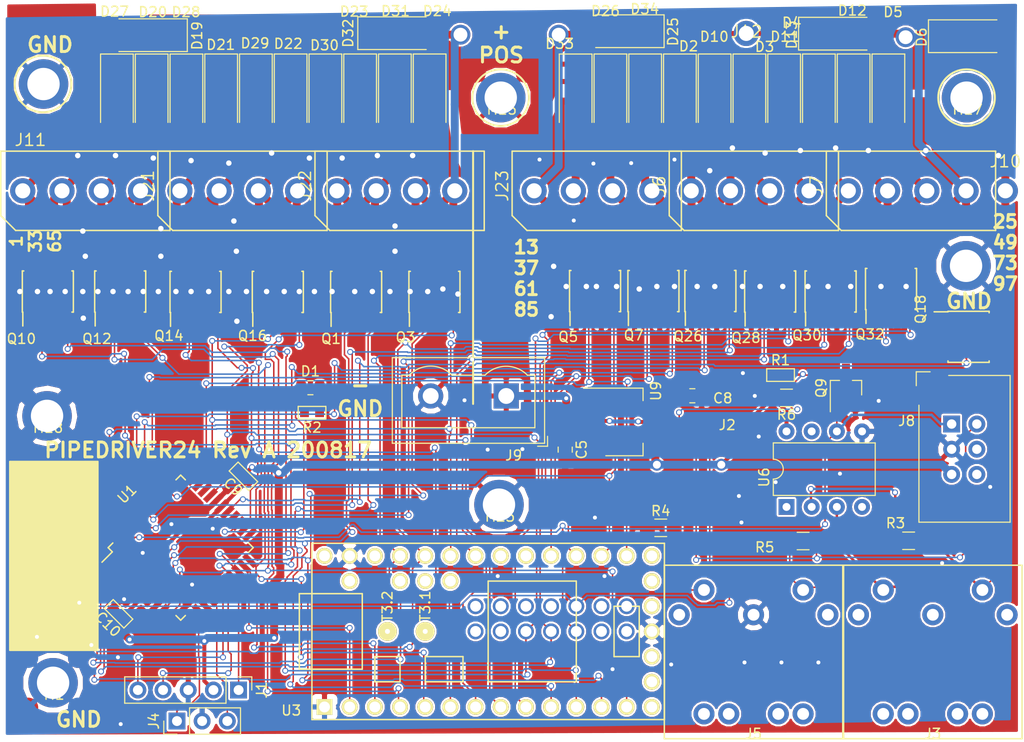
<source format=kicad_pcb>
(kicad_pcb (version 20171130) (host pcbnew "(5.0.2)-1")
  (layers (0 F.Cu signal) (31 B.Cu signal) (34 B.Paste user hide) (35 F.Paste user hide) (36 B.SilkS user) (37 F.SilkS user) (38 B.Mask user hide) (39 F.Mask user) (44 Edge.Cuts user hide))
  (net 0 "")
  (net 1 GND)
  (net 2 VCC)
  (net 3 SAMPWR)
  (net 4 /LEDDRV)
  (net 5 /ICLK)
  (net 6 /IDTA)
  (net 7 /nMCLR)
  (net 8 "Net-(D1-Pad2)")
  (net 9 /SAMB00)
  (net 10 /SAMB01)
  (net 11 /SAMB02)
  (net 12 /SAMB03)
  (net 13 /SAMB04)
  (net 14 /SAMB05)
  (net 15 /SAMB06)
  (net 16 /SAMB07)
  (net 17 /SAMB08)
  (net 18 /SAMA07)
  (net 19 /SAMA06)
  (net 20 /SAMA05)
  (net 21 /SAMA04)
  (net 22 /SAMA03)
  (net 23 /SAMA02)
  (net 24 /SAMA01)
  (net 25 /SAMA00)
  (net 26 /SAMA15)
  (net 27 /SAMA14)
  (net 28 /SAMA13)
  (net 29 /SAMA12)
  (net 30 /SAMA11)
  (net 31 /SAMA10)
  (net 32 /SAMA09)
  (net 33 /SAMA08)
  (net 34 /SERIN)
  (net 35 "Net-(J2-Pad3)")
  (net 36 "Net-(J2-Pad1)")
  (net 37 "Net-(J3-Pad4)")
  (net 38 "Net-(J3-Pad2)")
  (net 39 "Net-(J5-Pad2)")
  (net 40 "Net-(J5-Pad4)")
  (net 41 /DRVA08)
  (net 42 /DRVA09)
  (net 43 /DRVA10)
  (net 44 /DRVA11)
  (net 45 /DRVA12)
  (net 46 /DRVA13)
  (net 47 /DRVA14)
  (net 48 /DRVA15)
  (net 49 /DRVA00)
  (net 50 /DRVA01)
  (net 51 /DRVA02)
  (net 52 /DRVA03)
  (net 53 /DRVA04)
  (net 54 /DRVA05)
  (net 55 /DRVA06)
  (net 56 /DRVA07)
  (net 57 /DRVB08)
  (net 58 /DRVB00)
  (net 59 /DRVB01)
  (net 60 /DRVB02)
  (net 61 /DRVB03)
  (net 62 /DRVB04)
  (net 63 /DRVB05)
  (net 64 /DRVB06)
  (net 65 /DRVB07)
  (net 66 "Net-(R3-Pad1)")
  (net 67 /SERDRV)
  (net 68 "Net-(J4-Pad1)")
  (net 69 "Net-(J4-Pad3)")
  (module CLRLibrary:D_SMA_Handsoldering (layer F.Cu) (at 52.3621 -9.4 270)
    (fp_text reference D2 (at -5.1796 -0.8763) (layer F.SilkS))
    (fp_text value SK34)
    (pad 1 smd rect (at 1.625 0.45 270) (size 1.75 0.9) (layers F.Cu F.Paste F.Mask) (net 9 /SAMB00))
    (pad 1 smd rect (at 3.375 0.45 270) (size 1.75 0.9) (layers F.Cu F.Paste F.Mask) (net 9 /SAMB00))
    (pad 1 smd rect (at 1.625 -0.45 270) (size 1.75 0.9) (layers F.Cu F.Paste F.Mask) (net 9 /SAMB00))
    (pad 1 smd rect (at 3.375 -0.45 270) (size 1.75 0.9) (layers F.Cu F.Paste F.Mask) (net 9 /SAMB00))
    (pad 2 smd rect (at -3.375 0.45 270) (size 1.75 0.9) (layers F.Cu F.Paste F.Mask) (net 3 SAMPWR))
    (pad 2 smd rect (at -1.625 0.45 270) (size 1.75 0.9) (layers F.Cu F.Paste F.Mask) (net 3 SAMPWR))
    (pad 2 smd rect (at -1.625 -0.45 270) (size 1.75 0.9) (layers F.Cu F.Paste F.Mask) (net 3 SAMPWR))
    (pad 2 smd rect (at -3.375 -0.45 270) (size 1.75 0.9) (layers F.Cu F.Paste F.Mask) (net 3 SAMPWR))
  )
  (module CLRLibrary:D_SMA_Handsoldering (layer F.Cu) (at 59.3725 -9.4 270)
    (fp_text reference D3 (at -5.1288 -1.5367) (layer F.SilkS))
    (fp_text value SK34)
    (pad 1 smd rect (at 1.625 0.45 270) (size 1.75 0.9) (layers F.Cu F.Paste F.Mask) (net 11 /SAMB02))
    (pad 1 smd rect (at 3.375 0.45 270) (size 1.75 0.9) (layers F.Cu F.Paste F.Mask) (net 11 /SAMB02))
    (pad 1 smd rect (at 1.625 -0.45 270) (size 1.75 0.9) (layers F.Cu F.Paste F.Mask) (net 11 /SAMB02))
    (pad 1 smd rect (at 3.375 -0.45 270) (size 1.75 0.9) (layers F.Cu F.Paste F.Mask) (net 11 /SAMB02))
    (pad 2 smd rect (at -3.375 0.45 270) (size 1.75 0.9) (layers F.Cu F.Paste F.Mask) (net 3 SAMPWR))
    (pad 2 smd rect (at -1.625 0.45 270) (size 1.75 0.9) (layers F.Cu F.Paste F.Mask) (net 3 SAMPWR))
    (pad 2 smd rect (at -1.625 -0.45 270) (size 1.75 0.9) (layers F.Cu F.Paste F.Mask) (net 3 SAMPWR))
    (pad 2 smd rect (at -3.375 -0.45 270) (size 1.75 0.9) (layers F.Cu F.Paste F.Mask) (net 3 SAMPWR))
  )
  (module CLRLibrary:D_SMA_Handsoldering (layer F.Cu) (at 66.3829 -9.4 270)
    (fp_text reference D4 (at -7.5672 2.7305) (layer F.SilkS))
    (fp_text value SK34)
    (pad 1 smd rect (at 1.625 0.45 270) (size 1.75 0.9) (layers F.Cu F.Paste F.Mask) (net 13 /SAMB04))
    (pad 1 smd rect (at 3.375 0.45 270) (size 1.75 0.9) (layers F.Cu F.Paste F.Mask) (net 13 /SAMB04))
    (pad 1 smd rect (at 1.625 -0.45 270) (size 1.75 0.9) (layers F.Cu F.Paste F.Mask) (net 13 /SAMB04))
    (pad 1 smd rect (at 3.375 -0.45 270) (size 1.75 0.9) (layers F.Cu F.Paste F.Mask) (net 13 /SAMB04))
    (pad 2 smd rect (at -3.375 0.45 270) (size 1.75 0.9) (layers F.Cu F.Paste F.Mask) (net 3 SAMPWR))
    (pad 2 smd rect (at -1.625 0.45 270) (size 1.75 0.9) (layers F.Cu F.Paste F.Mask) (net 3 SAMPWR))
    (pad 2 smd rect (at -1.625 -0.45 270) (size 1.75 0.9) (layers F.Cu F.Paste F.Mask) (net 3 SAMPWR))
    (pad 2 smd rect (at -3.375 -0.45 270) (size 1.75 0.9) (layers F.Cu F.Paste F.Mask) (net 3 SAMPWR))
  )
  (module CLRLibrary:D_SMA_Handsoldering (layer F.Cu) (at 73.3933 -9.4 270)
    (fp_text reference D5 (at -8.634 -0.4699) (layer F.SilkS))
    (fp_text value SK34)
    (pad 1 smd rect (at 1.625 0.45 270) (size 1.75 0.9) (layers F.Cu F.Paste F.Mask) (net 15 /SAMB06))
    (pad 1 smd rect (at 3.375 0.45 270) (size 1.75 0.9) (layers F.Cu F.Paste F.Mask) (net 15 /SAMB06))
    (pad 1 smd rect (at 1.625 -0.45 270) (size 1.75 0.9) (layers F.Cu F.Paste F.Mask) (net 15 /SAMB06))
    (pad 1 smd rect (at 3.375 -0.45 270) (size 1.75 0.9) (layers F.Cu F.Paste F.Mask) (net 15 /SAMB06))
    (pad 2 smd rect (at -3.375 0.45 270) (size 1.75 0.9) (layers F.Cu F.Paste F.Mask) (net 3 SAMPWR))
    (pad 2 smd rect (at -1.625 0.45 270) (size 1.75 0.9) (layers F.Cu F.Paste F.Mask) (net 3 SAMPWR))
    (pad 2 smd rect (at -1.625 -0.45 270) (size 1.75 0.9) (layers F.Cu F.Paste F.Mask) (net 3 SAMPWR))
    (pad 2 smd rect (at -3.375 -0.45 270) (size 1.75 0.9) (layers F.Cu F.Paste F.Mask) (net 3 SAMPWR))
  )
  (module CLRLibrary:D_SMA_Handsoldering (layer F.Cu) (at 81.8388 -15.5956)
    (fp_text reference D6 (at -5.1029 0.0988 90) (layer F.SilkS))
    (fp_text value SK34)
    (pad 1 smd rect (at 1.625 0.45) (size 1.75 0.9) (layers F.Cu F.Paste F.Mask) (net 17 /SAMB08))
    (pad 1 smd rect (at 3.375 0.45) (size 1.75 0.9) (layers F.Cu F.Paste F.Mask) (net 17 /SAMB08))
    (pad 1 smd rect (at 1.625 -0.45) (size 1.75 0.9) (layers F.Cu F.Paste F.Mask) (net 17 /SAMB08))
    (pad 1 smd rect (at 3.375 -0.45) (size 1.75 0.9) (layers F.Cu F.Paste F.Mask) (net 17 /SAMB08))
    (pad 2 smd rect (at -3.375 0.45) (size 1.75 0.9) (layers F.Cu F.Paste F.Mask) (net 3 SAMPWR))
    (pad 2 smd rect (at -1.625 0.45) (size 1.75 0.9) (layers F.Cu F.Paste F.Mask) (net 3 SAMPWR))
    (pad 2 smd rect (at -1.625 -0.45) (size 1.75 0.9) (layers F.Cu F.Paste F.Mask) (net 3 SAMPWR))
    (pad 2 smd rect (at -3.375 -0.45) (size 1.75 0.9) (layers F.Cu F.Paste F.Mask) (net 3 SAMPWR))
  )
  (module CLRLibrary:D_SMA_Handsoldering (layer F.Cu) (at 55.8673 -9.4 270)
    (fp_text reference D10 (at -6.1448 0.0381) (layer F.SilkS))
    (fp_text value SK34)
    (pad 1 smd rect (at 1.625 0.45 270) (size 1.75 0.9) (layers F.Cu F.Paste F.Mask) (net 10 /SAMB01))
    (pad 1 smd rect (at 3.375 0.45 270) (size 1.75 0.9) (layers F.Cu F.Paste F.Mask) (net 10 /SAMB01))
    (pad 1 smd rect (at 1.625 -0.45 270) (size 1.75 0.9) (layers F.Cu F.Paste F.Mask) (net 10 /SAMB01))
    (pad 1 smd rect (at 3.375 -0.45 270) (size 1.75 0.9) (layers F.Cu F.Paste F.Mask) (net 10 /SAMB01))
    (pad 2 smd rect (at -3.375 0.45 270) (size 1.75 0.9) (layers F.Cu F.Paste F.Mask) (net 3 SAMPWR))
    (pad 2 smd rect (at -1.625 0.45 270) (size 1.75 0.9) (layers F.Cu F.Paste F.Mask) (net 3 SAMPWR))
    (pad 2 smd rect (at -1.625 -0.45 270) (size 1.75 0.9) (layers F.Cu F.Paste F.Mask) (net 3 SAMPWR))
    (pad 2 smd rect (at -3.375 -0.45 270) (size 1.75 0.9) (layers F.Cu F.Paste F.Mask) (net 3 SAMPWR))
  )
  (module CLRLibrary:D_SMA_Handsoldering (layer F.Cu) (at 62.8777 -9.4 270)
    (fp_text reference D11 (at -6.1448 -0.0635) (layer F.SilkS))
    (fp_text value SK34)
    (pad 1 smd rect (at 1.625 0.45 270) (size 1.75 0.9) (layers F.Cu F.Paste F.Mask) (net 12 /SAMB03))
    (pad 1 smd rect (at 3.375 0.45 270) (size 1.75 0.9) (layers F.Cu F.Paste F.Mask) (net 12 /SAMB03))
    (pad 1 smd rect (at 1.625 -0.45 270) (size 1.75 0.9) (layers F.Cu F.Paste F.Mask) (net 12 /SAMB03))
    (pad 1 smd rect (at 3.375 -0.45 270) (size 1.75 0.9) (layers F.Cu F.Paste F.Mask) (net 12 /SAMB03))
    (pad 2 smd rect (at -3.375 0.45 270) (size 1.75 0.9) (layers F.Cu F.Paste F.Mask) (net 3 SAMPWR))
    (pad 2 smd rect (at -1.625 0.45 270) (size 1.75 0.9) (layers F.Cu F.Paste F.Mask) (net 3 SAMPWR))
    (pad 2 smd rect (at -1.625 -0.45 270) (size 1.75 0.9) (layers F.Cu F.Paste F.Mask) (net 3 SAMPWR))
    (pad 2 smd rect (at -3.375 -0.45 270) (size 1.75 0.9) (layers F.Cu F.Paste F.Mask) (net 3 SAMPWR))
  )
  (module CLRLibrary:D_SMA_Handsoldering (layer F.Cu) (at 69.8881 -9.4 270)
    (fp_text reference D12 (at -8.7864 0.1397) (layer F.SilkS))
    (fp_text value SK34)
    (pad 1 smd rect (at 1.625 0.45 270) (size 1.75 0.9) (layers F.Cu F.Paste F.Mask) (net 14 /SAMB05))
    (pad 1 smd rect (at 3.375 0.45 270) (size 1.75 0.9) (layers F.Cu F.Paste F.Mask) (net 14 /SAMB05))
    (pad 1 smd rect (at 1.625 -0.45 270) (size 1.75 0.9) (layers F.Cu F.Paste F.Mask) (net 14 /SAMB05))
    (pad 1 smd rect (at 3.375 -0.45 270) (size 1.75 0.9) (layers F.Cu F.Paste F.Mask) (net 14 /SAMB05))
    (pad 2 smd rect (at -3.375 0.45 270) (size 1.75 0.9) (layers F.Cu F.Paste F.Mask) (net 3 SAMPWR))
    (pad 2 smd rect (at -1.625 0.45 270) (size 1.75 0.9) (layers F.Cu F.Paste F.Mask) (net 3 SAMPWR))
    (pad 2 smd rect (at -1.625 -0.45 270) (size 1.75 0.9) (layers F.Cu F.Paste F.Mask) (net 3 SAMPWR))
    (pad 2 smd rect (at -3.375 -0.45 270) (size 1.75 0.9) (layers F.Cu F.Paste F.Mask) (net 3 SAMPWR))
  )
  (module CLRLibrary:D_SMA_Handsoldering (layer F.Cu) (at 68.7324 -15.8496)
    (fp_text reference D13 (at -5.0857 0.106 90) (layer F.SilkS))
    (fp_text value SK34)
    (pad 1 smd rect (at 1.625 0.45) (size 1.75 0.9) (layers F.Cu F.Paste F.Mask) (net 16 /SAMB07))
    (pad 1 smd rect (at 3.375 0.45) (size 1.75 0.9) (layers F.Cu F.Paste F.Mask) (net 16 /SAMB07))
    (pad 1 smd rect (at 1.625 -0.45) (size 1.75 0.9) (layers F.Cu F.Paste F.Mask) (net 16 /SAMB07))
    (pad 1 smd rect (at 3.375 -0.45) (size 1.75 0.9) (layers F.Cu F.Paste F.Mask) (net 16 /SAMB07))
    (pad 2 smd rect (at -3.375 0.45) (size 1.75 0.9) (layers F.Cu F.Paste F.Mask) (net 3 SAMPWR))
    (pad 2 smd rect (at -1.625 0.45) (size 1.75 0.9) (layers F.Cu F.Paste F.Mask) (net 3 SAMPWR))
    (pad 2 smd rect (at -1.625 -0.45) (size 1.75 0.9) (layers F.Cu F.Paste F.Mask) (net 3 SAMPWR))
    (pad 2 smd rect (at -3.375 -0.45) (size 1.75 0.9) (layers F.Cu F.Paste F.Mask) (net 3 SAMPWR))
  )
  (module CLRLibrary:D_SMA_Handsoldering (layer F.Cu) (at -1.7315 -15.7 180)
    (fp_text reference D19 (at -5.3891 -0.0536 270) (layer F.SilkS))
    (fp_text value SK34)
    (pad 1 smd rect (at 1.625 0.45 180) (size 1.75 0.9) (layers F.Cu F.Paste F.Mask) (net 25 /SAMA00))
    (pad 1 smd rect (at 3.375 0.45 180) (size 1.75 0.9) (layers F.Cu F.Paste F.Mask) (net 25 /SAMA00))
    (pad 1 smd rect (at 1.625 -0.45 180) (size 1.75 0.9) (layers F.Cu F.Paste F.Mask) (net 25 /SAMA00))
    (pad 1 smd rect (at 3.375 -0.45 180) (size 1.75 0.9) (layers F.Cu F.Paste F.Mask) (net 25 /SAMA00))
    (pad 2 smd rect (at -3.375 0.45 180) (size 1.75 0.9) (layers F.Cu F.Paste F.Mask) (net 3 SAMPWR))
    (pad 2 smd rect (at -1.625 0.45 180) (size 1.75 0.9) (layers F.Cu F.Paste F.Mask) (net 3 SAMPWR))
    (pad 2 smd rect (at -1.625 -0.45 180) (size 1.75 0.9) (layers F.Cu F.Paste F.Mask) (net 3 SAMPWR))
    (pad 2 smd rect (at -3.375 -0.45 180) (size 1.75 0.9) (layers F.Cu F.Paste F.Mask) (net 3 SAMPWR))
  )
  (module CLRLibrary:D_SMA_Handsoldering (layer F.Cu) (at -0.9271 -9.398 270)
    (fp_text reference D20 (at -8.636 -0.1143) (layer F.SilkS))
    (fp_text value SK34)
    (pad 1 smd rect (at 1.625 0.45 270) (size 1.75 0.9) (layers F.Cu F.Paste F.Mask) (net 23 /SAMA02))
    (pad 1 smd rect (at 3.375 0.45 270) (size 1.75 0.9) (layers F.Cu F.Paste F.Mask) (net 23 /SAMA02))
    (pad 1 smd rect (at 1.625 -0.45 270) (size 1.75 0.9) (layers F.Cu F.Paste F.Mask) (net 23 /SAMA02))
    (pad 1 smd rect (at 3.375 -0.45 270) (size 1.75 0.9) (layers F.Cu F.Paste F.Mask) (net 23 /SAMA02))
    (pad 2 smd rect (at -3.375 0.45 270) (size 1.75 0.9) (layers F.Cu F.Paste F.Mask) (net 3 SAMPWR))
    (pad 2 smd rect (at -1.625 0.45 270) (size 1.75 0.9) (layers F.Cu F.Paste F.Mask) (net 3 SAMPWR))
    (pad 2 smd rect (at -1.625 -0.45 270) (size 1.75 0.9) (layers F.Cu F.Paste F.Mask) (net 3 SAMPWR))
    (pad 2 smd rect (at -3.375 -0.45 270) (size 1.75 0.9) (layers F.Cu F.Paste F.Mask) (net 3 SAMPWR))
  )
  (module CLRLibrary:D_SMA_Handsoldering (layer F.Cu) (at 6.0833 -9.4 270)
    (fp_text reference D21 (at -5.332 0.0381) (layer F.SilkS))
    (fp_text value SK34)
    (pad 1 smd rect (at 1.625 0.45 270) (size 1.75 0.9) (layers F.Cu F.Paste F.Mask) (net 21 /SAMA04))
    (pad 1 smd rect (at 3.375 0.45 270) (size 1.75 0.9) (layers F.Cu F.Paste F.Mask) (net 21 /SAMA04))
    (pad 1 smd rect (at 1.625 -0.45 270) (size 1.75 0.9) (layers F.Cu F.Paste F.Mask) (net 21 /SAMA04))
    (pad 1 smd rect (at 3.375 -0.45 270) (size 1.75 0.9) (layers F.Cu F.Paste F.Mask) (net 21 /SAMA04))
    (pad 2 smd rect (at -3.375 0.45 270) (size 1.75 0.9) (layers F.Cu F.Paste F.Mask) (net 3 SAMPWR))
    (pad 2 smd rect (at -1.625 0.45 270) (size 1.75 0.9) (layers F.Cu F.Paste F.Mask) (net 3 SAMPWR))
    (pad 2 smd rect (at -1.625 -0.45 270) (size 1.75 0.9) (layers F.Cu F.Paste F.Mask) (net 3 SAMPWR))
    (pad 2 smd rect (at -3.375 -0.45 270) (size 1.75 0.9) (layers F.Cu F.Paste F.Mask) (net 3 SAMPWR))
  )
  (module CLRLibrary:D_SMA_Handsoldering (layer F.Cu) (at 13.0937 -9.4 270)
    (fp_text reference D22 (at -5.4336 0.2413) (layer F.SilkS))
    (fp_text value SK34)
    (pad 1 smd rect (at 1.625 0.45 270) (size 1.75 0.9) (layers F.Cu F.Paste F.Mask) (net 19 /SAMA06))
    (pad 1 smd rect (at 3.375 0.45 270) (size 1.75 0.9) (layers F.Cu F.Paste F.Mask) (net 19 /SAMA06))
    (pad 1 smd rect (at 1.625 -0.45 270) (size 1.75 0.9) (layers F.Cu F.Paste F.Mask) (net 19 /SAMA06))
    (pad 1 smd rect (at 3.375 -0.45 270) (size 1.75 0.9) (layers F.Cu F.Paste F.Mask) (net 19 /SAMA06))
    (pad 2 smd rect (at -3.375 0.45 270) (size 1.75 0.9) (layers F.Cu F.Paste F.Mask) (net 3 SAMPWR))
    (pad 2 smd rect (at -1.625 0.45 270) (size 1.75 0.9) (layers F.Cu F.Paste F.Mask) (net 3 SAMPWR))
    (pad 2 smd rect (at -1.625 -0.45 270) (size 1.75 0.9) (layers F.Cu F.Paste F.Mask) (net 3 SAMPWR))
    (pad 2 smd rect (at -3.375 -0.45 270) (size 1.75 0.9) (layers F.Cu F.Paste F.Mask) (net 3 SAMPWR))
  )
  (module CLRLibrary:D_SMA_Handsoldering (layer F.Cu) (at 20.1041 -9.4 270)
    (fp_text reference D23 (at -8.6848 0.5969) (layer F.SilkS))
    (fp_text value SK34)
    (pad 1 smd rect (at 1.625 0.45 270) (size 1.75 0.9) (layers F.Cu F.Paste F.Mask) (net 33 /SAMA08))
    (pad 1 smd rect (at 3.375 0.45 270) (size 1.75 0.9) (layers F.Cu F.Paste F.Mask) (net 33 /SAMA08))
    (pad 1 smd rect (at 1.625 -0.45 270) (size 1.75 0.9) (layers F.Cu F.Paste F.Mask) (net 33 /SAMA08))
    (pad 1 smd rect (at 3.375 -0.45 270) (size 1.75 0.9) (layers F.Cu F.Paste F.Mask) (net 33 /SAMA08))
    (pad 2 smd rect (at -3.375 0.45 270) (size 1.75 0.9) (layers F.Cu F.Paste F.Mask) (net 3 SAMPWR))
    (pad 2 smd rect (at -1.625 0.45 270) (size 1.75 0.9) (layers F.Cu F.Paste F.Mask) (net 3 SAMPWR))
    (pad 2 smd rect (at -1.625 -0.45 270) (size 1.75 0.9) (layers F.Cu F.Paste F.Mask) (net 3 SAMPWR))
    (pad 2 smd rect (at -3.375 -0.45 270) (size 1.75 0.9) (layers F.Cu F.Paste F.Mask) (net 3 SAMPWR))
  )
  (module CLRLibrary:D_SMA_Handsoldering (layer F.Cu) (at 27.1145 -9.4 270)
    (fp_text reference D24 (at -8.7356 -0.7747) (layer F.SilkS))
    (fp_text value SK34)
    (pad 1 smd rect (at 1.625 0.45 270) (size 1.75 0.9) (layers F.Cu F.Paste F.Mask) (net 31 /SAMA10))
    (pad 1 smd rect (at 3.375 0.45 270) (size 1.75 0.9) (layers F.Cu F.Paste F.Mask) (net 31 /SAMA10))
    (pad 1 smd rect (at 1.625 -0.45 270) (size 1.75 0.9) (layers F.Cu F.Paste F.Mask) (net 31 /SAMA10))
    (pad 1 smd rect (at 3.375 -0.45 270) (size 1.75 0.9) (layers F.Cu F.Paste F.Mask) (net 31 /SAMA10))
    (pad 2 smd rect (at -3.375 0.45 270) (size 1.75 0.9) (layers F.Cu F.Paste F.Mask) (net 3 SAMPWR))
    (pad 2 smd rect (at -1.625 0.45 270) (size 1.75 0.9) (layers F.Cu F.Paste F.Mask) (net 3 SAMPWR))
    (pad 2 smd rect (at -1.625 -0.45 270) (size 1.75 0.9) (layers F.Cu F.Paste F.Mask) (net 3 SAMPWR))
    (pad 2 smd rect (at -3.375 -0.45 270) (size 1.75 0.9) (layers F.Cu F.Paste F.Mask) (net 3 SAMPWR))
  )
  (module CLRLibrary:D_SMA_Handsoldering (layer F.Cu) (at 46.3685 -16.1 180)
    (fp_text reference D25 (at -5.2951 -0.0472 270) (layer F.SilkS))
    (fp_text value SK34)
    (pad 1 smd rect (at 1.625 0.45 180) (size 1.75 0.9) (layers F.Cu F.Paste F.Mask) (net 29 /SAMA12))
    (pad 1 smd rect (at 3.375 0.45 180) (size 1.75 0.9) (layers F.Cu F.Paste F.Mask) (net 29 /SAMA12))
    (pad 1 smd rect (at 1.625 -0.45 180) (size 1.75 0.9) (layers F.Cu F.Paste F.Mask) (net 29 /SAMA12))
    (pad 1 smd rect (at 3.375 -0.45 180) (size 1.75 0.9) (layers F.Cu F.Paste F.Mask) (net 29 /SAMA12))
    (pad 2 smd rect (at -3.375 0.45 180) (size 1.75 0.9) (layers F.Cu F.Paste F.Mask) (net 3 SAMPWR))
    (pad 2 smd rect (at -1.625 0.45 180) (size 1.75 0.9) (layers F.Cu F.Paste F.Mask) (net 3 SAMPWR))
    (pad 2 smd rect (at -1.625 -0.45 180) (size 1.75 0.9) (layers F.Cu F.Paste F.Mask) (net 3 SAMPWR))
    (pad 2 smd rect (at -3.375 -0.45 180) (size 1.75 0.9) (layers F.Cu F.Paste F.Mask) (net 3 SAMPWR))
  )
  (module CLRLibrary:D_SMA_Handsoldering (layer F.Cu) (at 45.3517 -9.4 270)
    (fp_text reference D26 (at -8.7356 0.4953) (layer F.SilkS))
    (fp_text value SK34)
    (pad 1 smd rect (at 1.625 0.45 270) (size 1.75 0.9) (layers F.Cu F.Paste F.Mask) (net 27 /SAMA14))
    (pad 1 smd rect (at 3.375 0.45 270) (size 1.75 0.9) (layers F.Cu F.Paste F.Mask) (net 27 /SAMA14))
    (pad 1 smd rect (at 1.625 -0.45 270) (size 1.75 0.9) (layers F.Cu F.Paste F.Mask) (net 27 /SAMA14))
    (pad 1 smd rect (at 3.375 -0.45 270) (size 1.75 0.9) (layers F.Cu F.Paste F.Mask) (net 27 /SAMA14))
    (pad 2 smd rect (at -3.375 0.45 270) (size 1.75 0.9) (layers F.Cu F.Paste F.Mask) (net 3 SAMPWR))
    (pad 2 smd rect (at -1.625 0.45 270) (size 1.75 0.9) (layers F.Cu F.Paste F.Mask) (net 3 SAMPWR))
    (pad 2 smd rect (at -1.625 -0.45 270) (size 1.75 0.9) (layers F.Cu F.Paste F.Mask) (net 3 SAMPWR))
    (pad 2 smd rect (at -3.375 -0.45 270) (size 1.75 0.9) (layers F.Cu F.Paste F.Mask) (net 3 SAMPWR))
  )
  (module CLRLibrary:D_SMA_Handsoldering (layer F.Cu) (at -4.4323 -9.398 270)
    (fp_text reference D27 (at -8.6868 0.2413) (layer F.SilkS))
    (fp_text value SK34)
    (pad 1 smd rect (at 1.625 0.45 270) (size 1.75 0.9) (layers F.Cu F.Paste F.Mask) (net 24 /SAMA01))
    (pad 1 smd rect (at 3.375 0.45 270) (size 1.75 0.9) (layers F.Cu F.Paste F.Mask) (net 24 /SAMA01))
    (pad 1 smd rect (at 1.625 -0.45 270) (size 1.75 0.9) (layers F.Cu F.Paste F.Mask) (net 24 /SAMA01))
    (pad 1 smd rect (at 3.375 -0.45 270) (size 1.75 0.9) (layers F.Cu F.Paste F.Mask) (net 24 /SAMA01))
    (pad 2 smd rect (at -3.375 0.45 270) (size 1.75 0.9) (layers F.Cu F.Paste F.Mask) (net 3 SAMPWR))
    (pad 2 smd rect (at -1.625 0.45 270) (size 1.75 0.9) (layers F.Cu F.Paste F.Mask) (net 3 SAMPWR))
    (pad 2 smd rect (at -1.625 -0.45 270) (size 1.75 0.9) (layers F.Cu F.Paste F.Mask) (net 3 SAMPWR))
    (pad 2 smd rect (at -3.375 -0.45 270) (size 1.75 0.9) (layers F.Cu F.Paste F.Mask) (net 3 SAMPWR))
  )
  (module CLRLibrary:D_SMA_Handsoldering (layer F.Cu) (at 2.5781 -9.398 270)
    (fp_text reference D28 (at -8.636 0.0381) (layer F.SilkS))
    (fp_text value SK34)
    (pad 1 smd rect (at 1.625 0.45 270) (size 1.75 0.9) (layers F.Cu F.Paste F.Mask) (net 22 /SAMA03))
    (pad 1 smd rect (at 3.375 0.45 270) (size 1.75 0.9) (layers F.Cu F.Paste F.Mask) (net 22 /SAMA03))
    (pad 1 smd rect (at 1.625 -0.45 270) (size 1.75 0.9) (layers F.Cu F.Paste F.Mask) (net 22 /SAMA03))
    (pad 1 smd rect (at 3.375 -0.45 270) (size 1.75 0.9) (layers F.Cu F.Paste F.Mask) (net 22 /SAMA03))
    (pad 2 smd rect (at -3.375 0.45 270) (size 1.75 0.9) (layers F.Cu F.Paste F.Mask) (net 3 SAMPWR))
    (pad 2 smd rect (at -1.625 0.45 270) (size 1.75 0.9) (layers F.Cu F.Paste F.Mask) (net 3 SAMPWR))
    (pad 2 smd rect (at -1.625 -0.45 270) (size 1.75 0.9) (layers F.Cu F.Paste F.Mask) (net 3 SAMPWR))
    (pad 2 smd rect (at -3.375 -0.45 270) (size 1.75 0.9) (layers F.Cu F.Paste F.Mask) (net 3 SAMPWR))
  )
  (module CLRLibrary:D_SMA_Handsoldering (layer F.Cu) (at 9.5885 -9.4 270)
    (fp_text reference D29 (at -5.4844 0.0889) (layer F.SilkS))
    (fp_text value SK34)
    (pad 1 smd rect (at 1.625 0.45 270) (size 1.75 0.9) (layers F.Cu F.Paste F.Mask) (net 20 /SAMA05))
    (pad 1 smd rect (at 3.375 0.45 270) (size 1.75 0.9) (layers F.Cu F.Paste F.Mask) (net 20 /SAMA05))
    (pad 1 smd rect (at 1.625 -0.45 270) (size 1.75 0.9) (layers F.Cu F.Paste F.Mask) (net 20 /SAMA05))
    (pad 1 smd rect (at 3.375 -0.45 270) (size 1.75 0.9) (layers F.Cu F.Paste F.Mask) (net 20 /SAMA05))
    (pad 2 smd rect (at -3.375 0.45 270) (size 1.75 0.9) (layers F.Cu F.Paste F.Mask) (net 3 SAMPWR))
    (pad 2 smd rect (at -1.625 0.45 270) (size 1.75 0.9) (layers F.Cu F.Paste F.Mask) (net 3 SAMPWR))
    (pad 2 smd rect (at -1.625 -0.45 270) (size 1.75 0.9) (layers F.Cu F.Paste F.Mask) (net 3 SAMPWR))
    (pad 2 smd rect (at -3.375 -0.45 270) (size 1.75 0.9) (layers F.Cu F.Paste F.Mask) (net 3 SAMPWR))
  )
  (module CLRLibrary:D_SMA_Handsoldering (layer F.Cu) (at 16.5989 -9.4 270)
    (fp_text reference D30 (at -5.2812 0.0889) (layer F.SilkS))
    (fp_text value SK34)
    (pad 1 smd rect (at 1.625 0.45 270) (size 1.75 0.9) (layers F.Cu F.Paste F.Mask) (net 18 /SAMA07))
    (pad 1 smd rect (at 3.375 0.45 270) (size 1.75 0.9) (layers F.Cu F.Paste F.Mask) (net 18 /SAMA07))
    (pad 1 smd rect (at 1.625 -0.45 270) (size 1.75 0.9) (layers F.Cu F.Paste F.Mask) (net 18 /SAMA07))
    (pad 1 smd rect (at 3.375 -0.45 270) (size 1.75 0.9) (layers F.Cu F.Paste F.Mask) (net 18 /SAMA07))
    (pad 2 smd rect (at -3.375 0.45 270) (size 1.75 0.9) (layers F.Cu F.Paste F.Mask) (net 3 SAMPWR))
    (pad 2 smd rect (at -1.625 0.45 270) (size 1.75 0.9) (layers F.Cu F.Paste F.Mask) (net 3 SAMPWR))
    (pad 2 smd rect (at -1.625 -0.45 270) (size 1.75 0.9) (layers F.Cu F.Paste F.Mask) (net 3 SAMPWR))
    (pad 2 smd rect (at -3.375 -0.45 270) (size 1.75 0.9) (layers F.Cu F.Paste F.Mask) (net 3 SAMPWR))
  )
  (module CLRLibrary:D_SMA_Handsoldering (layer F.Cu) (at 23.6093 -9.4 270)
    (fp_text reference D31 (at -8.7356 -0.0635) (layer F.SilkS))
    (fp_text value SK34)
    (pad 1 smd rect (at 1.625 0.45 270) (size 1.75 0.9) (layers F.Cu F.Paste F.Mask) (net 32 /SAMA09))
    (pad 1 smd rect (at 3.375 0.45 270) (size 1.75 0.9) (layers F.Cu F.Paste F.Mask) (net 32 /SAMA09))
    (pad 1 smd rect (at 1.625 -0.45 270) (size 1.75 0.9) (layers F.Cu F.Paste F.Mask) (net 32 /SAMA09))
    (pad 1 smd rect (at 3.375 -0.45 270) (size 1.75 0.9) (layers F.Cu F.Paste F.Mask) (net 32 /SAMA09))
    (pad 2 smd rect (at -3.375 0.45 270) (size 1.75 0.9) (layers F.Cu F.Paste F.Mask) (net 3 SAMPWR))
    (pad 2 smd rect (at -1.625 0.45 270) (size 1.75 0.9) (layers F.Cu F.Paste F.Mask) (net 3 SAMPWR))
    (pad 2 smd rect (at -1.625 -0.45 270) (size 1.75 0.9) (layers F.Cu F.Paste F.Mask) (net 3 SAMPWR))
    (pad 2 smd rect (at -3.375 -0.45 270) (size 1.75 0.9) (layers F.Cu F.Paste F.Mask) (net 3 SAMPWR))
  )
  (module CLRLibrary:D_SMA_Handsoldering (layer F.Cu) (at 24.2685 -15.9)
    (fp_text reference D32 (at -5.3709 -0.0004 90) (layer F.SilkS))
    (fp_text value SK34)
    (pad 1 smd rect (at 1.625 0.45) (size 1.75 0.9) (layers F.Cu F.Paste F.Mask) (net 30 /SAMA11))
    (pad 1 smd rect (at 3.375 0.45) (size 1.75 0.9) (layers F.Cu F.Paste F.Mask) (net 30 /SAMA11))
    (pad 1 smd rect (at 1.625 -0.45) (size 1.75 0.9) (layers F.Cu F.Paste F.Mask) (net 30 /SAMA11))
    (pad 1 smd rect (at 3.375 -0.45) (size 1.75 0.9) (layers F.Cu F.Paste F.Mask) (net 30 /SAMA11))
    (pad 2 smd rect (at -3.375 0.45) (size 1.75 0.9) (layers F.Cu F.Paste F.Mask) (net 3 SAMPWR))
    (pad 2 smd rect (at -1.625 0.45) (size 1.75 0.9) (layers F.Cu F.Paste F.Mask) (net 3 SAMPWR))
    (pad 2 smd rect (at -1.625 -0.45) (size 1.75 0.9) (layers F.Cu F.Paste F.Mask) (net 3 SAMPWR))
    (pad 2 smd rect (at -3.375 -0.45) (size 1.75 0.9) (layers F.Cu F.Paste F.Mask) (net 3 SAMPWR))
  )
  (module CLRLibrary:D_SMA_Handsoldering (layer F.Cu) (at 41.8465 -9.398 270)
    (fp_text reference D33 (at -5.4356 1.6129) (layer F.SilkS))
    (fp_text value SK34)
    (pad 1 smd rect (at 1.625 0.45 270) (size 1.75 0.9) (layers F.Cu F.Paste F.Mask) (net 28 /SAMA13))
    (pad 1 smd rect (at 3.375 0.45 270) (size 1.75 0.9) (layers F.Cu F.Paste F.Mask) (net 28 /SAMA13))
    (pad 1 smd rect (at 1.625 -0.45 270) (size 1.75 0.9) (layers F.Cu F.Paste F.Mask) (net 28 /SAMA13))
    (pad 1 smd rect (at 3.375 -0.45 270) (size 1.75 0.9) (layers F.Cu F.Paste F.Mask) (net 28 /SAMA13))
    (pad 2 smd rect (at -3.375 0.45 270) (size 1.75 0.9) (layers F.Cu F.Paste F.Mask) (net 3 SAMPWR))
    (pad 2 smd rect (at -1.625 0.45 270) (size 1.75 0.9) (layers F.Cu F.Paste F.Mask) (net 3 SAMPWR))
    (pad 2 smd rect (at -1.625 -0.45 270) (size 1.75 0.9) (layers F.Cu F.Paste F.Mask) (net 3 SAMPWR))
    (pad 2 smd rect (at -3.375 -0.45 270) (size 1.75 0.9) (layers F.Cu F.Paste F.Mask) (net 3 SAMPWR))
  )
  (module CLRLibrary:D_SMA_Handsoldering (layer F.Cu) (at 48.8569 -9.4 270)
    (fp_text reference D34 (at -8.9388 0.0381) (layer F.SilkS))
    (fp_text value SK34)
    (pad 1 smd rect (at 1.625 0.45 270) (size 1.75 0.9) (layers F.Cu F.Paste F.Mask) (net 26 /SAMA15))
    (pad 1 smd rect (at 3.375 0.45 270) (size 1.75 0.9) (layers F.Cu F.Paste F.Mask) (net 26 /SAMA15))
    (pad 1 smd rect (at 1.625 -0.45 270) (size 1.75 0.9) (layers F.Cu F.Paste F.Mask) (net 26 /SAMA15))
    (pad 1 smd rect (at 3.375 -0.45 270) (size 1.75 0.9) (layers F.Cu F.Paste F.Mask) (net 26 /SAMA15))
    (pad 2 smd rect (at -3.375 0.45 270) (size 1.75 0.9) (layers F.Cu F.Paste F.Mask) (net 3 SAMPWR))
    (pad 2 smd rect (at -1.625 0.45 270) (size 1.75 0.9) (layers F.Cu F.Paste F.Mask) (net 3 SAMPWR))
    (pad 2 smd rect (at -1.625 -0.45 270) (size 1.75 0.9) (layers F.Cu F.Paste F.Mask) (net 3 SAMPWR))
    (pad 2 smd rect (at -3.375 -0.45 270) (size 1.75 0.9) (layers F.Cu F.Paste F.Mask) (net 3 SAMPWR))
  )
  (module CLRLibrary:KK156-4 (layer F.Cu) (at 7.8486 0)
    (fp_text reference J21 (at -9.1504 -0.5 90) (layer F.SilkS) (effects (font (size 1.2 1.2))))
    (fp_text value Conn_01x04_Male)
    (pad 4 thru_hole oval (at 5.9496 0) (size 2.54 2.54) (drill 1.52) (layers *.Cu *.Mask) (net 18 /SAMA07))
    (pad 3 thru_hole oval (at 1.9896 0) (size 2.54 2.54) (drill 1.52) (layers *.Cu *.Mask) (net 19 /SAMA06))
    (pad 2 thru_hole oval (at -1.9704 0) (size 2.54 2.54) (drill 1.52) (layers *.Cu *.Mask) (net 20 /SAMA05))
    (pad 1 thru_hole oval (at -5.9304 0) (size 2.54 2.54) (drill 1.52) (layers *.Cu *.Mask) (net 21 /SAMA04))
  )
  (module CLRLibraryParts:Teensy30_31_32_LC (layer F.Cu) (at 33.02 44.45)
    (fp_text reference U3 (at -19.8628 7.9756) (layer F.SilkS))
    (fp_text value Teensy3.0)
    (fp_text user T3.2 (at -10.16 -2.54 90) (layer F.SilkS))
    (fp_text user T3.1 (at -6.35 -2.54 90) (layer F.SilkS))
    (pad 17 thru_hole circle (at 16.51 0) (size 1.6 1.6) (drill 1.1) (layers *.Cu *.Mask F.SilkS) (net 1 GND))
    (pad 18 thru_hole circle (at 16.51 -2.54) (size 1.6 1.6) (drill 1.1) (layers *.Cu *.Mask F.SilkS))
    (pad 19 thru_hole circle (at 16.51 -5.08) (size 1.6 1.6) (drill 1.1) (layers *.Cu *.Mask F.SilkS))
    (pad 20 thru_hole circle (at 16.51 -7.62) (size 1.6 1.6) (drill 1.1) (layers *.Cu *.Mask F.SilkS))
    (pad 16 thru_hole circle (at 16.51 2.54) (size 1.6 1.6) (drill 1.1) (layers *.Cu *.Mask F.SilkS))
    (pad 15 thru_hole circle (at 16.51 5.08) (size 1.6 1.6) (drill 1.1) (layers *.Cu *.Mask F.SilkS))
    (pad 14 thru_hole circle (at 16.51 7.62) (size 1.6 1.6) (drill 1.1) (layers *.Cu *.Mask F.SilkS))
    (pad 21 thru_hole circle (at 13.97 -7.62) (size 1.6 1.6) (drill 1.1) (layers *.Cu *.Mask F.SilkS) (net 45 /DRVA12))
    (pad 22 thru_hole circle (at 11.43 -7.62) (size 1.6 1.6) (drill 1.1) (layers *.Cu *.Mask F.SilkS) (net 46 /DRVA13))
    (pad 23 thru_hole circle (at 8.89 -7.62) (size 1.6 1.6) (drill 1.1) (layers *.Cu *.Mask F.SilkS) (net 47 /DRVA14))
    (pad 24 thru_hole circle (at 6.35 -7.62) (size 1.6 1.6) (drill 1.1) (layers *.Cu *.Mask F.SilkS) (net 48 /DRVA15))
    (pad 25 thru_hole circle (at 3.81 -7.62) (size 1.6 1.6) (drill 1.1) (layers *.Cu *.Mask F.SilkS))
    (pad 26 thru_hole circle (at 1.27 -7.62) (size 1.6 1.6) (drill 1.1) (layers *.Cu *.Mask F.SilkS))
    (pad 27 thru_hole circle (at -1.27 -7.62) (size 1.6 1.6) (drill 1.1) (layers *.Cu *.Mask F.SilkS) (net 60 /DRVB02))
    (pad 28 thru_hole circle (at -3.81 -7.62) (size 1.6 1.6) (drill 1.1) (layers *.Cu *.Mask F.SilkS) (net 61 /DRVB03))
    (pad 29 thru_hole circle (at -6.35 -7.62) (size 1.6 1.6) (drill 1.1) (layers *.Cu *.Mask F.SilkS) (net 62 /DRVB04))
    (pad 30 thru_hole circle (at -8.89 -7.62) (size 1.6 1.6) (drill 1.1) (layers *.Cu *.Mask F.SilkS) (net 63 /DRVB05))
    (pad 31 thru_hole circle (at -11.43 -7.62) (size 1.6 1.6) (drill 1.1) (layers *.Cu *.Mask F.SilkS))
    (pad 32 thru_hole circle (at -13.97 -7.62) (size 1.6 1.6) (drill 1.1) (layers *.Cu *.Mask F.SilkS) (net 1 GND))
    (pad 33 thru_hole circle (at -16.51 -7.62) (size 1.6 1.6) (drill 1.1) (layers *.Cu *.Mask F.SilkS))
    (pad 34 thru_hole circle (at -13.97 -5.08) (size 1.6 1.6) (drill 1.1) (layers *.Cu *.Mask F.SilkS))
    (pad 35 thru_hole circle (at -8.89 -5.08) (size 1.6 1.6) (drill 1.1) (layers *.Cu *.Mask F.SilkS))
    (pad 36 thru_hole circle (at -6.35 -5.08) (size 1.6 1.6) (drill 1.1) (layers *.Cu *.Mask F.SilkS))
    (pad 37 thru_hole circle (at -3.81 -5.08) (size 1.6 1.6) (drill 1.1) (layers *.Cu *.Mask F.SilkS))
    (pad 13 thru_hole circle (at 13.97 7.62) (size 1.6 1.6) (drill 1.1) (layers *.Cu *.Mask F.SilkS) (net 44 /DRVA11))
    (pad 12 thru_hole circle (at 11.43 7.62) (size 1.6 1.6) (drill 1.1) (layers *.Cu *.Mask F.SilkS) (net 43 /DRVA10))
    (pad 11 thru_hole circle (at 8.89 7.62) (size 1.6 1.6) (drill 1.1) (layers *.Cu *.Mask F.SilkS) (net 42 /DRVA09))
    (pad 10 thru_hole circle (at 6.35 7.62) (size 1.6 1.6) (drill 1.1) (layers *.Cu *.Mask F.SilkS) (net 41 /DRVA08))
    (pad 9 thru_hole circle (at 3.81 7.62) (size 1.6 1.6) (drill 1.1) (layers *.Cu *.Mask F.SilkS) (net 56 /DRVA07))
    (pad 8 thru_hole circle (at 1.27 7.62) (size 1.6 1.6) (drill 1.1) (layers *.Cu *.Mask F.SilkS) (net 55 /DRVA06))
    (pad 7 thru_hole circle (at -1.27 7.62) (size 1.6 1.6) (drill 1.1) (layers *.Cu *.Mask F.SilkS) (net 54 /DRVA05))
    (pad 6 thru_hole circle (at -3.81 7.62) (size 1.6 1.6) (drill 1.1) (layers *.Cu *.Mask F.SilkS) (net 53 /DRVA04))
    (pad 5 thru_hole circle (at -6.35 7.62) (size 1.6 1.6) (drill 1.1) (layers *.Cu *.Mask F.SilkS) (net 52 /DRVA03))
    (pad 4 thru_hole circle (at -8.89 7.62) (size 1.6 1.6) (drill 1.1) (layers *.Cu *.Mask F.SilkS) (net 51 /DRVA02))
    (pad 3 thru_hole circle (at -11.43 7.62) (size 1.6 1.6) (drill 1.1) (layers *.Cu *.Mask F.SilkS) (net 50 /DRVA01))
    (pad 2 thru_hole circle (at -13.97 7.62) (size 1.6 1.6) (drill 1.1) (layers *.Cu *.Mask F.SilkS) (net 49 /DRVA00))
    (pad 1 thru_hole rect (at -16.51 7.62) (size 1.6 1.6) (drill 1.1) (layers *.Cu *.Mask F.SilkS) (net 1 GND))
    (pad 38 thru_hole circle (at -1.27 0) (size 1.6 1.6) (drill 1.1) (layers *.Cu *.Mask))
    (pad 39 thru_hole circle (at 1.27 0) (size 1.6 1.6) (drill 1.1) (layers *.Cu *.Mask))
    (pad 40 thru_hole circle (at 3.81 0) (size 1.6 1.6) (drill 1.1) (layers *.Cu *.Mask) (net 64 /DRVB06))
    (pad 41 thru_hole circle (at 6.35 0) (size 1.6 1.6) (drill 1.1) (layers *.Cu *.Mask) (net 65 /DRVB07))
    (pad 42 thru_hole circle (at 8.89 0) (size 1.6 1.6) (drill 1.1) (layers *.Cu *.Mask) (net 34 /SERIN))
    (pad 43 thru_hole circle (at 11.43 0) (size 1.6 1.6) (drill 1.1) (layers *.Cu *.Mask))
    (pad 44 thru_hole circle (at 13.97 0) (size 1.6 1.6) (drill 1.1) (layers *.Cu *.Mask))
    (pad 45 thru_hole circle (at 13.97 -2.54) (size 1.6 1.6) (drill 1.1) (layers *.Cu *.Mask))
    (pad 46 thru_hole circle (at 11.43 -2.54) (size 1.6 1.6) (drill 1.1) (layers *.Cu *.Mask))
    (pad 47 thru_hole circle (at 8.89 -2.54) (size 1.6 1.6) (drill 1.1) (layers *.Cu *.Mask) (net 36 "Net-(J2-Pad1)"))
    (pad 48 thru_hole circle (at 6.35 -2.54) (size 1.6 1.6) (drill 1.1) (layers *.Cu *.Mask))
    (pad 49 thru_hole circle (at 3.81 -2.54) (size 1.6 1.6) (drill 1.1) (layers *.Cu *.Mask))
    (pad 50 thru_hole circle (at 1.27 -2.54) (size 1.6 1.6) (drill 1.1) (layers *.Cu *.Mask))
    (pad 51 thru_hole circle (at -1.27 -2.54) (size 1.6 1.6) (drill 1.1) (layers *.Cu *.Mask))
    (pad 52 thru_hole circle (at -6.35 0) (size 1.9 1.9) (drill 0.5) (layers *.Cu *.Mask F.SilkS))
    (pad 52 thru_hole circle (at -10.16 0) (size 1.9 1.9) (drill 0.5) (layers *.Cu *.Mask F.SilkS))
  )
  (module Resistor_SMD:R_0805_2012Metric (layer F.Cu) (at 15.0876 19.8628)
    (fp_text reference D1 (at 0 -1.65) (layer F.SilkS))
    (fp_text value SMD-LED-CLEAR-GREEN_0805_)
    (pad 2 smd roundrect (at 0.9375 0) (size 0.975 1.4) (layers F.Cu F.Paste F.Mask) (net 8 "Net-(D1-Pad2)"))
    (pad 1 smd roundrect (at -0.9375 0) (size 0.975 1.4) (layers F.Cu F.Paste F.Mask) (net 4 /LEDDRV))
  )
  (module Connector_PinHeader_2.54mm:PinHeader_1x05_P2.54mm_Vertical (layer F.Cu) (at 7.84352 50.36312 270)
    (fp_text reference J1 (at 0 -2.33 270) (layer F.SilkS))
    (fp_text value Conn_01x05)
    (pad 5 thru_hole oval (at 0 10.16 270) (size 1.7 1.7) (drill 1) (layers *.Cu *.Mask) (net 5 /ICLK))
    (pad 4 thru_hole oval (at 0 7.62 270) (size 1.7 1.7) (drill 1) (layers *.Cu *.Mask) (net 6 /IDTA))
    (pad 3 thru_hole oval (at 0 5.08 270) (size 1.7 1.7) (drill 1) (layers *.Cu *.Mask) (net 1 GND))
    (pad 2 thru_hole oval (at 0 2.54 270) (size 1.7 1.7) (drill 1) (layers *.Cu *.Mask) (net 2 VCC))
    (pad 1 thru_hole rect (at 0 0 270) (size 1.7 1.7) (drill 1) (layers *.Cu *.Mask) (net 7 /nMCLR))
  )
  (module TerminalBlock:TerminalBlock_Wuerth_691311400102_P7.62mm (layer F.Cu) (at 34.84118 20.69846 180)
    (fp_text reference J9 (at -0.75 -6 180) (layer F.SilkS))
    (fp_text value Conn_01x02_Female)
    (pad 2 thru_hole circle (at 7.62 0 180) (size 2.54 2.54) (drill 1.6) (layers *.Cu *.Mask) (net 1 GND))
    (pad 1 thru_hole rect (at 0 0 180) (size 2.54 2.54) (drill 1.6) (layers *.Cu *.Mask) (net 3 SAMPWR))
  )
  (module CLRConnector:Mounting#4 (layer F.Cu) (at -10.8712 49.6316)
    (fp_text reference M1 (at 0.1 1.2) (layer F.SilkS))
    (fp_text value Conn_01x01)
    (pad 1 thru_hole circle (at 0 0) (size 5 5) (drill 3.2639) (layers *.Cu *.Mask) (net 1 GND))
  )
  (module CLRConnector:Mounting#4 (layer F.Cu) (at 34.29 -9.398)
    (fp_text reference M15 (at 0.1 1.2) (layer F.SilkS))
    (fp_text value Conn_01x01)
    (pad 1 thru_hole circle (at 0 0) (size 5 5) (drill 3.2639) (layers *.Cu *.Mask) (net 3 SAMPWR))
  )
  (module CLRConnector:Mounting#4 (layer F.Cu) (at 81.28 -9.398)
    (fp_text reference M17 (at 0.1 1.2) (layer F.SilkS))
    (fp_text value Conn_01x01)
    (pad 1 thru_hole circle (at 0 0) (size 5 5) (drill 3.2639) (layers *.Cu *.Mask))
  )
  (module CLRConnector:Mounting#4 (layer F.Cu) (at -11.4808 22.7076)
    (fp_text reference M18 (at 0.1 1.2) (layer F.SilkS))
    (fp_text value Conn_01x01)
    (pad 1 thru_hole circle (at 0 0) (size 5 5) (drill 3.2639) (layers *.Cu *.Mask) (net 1 GND))
  )
  (module CLRConnector:Mounting#4 (layer F.Cu) (at 81.2292 7.5692)
    (fp_text reference M21 hide)
    (fp_text value Conn_01x01)
    (pad 1 thru_hole circle (at 0 0) (size 5 5) (drill 3.2639) (layers *.Cu *.Mask) (net 1 GND))
  )
  (module CLRConnector:Mounting#4 (layer F.Cu) (at 34.1122 31.6611)
    (fp_text reference M23 (at 0.1 1.2) (layer F.SilkS))
    (fp_text value Conn_01x01)
    (pad 1 thru_hole circle (at 0 0) (size 5 5) (drill 3.2639) (layers *.Cu *.Mask) (net 1 GND))
  )
  (module CLRConnector:Mounting#4 (layer F.Cu) (at -11.8364 -10.7696)
    (fp_text reference M26 hide)
    (fp_text value Conn_01x01)
    (pad 1 thru_hole circle (at 0 0) (size 5 5) (drill 3.2639) (layers *.Cu *.Mask) (net 1 GND))
  )
  (module Package_TO_SOT_SMD:SOT-23_Handsoldering (layer F.Cu) (at 69.1168 19.8908 90)
    (fp_text reference Q9 (at 0 -2.5 90) (layer F.SilkS))
    (fp_text value AO3404)
    (pad 3 smd rect (at 1.5 0 90) (size 1.9 0.8) (layers F.Cu F.Paste F.Mask) (net 35 "Net-(J2-Pad3)"))
    (pad 2 smd rect (at -1.5 0.95 90) (size 1.9 0.8) (layers F.Cu F.Paste F.Mask) (net 1 GND))
    (pad 1 smd rect (at -1.5 -0.95 90) (size 1.9 0.8) (layers F.Cu F.Paste F.Mask) (net 34 /SERIN))
  )
  (module OPL_Resistor:R0603 (layer F.Cu) (at 62.5168 18.5908)
    (fp_text reference R1 (at 0 -1.5 -180) (layer F.SilkS))
    (fp_text value 220)
    (pad 2 smd rect (at 0.762 0) (size 0.889 0.889) (layers F.Cu F.Paste F.Mask) (net 35 "Net-(J2-Pad3)"))
    (pad 1 smd rect (at -0.762 0) (size 0.889 0.889) (layers F.Cu F.Paste F.Mask) (net 2 VCC))
  )
  (module OPL_Resistor:R0603 (layer F.Cu) (at 15.2512 22.3876 180)
    (fp_text reference R2 (at 0 -1.5) (layer F.SilkS))
    (fp_text value DNP)
    (pad 2 smd rect (at 0.762 0 180) (size 0.889 0.889) (layers F.Cu F.Paste F.Mask) (net 1 GND))
    (pad 1 smd rect (at -0.762 0 180) (size 0.889 0.889) (layers F.Cu F.Paste F.Mask) (net 8 "Net-(D1-Pad2)"))
  )
  (module Package_QFP:LQFP-44_10x10mm_P0.8mm (layer F.Cu) (at 2 36 45)
    (fp_text reference U1 (at 0 -7.65 45) (layer F.SilkS))
    (fp_text value PIC16F15375-IPT)
    (pad 44 smd rect (at -4 -5.85 135) (size 1.6 0.56) (layers F.Cu F.Paste F.Mask) (net 36 "Net-(J2-Pad1)"))
    (pad 43 smd rect (at -3.2 -5.85 135) (size 1.6 0.56) (layers F.Cu F.Paste F.Mask))
    (pad 42 smd rect (at -2.4 -5.85 135) (size 1.6 0.56) (layers F.Cu F.Paste F.Mask))
    (pad 41 smd rect (at -1.6 -5.85 135) (size 1.6 0.56) (layers F.Cu F.Paste F.Mask) (net 61 /DRVB03))
    (pad 40 smd rect (at -0.8 -5.85 135) (size 1.6 0.56) (layers F.Cu F.Paste F.Mask) (net 60 /DRVB02))
    (pad 39 smd rect (at 0 -5.85 135) (size 1.6 0.56) (layers F.Cu F.Paste F.Mask) (net 59 /DRVB01))
    (pad 38 smd rect (at 0.8 -5.85 135) (size 1.6 0.56) (layers F.Cu F.Paste F.Mask) (net 58 /DRVB00))
    (pad 37 smd rect (at 1.6 -5.85 135) (size 1.6 0.56) (layers F.Cu F.Paste F.Mask) (net 48 /DRVA15))
    (pad 36 smd rect (at 2.4 -5.85 135) (size 1.6 0.56) (layers F.Cu F.Paste F.Mask) (net 47 /DRVA14))
    (pad 35 smd rect (at 3.2 -5.85 135) (size 1.6 0.56) (layers F.Cu F.Paste F.Mask) (net 46 /DRVA13))
    (pad 34 smd rect (at 4 -5.85 135) (size 1.6 0.56) (layers F.Cu F.Paste F.Mask))
    (pad 33 smd rect (at 5.85 -4 45) (size 1.6 0.56) (layers F.Cu F.Paste F.Mask))
    (pad 32 smd rect (at 5.85 -3.2 45) (size 1.6 0.56) (layers F.Cu F.Paste F.Mask) (net 45 /DRVA12))
    (pad 31 smd rect (at 5.85 -2.4 45) (size 1.6 0.56) (layers F.Cu F.Paste F.Mask) (net 55 /DRVA06))
    (pad 30 smd rect (at 5.85 -1.6 45) (size 1.6 0.56) (layers F.Cu F.Paste F.Mask) (net 56 /DRVA07))
    (pad 29 smd rect (at 5.85 -0.8 45) (size 1.6 0.56) (layers F.Cu F.Paste F.Mask) (net 1 GND))
    (pad 28 smd rect (at 5.85 0 45) (size 1.6 0.56) (layers F.Cu F.Paste F.Mask) (net 2 VCC))
    (pad 27 smd rect (at 5.85 0.8 45) (size 1.6 0.56) (layers F.Cu F.Paste F.Mask) (net 57 /DRVB08))
    (pad 26 smd rect (at 5.85 1.6 45) (size 1.6 0.56) (layers F.Cu F.Paste F.Mask))
    (pad 25 smd rect (at 5.85 2.4 45) (size 1.6 0.56) (layers F.Cu F.Paste F.Mask) (net 4 /LEDDRV))
    (pad 24 smd rect (at 5.85 3.2 45) (size 1.6 0.56) (layers F.Cu F.Paste F.Mask) (net 54 /DRVA05))
    (pad 23 smd rect (at 5.85 4 45) (size 1.6 0.56) (layers F.Cu F.Paste F.Mask) (net 53 /DRVA04))
    (pad 22 smd rect (at 4 5.85 135) (size 1.6 0.56) (layers F.Cu F.Paste F.Mask) (net 52 /DRVA03))
    (pad 21 smd rect (at 3.2 5.85 135) (size 1.6 0.56) (layers F.Cu F.Paste F.Mask) (net 51 /DRVA02))
    (pad 20 smd rect (at 2.4 5.85 135) (size 1.6 0.56) (layers F.Cu F.Paste F.Mask) (net 50 /DRVA01))
    (pad 19 smd rect (at 1.6 5.85 135) (size 1.6 0.56) (layers F.Cu F.Paste F.Mask) (net 49 /DRVA00))
    (pad 18 smd rect (at 0.8 5.85 135) (size 1.6 0.56) (layers F.Cu F.Paste F.Mask) (net 7 /nMCLR))
    (pad 17 smd rect (at 0 5.85 135) (size 1.6 0.56) (layers F.Cu F.Paste F.Mask) (net 6 /IDTA))
    (pad 16 smd rect (at -0.8 5.85 135) (size 1.6 0.56) (layers F.Cu F.Paste F.Mask) (net 5 /ICLK))
    (pad 15 smd rect (at -1.6 5.85 135) (size 1.6 0.56) (layers F.Cu F.Paste F.Mask) (net 69 "Net-(J4-Pad3)"))
    (pad 14 smd rect (at -2.4 5.85 135) (size 1.6 0.56) (layers F.Cu F.Paste F.Mask) (net 68 "Net-(J4-Pad1)"))
    (pad 13 smd rect (at -3.2 5.85 135) (size 1.6 0.56) (layers F.Cu F.Paste F.Mask))
    (pad 12 smd rect (at -4 5.85 135) (size 1.6 0.56) (layers F.Cu F.Paste F.Mask))
    (pad 11 smd rect (at -5.85 4 45) (size 1.6 0.56) (layers F.Cu F.Paste F.Mask) (net 44 /DRVA11))
    (pad 10 smd rect (at -5.85 3.2 45) (size 1.6 0.56) (layers F.Cu F.Paste F.Mask) (net 43 /DRVA10))
    (pad 9 smd rect (at -5.85 2.4 45) (size 1.6 0.56) (layers F.Cu F.Paste F.Mask) (net 42 /DRVA09))
    (pad 8 smd rect (at -5.85 1.6 45) (size 1.6 0.56) (layers F.Cu F.Paste F.Mask) (net 41 /DRVA08))
    (pad 7 smd rect (at -5.85 0.8 45) (size 1.6 0.56) (layers F.Cu F.Paste F.Mask) (net 2 VCC))
    (pad 6 smd rect (at -5.85 0 45) (size 1.6 0.56) (layers F.Cu F.Paste F.Mask) (net 1 GND))
    (pad 5 smd rect (at -5.85 -0.8 45) (size 1.6 0.56) (layers F.Cu F.Paste F.Mask) (net 65 /DRVB07))
    (pad 4 smd rect (at -5.85 -1.6 45) (size 1.6 0.56) (layers F.Cu F.Paste F.Mask) (net 64 /DRVB06))
    (pad 3 smd rect (at -5.85 -2.4 45) (size 1.6 0.56) (layers F.Cu F.Paste F.Mask) (net 63 /DRVB05))
    (pad 2 smd rect (at -5.85 -3.2 45) (size 1.6 0.56) (layers F.Cu F.Paste F.Mask) (net 62 /DRVB04))
    (pad 1 smd rect (at -5.85 -4 45) (size 1.6 0.56) (layers F.Cu F.Paste F.Mask) (net 34 /SERIN))
  )
  (module Package_TO_SOT_SMD:SOT-223-3_TabPin2 (layer F.Cu) (at 46.736 23.3172)
    (fp_text reference U9 (at 3.211399 -3.124601 90) (layer F.SilkS))
    (fp_text value AP1117-33)
    (pad 1 smd rect (at -3.15 -2.3) (size 2 1.5) (layers F.Cu F.Paste F.Mask) (net 1 GND))
    (pad 3 smd rect (at -3.15 2.3) (size 2 1.5) (layers F.Cu F.Paste F.Mask) (net 3 SAMPWR))
    (pad 2 smd rect (at -3.15 0) (size 2 1.5) (layers F.Cu F.Paste F.Mask) (net 2 VCC))
    (pad 2 smd rect (at 3.15 0) (size 2 3.8) (layers F.Cu F.Paste F.Mask) (net 2 VCC))
  )
  (module CLRLibrary:0603Jumper (layer F.Cu) (at 55.372 23.622 270)
    (fp_text reference J2 (at 0.0068 -1.7612) (layer F.SilkS))
    (fp_text value Conn_01x03_Male hide)
    (pad 3 smd rect (at 0 3.08 270) (size 1 1) (layers F.Cu F.Paste F.Mask) (net 35 "Net-(J2-Pad3)"))
    (pad 2 smd rect (at 0 1.54 270) (size 1 1) (layers F.Cu F.Paste F.Mask) (net 67 /SERDRV))
    (pad 1 smd rect (at 0 0 270) (size 1 1) (layers F.Cu F.Paste F.Mask) (net 36 "Net-(J2-Pad1)"))
  )
  (module CLRLibrary:DIN5_KCDX-5S-S2 (layer F.Cu) (at 77.8764 55.2704 180)
    (fp_text reference J3 (at 0 0.5 180) (layer F.SilkS))
    (fp_text value DIN-5)
    (pad M4 thru_hole circle (at 2.5 2.5 180) (size 2.124 2.124) (drill 1.2) (layers *.Cu *.Mask))
    (pad M3 thru_hole circle (at -2.5 2.5 180) (size 2.124 2.124) (drill 1.2) (layers *.Cu *.Mask))
    (pad M1 thru_hole circle (at -5 2.5 180) (size 2.124 2.124) (drill 1.2) (layers *.Cu *.Mask))
    (pad M2 thru_hole circle (at 5 2.5 180) (size 2.124 2.124) (drill 1.2) (layers *.Cu *.Mask))
    (pad 3 thru_hole circle (at 0 12.5 180) (size 2.124 2.124) (drill 1.2) (layers *.Cu *.Mask))
    (pad 5 thru_hole circle (at 7.5 12.5 180) (size 2.124 2.124) (drill 1.2) (layers *.Cu *.Mask))
    (pad 1 thru_hole circle (at -7.5 12.5 180) (size 2.124 2.124) (drill 1.2) (layers *.Cu *.Mask))
    (pad 2 thru_hole circle (at -5 15 180) (size 2.124 2.124) (drill 1.2) (layers *.Cu *.Mask) (net 38 "Net-(J3-Pad2)"))
    (pad 4 thru_hole circle (at 5 15 180) (size 2.124 2.124) (drill 1.2) (layers *.Cu *.Mask) (net 37 "Net-(J3-Pad4)"))
  )
  (module CLRLibrary:DIN5_KCDX-5S-S2 (layer F.Cu) (at 59.7916 55.2704 180)
    (fp_text reference J5 (at 0 0.5 180) (layer F.SilkS))
    (fp_text value DIN-5)
    (pad M4 thru_hole circle (at 2.5 2.5 180) (size 2.124 2.124) (drill 1.2) (layers *.Cu *.Mask))
    (pad M3 thru_hole circle (at -2.5 2.5 180) (size 2.124 2.124) (drill 1.2) (layers *.Cu *.Mask))
    (pad M1 thru_hole circle (at -5 2.5 180) (size 2.124 2.124) (drill 1.2) (layers *.Cu *.Mask))
    (pad M2 thru_hole circle (at 5 2.5 180) (size 2.124 2.124) (drill 1.2) (layers *.Cu *.Mask))
    (pad 3 thru_hole circle (at 0 12.5 180) (size 2.124 2.124) (drill 1.2) (layers *.Cu *.Mask) (net 1 GND))
    (pad 5 thru_hole circle (at 7.5 12.5 180) (size 2.124 2.124) (drill 1.2) (layers *.Cu *.Mask))
    (pad 1 thru_hole circle (at -7.5 12.5 180) (size 2.124 2.124) (drill 1.2) (layers *.Cu *.Mask))
    (pad 2 thru_hole circle (at -5 15 180) (size 2.124 2.124) (drill 1.2) (layers *.Cu *.Mask) (net 39 "Net-(J5-Pad2)"))
    (pad 4 thru_hole circle (at 5 15 180) (size 2.124 2.124) (drill 1.2) (layers *.Cu *.Mask) (net 40 "Net-(J5-Pad4)"))
  )
  (module OPL_Resistor:R0603 (layer F.Cu) (at 8.3312 28.8036 135)
    (fp_text reference C9 (at 0 -1.5 -45) (layer F.SilkS))
    (fp_text value 1u)
    (pad 2 smd rect (at 0.761999 0 135) (size 0.889 0.889) (layers F.Cu F.Paste F.Mask) (net 1 GND))
    (pad 1 smd rect (at -0.761999 0 135) (size 0.889 0.889) (layers F.Cu F.Paste F.Mask) (net 2 VCC))
  )
  (module OPL_Resistor:R0603 (layer F.Cu) (at -4.2672 42.672 135)
    (fp_text reference C10 (at 0 -1.5 -45) (layer F.SilkS))
    (fp_text value 0.1u)
    (pad 2 smd rect (at 0.761999 0 135) (size 0.889 0.889) (layers F.Cu F.Paste F.Mask) (net 1 GND))
    (pad 1 smd rect (at -0.761999 0 135) (size 0.889 0.889) (layers F.Cu F.Paste F.Mask) (net 2 VCC))
  )
  (module Capacitor_SMD:C_0805_2012Metric (layer F.Cu) (at 40.7924 26.1112 270)
    (fp_text reference C5 (at 0 -1.65 270) (layer F.SilkS))
    (fp_text value CERAMIC-100NF-50V-10%-X7R_0603_)
    (pad 2 smd roundrect (at 0.9375 0 270) (size 0.975 1.4) (layers F.Cu F.Paste F.Mask) (net 1 GND))
    (pad 1 smd roundrect (at -0.9375 0 270) (size 0.975 1.4) (layers F.Cu F.Paste F.Mask) (net 3 SAMPWR))
  )
  (module Capacitor_SMD:C_0805_2012Metric (layer F.Cu) (at 53.6171 20.6756)
    (fp_text reference C8 (at 3.0693 0.2524) (layer F.SilkS))
    (fp_text value CERAMIC-100NF-50V-10%-X7R_0603_)
    (pad 2 smd roundrect (at 0.9375 0) (size 0.975 1.4) (layers F.Cu F.Paste F.Mask) (net 1 GND))
    (pad 1 smd roundrect (at -0.9375 0) (size 0.975 1.4) (layers F.Cu F.Paste F.Mask) (net 2 VCC))
  )
  (module Resistors_SMD:R_0805_HandSoldering (layer F.Cu) (at 75.438 35.306)
    (fp_text reference R3 (at -1.3208 -1.778) (layer F.SilkS))
    (fp_text value 220)
    (pad 1 smd rect (at -1.35 0) (size 1.5 1.3) (layers F.Cu F.Paste F.Mask) (net 66 "Net-(R3-Pad1)"))
    (pad 2 smd rect (at 1.35 0) (size 1.5 1.3) (layers F.Cu F.Paste F.Mask) (net 38 "Net-(J3-Pad2)"))
  )
  (module Resistors_SMD:R_0805_HandSoldering (layer F.Cu) (at 50.43 34)
    (fp_text reference R4 (at 0 -1.7) (layer F.SilkS))
    (fp_text value 220)
    (pad 2 smd rect (at 1.35 0) (size 1.5 1.3) (layers F.Cu F.Paste F.Mask) (net 40 "Net-(J5-Pad4)"))
    (pad 1 smd rect (at -1.35 0) (size 1.5 1.3) (layers F.Cu F.Paste F.Mask) (net 1 GND))
  )
  (module Resistors_SMD:R_0805_HandSoldering (layer F.Cu) (at 64.79286 35.3314)
    (fp_text reference R5 (at -3.87414 0.63544) (layer F.SilkS))
    (fp_text value 220)
    (pad 1 smd rect (at -1.35 0) (size 1.5 1.3) (layers F.Cu F.Paste F.Mask) (net 39 "Net-(J5-Pad2)"))
    (pad 2 smd rect (at 1.35 0) (size 1.5 1.3) (layers F.Cu F.Paste F.Mask) (net 67 /SERDRV))
  )
  (module Resistors_SMD:R_0805_HandSoldering (layer F.Cu) (at 63.1168 20.8908 180)
    (fp_text reference R6 (at 0 -1.7 180) (layer F.SilkS))
    (fp_text value 220)
    (pad 2 smd rect (at 1.35 0 180) (size 1.5 1.3) (layers F.Cu F.Paste F.Mask) (net 2 VCC))
    (pad 1 smd rect (at -1.35 0 180) (size 1.5 1.3) (layers F.Cu F.Paste F.Mask) (net 34 /SERIN))
  )
  (module Housings_DIP:DIP-8_W7.62mm (layer F.Cu) (at 63.1168 31.8908 90)
    (fp_text reference U6 (at 2.9856 -2.2584 90) (layer F.SilkS))
    (fp_text value 6N138)
    (pad 8 thru_hole oval (at 7.62 0 90) (size 1.6 1.6) (drill 0.8) (layers *.Cu *.Mask) (net 2 VCC))
    (pad 4 thru_hole oval (at 0 7.62 90) (size 1.6 1.6) (drill 0.8) (layers *.Cu *.Mask))
    (pad 7 thru_hole oval (at 7.62 2.54 90) (size 1.6 1.6) (drill 0.8) (layers *.Cu *.Mask))
    (pad 3 thru_hole oval (at 0 5.08 90) (size 1.6 1.6) (drill 0.8) (layers *.Cu *.Mask) (net 37 "Net-(J3-Pad4)"))
    (pad 6 thru_hole oval (at 7.62 5.08 90) (size 1.6 1.6) (drill 0.8) (layers *.Cu *.Mask) (net 34 /SERIN))
    (pad 2 thru_hole oval (at 0 2.54 90) (size 1.6 1.6) (drill 0.8) (layers *.Cu *.Mask) (net 66 "Net-(R3-Pad1)"))
    (pad 5 thru_hole oval (at 7.62 7.62 90) (size 1.6 1.6) (drill 0.8) (layers *.Cu *.Mask) (net 1 GND))
    (pad 1 thru_hole rect (at 0 0 90) (size 1.6 1.6) (drill 0.8) (layers *.Cu *.Mask))
  )
  (module CLRConnector:KK156-1 (layer F.Cu) (at 59.055 -15.875)
    (fp_text reference J12 (at 0.0254 -0.1778) (layer F.SilkS) (effects (font (size 1.2 1.2))))
    (fp_text value Conn_01x01)
    (pad 1 thru_hole oval (at 0 0) (size 2.54 2.54) (drill 1.52) (layers *.Cu *.Mask) (net 3 SAMPWR))
  )
  (module Package_SO:SOIC-8_3.9x4.9mm_P1.27mm (layer F.Cu) (at 19.7 10.2 90)
    (fp_text reference Q1 (at -4.7352 -2.5296 180) (layer F.SilkS))
    (fp_text value SI4288)
    (pad 1 smd rect (at -2.7 -1.905 90) (size 1.55 0.6) (layers F.Cu F.Paste F.Mask) (net 1 GND))
    (pad 2 smd rect (at -2.7 -0.635 90) (size 1.55 0.6) (layers F.Cu F.Paste F.Mask) (net 41 /DRVA08))
    (pad 3 smd rect (at -2.7 0.635 90) (size 1.55 0.6) (layers F.Cu F.Paste F.Mask) (net 1 GND))
    (pad 4 smd rect (at -2.7 1.905 90) (size 1.55 0.6) (layers F.Cu F.Paste F.Mask) (net 42 /DRVA09))
    (pad 5 smd rect (at 2.7 1.905 90) (size 1.55 0.6) (layers F.Cu F.Paste F.Mask) (net 32 /SAMA09))
    (pad 6 smd rect (at 2.7 0.635 90) (size 1.55 0.6) (layers F.Cu F.Paste F.Mask) (net 32 /SAMA09))
    (pad 7 smd rect (at 2.7 -0.635 90) (size 1.55 0.6) (layers F.Cu F.Paste F.Mask) (net 33 /SAMA08))
    (pad 8 smd rect (at 2.7 -1.905 90) (size 1.55 0.6) (layers F.Cu F.Paste F.Mask) (net 33 /SAMA08))
  )
  (module Package_SO:SOIC-8_3.9x4.9mm_P1.27mm (layer F.Cu) (at 27.6 10.2 90)
    (fp_text reference Q3 (at -4.5828 -2.9112 180) (layer F.SilkS))
    (fp_text value SI4288)
    (pad 8 smd rect (at 2.7 -1.905 90) (size 1.55 0.6) (layers F.Cu F.Paste F.Mask) (net 31 /SAMA10))
    (pad 7 smd rect (at 2.7 -0.635 90) (size 1.55 0.6) (layers F.Cu F.Paste F.Mask) (net 31 /SAMA10))
    (pad 6 smd rect (at 2.7 0.635 90) (size 1.55 0.6) (layers F.Cu F.Paste F.Mask) (net 30 /SAMA11))
    (pad 5 smd rect (at 2.7 1.905 90) (size 1.55 0.6) (layers F.Cu F.Paste F.Mask) (net 30 /SAMA11))
    (pad 4 smd rect (at -2.7 1.905 90) (size 1.55 0.6) (layers F.Cu F.Paste F.Mask) (net 44 /DRVA11))
    (pad 3 smd rect (at -2.7 0.635 90) (size 1.55 0.6) (layers F.Cu F.Paste F.Mask) (net 1 GND))
    (pad 2 smd rect (at -2.7 -0.635 90) (size 1.55 0.6) (layers F.Cu F.Paste F.Mask) (net 43 /DRVA10))
    (pad 1 smd rect (at -2.7 -1.905 90) (size 1.55 0.6) (layers F.Cu F.Paste F.Mask) (net 1 GND))
  )
  (module Package_SO:SOIC-8_3.9x4.9mm_P1.27mm (layer F.Cu) (at 43.8023 10.11608 90)
    (fp_text reference Q5 (at -4.61592 -2.7051 180) (layer F.SilkS))
    (fp_text value SI4288)
    (pad 1 smd rect (at -2.7 -1.905 90) (size 1.55 0.6) (layers F.Cu F.Paste F.Mask) (net 1 GND))
    (pad 2 smd rect (at -2.7 -0.635 90) (size 1.55 0.6) (layers F.Cu F.Paste F.Mask) (net 45 /DRVA12))
    (pad 3 smd rect (at -2.7 0.635 90) (size 1.55 0.6) (layers F.Cu F.Paste F.Mask) (net 1 GND))
    (pad 4 smd rect (at -2.7 1.905 90) (size 1.55 0.6) (layers F.Cu F.Paste F.Mask) (net 46 /DRVA13))
    (pad 5 smd rect (at 2.7 1.905 90) (size 1.55 0.6) (layers F.Cu F.Paste F.Mask) (net 28 /SAMA13))
    (pad 6 smd rect (at 2.7 0.635 90) (size 1.55 0.6) (layers F.Cu F.Paste F.Mask) (net 28 /SAMA13))
    (pad 7 smd rect (at 2.7 -0.635 90) (size 1.55 0.6) (layers F.Cu F.Paste F.Mask) (net 29 /SAMA12))
    (pad 8 smd rect (at 2.7 -1.905 90) (size 1.55 0.6) (layers F.Cu F.Paste F.Mask) (net 29 /SAMA12))
  )
  (module Package_SO:SOIC-8_3.9x4.9mm_P1.27mm (layer F.Cu) (at 49.6923 10.11608 90)
    (fp_text reference Q7 (at -4.46352 -1.9911 180) (layer F.SilkS))
    (fp_text value SI4288)
    (pad 8 smd rect (at 2.7 -1.905 90) (size 1.55 0.6) (layers F.Cu F.Paste F.Mask) (net 27 /SAMA14))
    (pad 7 smd rect (at 2.7 -0.635 90) (size 1.55 0.6) (layers F.Cu F.Paste F.Mask) (net 27 /SAMA14))
    (pad 6 smd rect (at 2.7 0.635 90) (size 1.55 0.6) (layers F.Cu F.Paste F.Mask) (net 26 /SAMA15))
    (pad 5 smd rect (at 2.7 1.905 90) (size 1.55 0.6) (layers F.Cu F.Paste F.Mask) (net 26 /SAMA15))
    (pad 4 smd rect (at -2.7 1.905 90) (size 1.55 0.6) (layers F.Cu F.Paste F.Mask) (net 48 /DRVA15))
    (pad 3 smd rect (at -2.7 0.635 90) (size 1.55 0.6) (layers F.Cu F.Paste F.Mask) (net 1 GND))
    (pad 2 smd rect (at -2.7 -0.635 90) (size 1.55 0.6) (layers F.Cu F.Paste F.Mask) (net 47 /DRVA14))
    (pad 1 smd rect (at -2.7 -1.905 90) (size 1.55 0.6) (layers F.Cu F.Paste F.Mask) (net 1 GND))
  )
  (module Package_SO:SOIC-8_3.9x4.9mm_P1.27mm (layer F.Cu) (at -11.4 10.16 90)
    (fp_text reference Q10 (at -4.7752 -2.6716 180) (layer F.SilkS))
    (fp_text value SI4288)
    (pad 8 smd rect (at 2.7 -1.905 90) (size 1.55 0.6) (layers F.Cu F.Paste F.Mask) (net 25 /SAMA00))
    (pad 7 smd rect (at 2.7 -0.635 90) (size 1.55 0.6) (layers F.Cu F.Paste F.Mask) (net 25 /SAMA00))
    (pad 6 smd rect (at 2.7 0.635 90) (size 1.55 0.6) (layers F.Cu F.Paste F.Mask) (net 24 /SAMA01))
    (pad 5 smd rect (at 2.7 1.905 90) (size 1.55 0.6) (layers F.Cu F.Paste F.Mask) (net 24 /SAMA01))
    (pad 4 smd rect (at -2.7 1.905 90) (size 1.55 0.6) (layers F.Cu F.Paste F.Mask) (net 50 /DRVA01))
    (pad 3 smd rect (at -2.7 0.635 90) (size 1.55 0.6) (layers F.Cu F.Paste F.Mask) (net 1 GND))
    (pad 2 smd rect (at -2.7 -0.635 90) (size 1.55 0.6) (layers F.Cu F.Paste F.Mask) (net 49 /DRVA00))
    (pad 1 smd rect (at -2.7 -1.905 90) (size 1.55 0.6) (layers F.Cu F.Paste F.Mask) (net 1 GND))
  )
  (module Package_SO:SOIC-8_3.9x4.9mm_P1.27mm (layer F.Cu) (at -4.1 10.16 90)
    (fp_text reference Q12 (at -4.7752 -2.3516 180) (layer F.SilkS))
    (fp_text value SI4288)
    (pad 1 smd rect (at -2.7 -1.905 90) (size 1.55 0.6) (layers F.Cu F.Paste F.Mask) (net 1 GND))
    (pad 2 smd rect (at -2.7 -0.635 90) (size 1.55 0.6) (layers F.Cu F.Paste F.Mask) (net 51 /DRVA02))
    (pad 3 smd rect (at -2.7 0.635 90) (size 1.55 0.6) (layers F.Cu F.Paste F.Mask) (net 1 GND))
    (pad 4 smd rect (at -2.7 1.905 90) (size 1.55 0.6) (layers F.Cu F.Paste F.Mask) (net 52 /DRVA03))
    (pad 5 smd rect (at 2.7 1.905 90) (size 1.55 0.6) (layers F.Cu F.Paste F.Mask) (net 22 /SAMA03))
    (pad 6 smd rect (at 2.7 0.635 90) (size 1.55 0.6) (layers F.Cu F.Paste F.Mask) (net 22 /SAMA03))
    (pad 7 smd rect (at 2.7 -0.635 90) (size 1.55 0.6) (layers F.Cu F.Paste F.Mask) (net 23 /SAMA02))
    (pad 8 smd rect (at 2.7 -1.905 90) (size 1.55 0.6) (layers F.Cu F.Paste F.Mask) (net 23 /SAMA02))
  )
  (module Package_SO:SOIC-8_3.9x4.9mm_P1.27mm (layer F.Cu) (at 3.5 10.2 90)
    (fp_text reference Q14 (at -4.4304 -2.6872 180) (layer F.SilkS))
    (fp_text value SI4288)
    (pad 1 smd rect (at -2.7 -1.905 90) (size 1.55 0.6) (layers F.Cu F.Paste F.Mask) (net 1 GND))
    (pad 2 smd rect (at -2.7 -0.635 90) (size 1.55 0.6) (layers F.Cu F.Paste F.Mask) (net 53 /DRVA04))
    (pad 3 smd rect (at -2.7 0.635 90) (size 1.55 0.6) (layers F.Cu F.Paste F.Mask) (net 1 GND))
    (pad 4 smd rect (at -2.7 1.905 90) (size 1.55 0.6) (layers F.Cu F.Paste F.Mask) (net 54 /DRVA05))
    (pad 5 smd rect (at 2.7 1.905 90) (size 1.55 0.6) (layers F.Cu F.Paste F.Mask) (net 20 /SAMA05))
    (pad 6 smd rect (at 2.7 0.635 90) (size 1.55 0.6) (layers F.Cu F.Paste F.Mask) (net 20 /SAMA05))
    (pad 7 smd rect (at 2.7 -0.635 90) (size 1.55 0.6) (layers F.Cu F.Paste F.Mask) (net 21 /SAMA04))
    (pad 8 smd rect (at 2.7 -1.905 90) (size 1.55 0.6) (layers F.Cu F.Paste F.Mask) (net 21 /SAMA04))
  )
  (module Package_SO:SOIC-8_3.9x4.9mm_P1.27mm (layer F.Cu) (at 11.8 10.2 90)
    (fp_text reference Q16 (at -4.4304 -2.5544 180) (layer F.SilkS))
    (fp_text value SI4288)
    (pad 8 smd rect (at 2.7 -1.905 90) (size 1.55 0.6) (layers F.Cu F.Paste F.Mask) (net 19 /SAMA06))
    (pad 7 smd rect (at 2.7 -0.635 90) (size 1.55 0.6) (layers F.Cu F.Paste F.Mask) (net 19 /SAMA06))
    (pad 6 smd rect (at 2.7 0.635 90) (size 1.55 0.6) (layers F.Cu F.Paste F.Mask) (net 18 /SAMA07))
    (pad 5 smd rect (at 2.7 1.905 90) (size 1.55 0.6) (layers F.Cu F.Paste F.Mask) (net 18 /SAMA07))
    (pad 4 smd rect (at -2.7 1.905 90) (size 1.55 0.6) (layers F.Cu F.Paste F.Mask) (net 56 /DRVA07))
    (pad 3 smd rect (at -2.7 0.635 90) (size 1.55 0.6) (layers F.Cu F.Paste F.Mask) (net 1 GND))
    (pad 2 smd rect (at -2.7 -0.635 90) (size 1.55 0.6) (layers F.Cu F.Paste F.Mask) (net 55 /DRVA06))
    (pad 1 smd rect (at -2.7 -1.905 90) (size 1.55 0.6) (layers F.Cu F.Paste F.Mask) (net 1 GND))
  )
  (module Package_SO:SOIC-8_3.9x4.9mm_P1.27mm (layer F.Cu) (at 81.4832 14.732)
    (fp_text reference Q18 (at -4.8442 -2.7786 90) (layer F.SilkS))
    (fp_text value SI4288)
    (pad 1 smd rect (at -2.7 -1.905) (size 1.55 0.6) (layers F.Cu F.Paste F.Mask) (net 1 GND))
    (pad 2 smd rect (at -2.7 -0.635) (size 1.55 0.6) (layers F.Cu F.Paste F.Mask) (net 57 /DRVB08))
    (pad 3 smd rect (at -2.7 0.635) (size 1.55 0.6) (layers F.Cu F.Paste F.Mask))
    (pad 4 smd rect (at -2.7 1.905) (size 1.55 0.6) (layers F.Cu F.Paste F.Mask))
    (pad 5 smd rect (at 2.7 1.905) (size 1.55 0.6) (layers F.Cu F.Paste F.Mask))
    (pad 6 smd rect (at 2.7 0.635) (size 1.55 0.6) (layers F.Cu F.Paste F.Mask))
    (pad 7 smd rect (at 2.7 -0.635) (size 1.55 0.6) (layers F.Cu F.Paste F.Mask) (net 17 /SAMB08))
    (pad 8 smd rect (at 2.7 -1.905) (size 1.55 0.6) (layers F.Cu F.Paste F.Mask) (net 17 /SAMB08))
  )
  (module Package_SO:SOIC-8_3.9x4.9mm_P1.27mm (layer F.Cu) (at 55.43804 10.1092 90)
    (fp_text reference Q26 (at -4.572 -2.25044 180) (layer F.SilkS))
    (fp_text value SI4288)
    (pad 1 smd rect (at -2.7 -1.905 90) (size 1.55 0.6) (layers F.Cu F.Paste F.Mask) (net 1 GND))
    (pad 2 smd rect (at -2.7 -0.635 90) (size 1.55 0.6) (layers F.Cu F.Paste F.Mask) (net 58 /DRVB00))
    (pad 3 smd rect (at -2.7 0.635 90) (size 1.55 0.6) (layers F.Cu F.Paste F.Mask) (net 1 GND))
    (pad 4 smd rect (at -2.7 1.905 90) (size 1.55 0.6) (layers F.Cu F.Paste F.Mask) (net 59 /DRVB01))
    (pad 5 smd rect (at 2.7 1.905 90) (size 1.55 0.6) (layers F.Cu F.Paste F.Mask) (net 10 /SAMB01))
    (pad 6 smd rect (at 2.7 0.635 90) (size 1.55 0.6) (layers F.Cu F.Paste F.Mask) (net 10 /SAMB01))
    (pad 7 smd rect (at 2.7 -0.635 90) (size 1.55 0.6) (layers F.Cu F.Paste F.Mask) (net 9 /SAMB00))
    (pad 8 smd rect (at 2.7 -1.905 90) (size 1.55 0.6) (layers F.Cu F.Paste F.Mask) (net 9 /SAMB00))
  )
  (module Package_SO:SOIC-8_3.9x4.9mm_P1.27mm (layer F.Cu) (at 61.468 10.16 90)
    (fp_text reference Q28 (at -4.6736 -2.4384 180) (layer F.SilkS))
    (fp_text value SI4288)
    (pad 8 smd rect (at 2.7 -1.905 90) (size 1.55 0.6) (layers F.Cu F.Paste F.Mask) (net 11 /SAMB02))
    (pad 7 smd rect (at 2.7 -0.635 90) (size 1.55 0.6) (layers F.Cu F.Paste F.Mask) (net 11 /SAMB02))
    (pad 6 smd rect (at 2.7 0.635 90) (size 1.55 0.6) (layers F.Cu F.Paste F.Mask) (net 12 /SAMB03))
    (pad 5 smd rect (at 2.7 1.905 90) (size 1.55 0.6) (layers F.Cu F.Paste F.Mask) (net 12 /SAMB03))
    (pad 4 smd rect (at -2.7 1.905 90) (size 1.55 0.6) (layers F.Cu F.Paste F.Mask) (net 61 /DRVB03))
    (pad 3 smd rect (at -2.7 0.635 90) (size 1.55 0.6) (layers F.Cu F.Paste F.Mask) (net 1 GND))
    (pad 2 smd rect (at -2.7 -0.635 90) (size 1.55 0.6) (layers F.Cu F.Paste F.Mask) (net 60 /DRVB02))
    (pad 1 smd rect (at -2.7 -1.905 90) (size 1.55 0.6) (layers F.Cu F.Paste F.Mask) (net 1 GND))
  )
  (module Package_SO:SOIC-8_3.9x4.9mm_P1.27mm (layer F.Cu) (at 67.564 10.16 90)
    (fp_text reference Q30 (at -4.4196 -2.3876 180) (layer F.SilkS))
    (fp_text value SI4288)
    (pad 1 smd rect (at -2.7 -1.905 90) (size 1.55 0.6) (layers F.Cu F.Paste F.Mask) (net 1 GND))
    (pad 2 smd rect (at -2.7 -0.635 90) (size 1.55 0.6) (layers F.Cu F.Paste F.Mask) (net 62 /DRVB04))
    (pad 3 smd rect (at -2.7 0.635 90) (size 1.55 0.6) (layers F.Cu F.Paste F.Mask) (net 1 GND))
    (pad 4 smd rect (at -2.7 1.905 90) (size 1.55 0.6) (layers F.Cu F.Paste F.Mask) (net 63 /DRVB05))
    (pad 5 smd rect (at 2.7 1.905 90) (size 1.55 0.6) (layers F.Cu F.Paste F.Mask) (net 14 /SAMB05))
    (pad 6 smd rect (at 2.7 0.635 90) (size 1.55 0.6) (layers F.Cu F.Paste F.Mask) (net 14 /SAMB05))
    (pad 7 smd rect (at 2.7 -0.635 90) (size 1.55 0.6) (layers F.Cu F.Paste F.Mask) (net 13 /SAMB04))
    (pad 8 smd rect (at 2.7 -1.905 90) (size 1.55 0.6) (layers F.Cu F.Paste F.Mask) (net 13 /SAMB04))
  )
  (module Package_SO:SOIC-8_3.9x4.9mm_P1.27mm (layer F.Cu) (at 73.66 9.906 90)
    (fp_text reference Q32 (at -4.572 -2.1336 180) (layer F.SilkS))
    (fp_text value SI4288)
    (pad 8 smd rect (at 2.7 -1.905 90) (size 1.55 0.6) (layers F.Cu F.Paste F.Mask) (net 15 /SAMB06))
    (pad 7 smd rect (at 2.7 -0.635 90) (size 1.55 0.6) (layers F.Cu F.Paste F.Mask) (net 15 /SAMB06))
    (pad 6 smd rect (at 2.7 0.635 90) (size 1.55 0.6) (layers F.Cu F.Paste F.Mask) (net 16 /SAMB07))
    (pad 5 smd rect (at 2.7 1.905 90) (size 1.55 0.6) (layers F.Cu F.Paste F.Mask) (net 16 /SAMB07))
    (pad 4 smd rect (at -2.7 1.905 90) (size 1.55 0.6) (layers F.Cu F.Paste F.Mask) (net 65 /DRVB07))
    (pad 3 smd rect (at -2.7 0.635 90) (size 1.55 0.6) (layers F.Cu F.Paste F.Mask) (net 1 GND))
    (pad 2 smd rect (at -2.7 -0.635 90) (size 1.55 0.6) (layers F.Cu F.Paste F.Mask) (net 64 /DRVB06))
    (pad 1 smd rect (at -2.7 -1.905 90) (size 1.55 0.6) (layers F.Cu F.Paste F.Mask) (net 1 GND))
  )
  (module CLRLibrary:KK156-4 (layer F.Cu) (at 59.436 0)
    (fp_text reference J6 (at -9.1504 -0.5 90) (layer F.SilkS) (effects (font (size 1.2 1.2))))
    (fp_text value Conn_01x04_Male)
    (pad 1 thru_hole oval (at -5.9304 0) (size 2.54 2.54) (drill 1.52) (layers *.Cu *.Mask) (net 9 /SAMB00))
    (pad 2 thru_hole oval (at -1.9704 0) (size 2.54 2.54) (drill 1.52) (layers *.Cu *.Mask) (net 10 /SAMB01))
    (pad 3 thru_hole oval (at 1.9896 0) (size 2.54 2.54) (drill 1.52) (layers *.Cu *.Mask) (net 11 /SAMB02))
    (pad 4 thru_hole oval (at 5.9496 0) (size 2.54 2.54) (drill 1.52) (layers *.Cu *.Mask) (net 12 /SAMB03))
  )
  (module CLRLibrary:KK156-4 (layer F.Cu) (at 75.2856 0)
    (fp_text reference J7 (at -9.1504 -0.5 90) (layer F.SilkS) (effects (font (size 1.2 1.2))))
    (fp_text value Conn_01x04_Male)
    (pad 4 thru_hole oval (at 5.9496 0) (size 2.54 2.54) (drill 1.52) (layers *.Cu *.Mask) (net 16 /SAMB07))
    (pad 3 thru_hole oval (at 1.9896 0) (size 2.54 2.54) (drill 1.52) (layers *.Cu *.Mask) (net 15 /SAMB06))
    (pad 2 thru_hole oval (at -1.9704 0) (size 2.54 2.54) (drill 1.52) (layers *.Cu *.Mask) (net 14 /SAMB05))
    (pad 1 thru_hole oval (at -5.9304 0) (size 2.54 2.54) (drill 1.52) (layers *.Cu *.Mask) (net 13 /SAMB04))
  )
  (module CLRLibrary:KK156-4 (layer F.Cu) (at -8.001 0)
    (fp_text reference J11 (at -5.1562 -5.1308 180) (layer F.SilkS) (effects (font (size 1.2 1.2))))
    (fp_text value Conn_01x04_Male)
    (pad 4 thru_hole oval (at 5.9496 0) (size 2.54 2.54) (drill 1.52) (layers *.Cu *.Mask) (net 22 /SAMA03))
    (pad 3 thru_hole oval (at 1.9896 0) (size 2.54 2.54) (drill 1.52) (layers *.Cu *.Mask) (net 23 /SAMA02))
    (pad 2 thru_hole oval (at -1.9704 0) (size 2.54 2.54) (drill 1.52) (layers *.Cu *.Mask) (net 24 /SAMA01))
    (pad 1 thru_hole oval (at -5.9304 0) (size 2.54 2.54) (drill 1.52) (layers *.Cu *.Mask) (net 25 /SAMA00))
  )
  (module CLRLibrary:KK156-4 (layer F.Cu) (at 23.6982 0)
    (fp_text reference J22 (at -9.1504 -0.5 90) (layer F.SilkS) (effects (font (size 1.2 1.2))))
    (fp_text value Conn_01x04_Male)
    (pad 4 thru_hole oval (at 5.9496 0) (size 2.54 2.54) (drill 1.52) (layers *.Cu *.Mask) (net 30 /SAMA11))
    (pad 3 thru_hole oval (at 1.9896 0) (size 2.54 2.54) (drill 1.52) (layers *.Cu *.Mask) (net 31 /SAMA10))
    (pad 2 thru_hole oval (at -1.9704 0) (size 2.54 2.54) (drill 1.52) (layers *.Cu *.Mask) (net 32 /SAMA09))
    (pad 1 thru_hole oval (at -5.9304 0) (size 2.54 2.54) (drill 1.52) (layers *.Cu *.Mask) (net 33 /SAMA08))
  )
  (module CLRLibrary:KK156-4 (layer F.Cu) (at 43.5864 0)
    (fp_text reference J23 (at -9.1504 -0.5 90) (layer F.SilkS) (effects (font (size 1.2 1.2))))
    (fp_text value Conn_01x04_Male)
    (pad 1 thru_hole oval (at -5.9304 0) (size 2.54 2.54) (drill 1.52) (layers *.Cu *.Mask) (net 29 /SAMA12))
    (pad 2 thru_hole oval (at -1.9704 0) (size 2.54 2.54) (drill 1.52) (layers *.Cu *.Mask) (net 28 /SAMA13))
    (pad 3 thru_hole oval (at 1.9896 0) (size 2.54 2.54) (drill 1.52) (layers *.Cu *.Mask) (net 27 /SAMA14))
    (pad 4 thru_hole oval (at 5.9496 0) (size 2.54 2.54) (drill 1.52) (layers *.Cu *.Mask) (net 26 /SAMA15))
  )
  (module CLRLibrary:RibbonCableSocket_6_OddEven (layer F.Cu) (at 81.0768 33.6296)
    (fp_text reference J8 (at -5.842 -10.414 180) (layer F.SilkS))
    (fp_text value Conn_02x03_Odd_Even)
    (pad 6 thru_hole circle (at 1.24 -5.02) (size 1.7 1.7) (drill 0.95) (layers *.Cu *.Mask))
    (pad 4 thru_hole circle (at 1.24 -7.56) (size 1.7 1.7) (drill 0.95) (layers *.Cu *.Mask))
    (pad 2 thru_hole circle (at 1.24 -10.1) (size 1.7 1.7) (drill 0.95) (layers *.Cu *.Mask) (net 67 /SERDRV))
    (pad 5 thru_hole circle (at -1.3 -5.02) (size 1.7 1.7) (drill 0.95) (layers *.Cu *.Mask) (net 2 VCC))
    (pad 3 thru_hole circle (at -1.3 -7.56) (size 1.7 1.7) (drill 0.95) (layers *.Cu *.Mask) (net 1 GND))
    (pad 1 thru_hole rect (at -1.3 -10.1) (size 1.7 1.7) (drill 0.95) (layers *.Cu *.Mask) (net 34 /SERIN))
  )
  (module CLRLibrary:KK156-1 (layer F.Cu) (at 85.1952 0)
    (fp_text reference J10 (at 0 -2.97) (layer F.SilkS) (effects (font (size 1.2 1.2))))
    (fp_text value Conn_01x01_Male)
    (pad 1 thru_hole oval (at 0 0) (size 2.54 2.54) (drill 1.52) (layers *.Cu *.Mask) (net 17 /SAMB08))
  )
  (module Connector_PinHeader_2.54mm:PinHeader_1x03_P2.54mm_Vertical (layer F.Cu) (at 1.6256 53.4924 90)
    (fp_text reference J4 (at 0 -2.33 90) (layer F.SilkS))
    (fp_text value Conn_01x03_Male)
    (pad 1 thru_hole rect (at 0 0 90) (size 1.7 1.7) (drill 1) (layers *.Cu *.Mask) (net 68 "Net-(J4-Pad1)"))
    (pad 2 thru_hole oval (at 0 2.54 90) (size 1.7 1.7) (drill 1) (layers *.Cu *.Mask) (net 1 GND))
    (pad 3 thru_hole oval (at 0 5.08 90) (size 1.7 1.7) (drill 1) (layers *.Cu *.Mask) (net 69 "Net-(J4-Pad3)"))
  )
  (gr_poly (pts (xy -15.24 27.305) (xy -15.24 46.355) (xy -6.35 46.355) (xy -6.35 27.305)) (layer F.SilkS) (width 0.15))
  (gr_text "PIPEDRIVER24 Rev A 200817" (at 4.7752 26.162) (layer F.SilkS) (effects (font (size 1.5 1.5) (thickness 0.3))))
  (gr_text GND (at -11.176 -14.732) (layer F.SilkS) (effects (font (size 1.5 1.5) (thickness 0.3))))
  (gr_text GND (at -8.2804 53.34) (layer F.SilkS) (effects (font (size 1.5 1.5) (thickness 0.3))))
  (gr_text GND (at 81.534 11.1252) (layer F.SilkS) (effects (font (size 1.5 1.5) (thickness 0.3))))
  (gr_text "+\nPOS" (at 34.3408 -14.8844) (layer F.SilkS) (effects (font (size 1.5 1.5) (thickness 0.3))))
  (gr_text "-\nGND" (at 20.1168 20.7772) (layer F.SilkS) (effects (font (size 1.5 1.5) (thickness 0.3))))
  (gr_circle (center 81.28 -9.398) (end 84.1375 -9.398) (layer F.SilkS) (width 0.2))
  (gr_circle (center -11.8872 -10.7823) (end -9.0297 -10.7823) (layer F.SilkS) (width 0.2))
  (gr_circle (center 34.282 -9.398) (end 37.1395 -9.398) (layer F.SilkS) (width 0.2))
  (gr_text "25\n49\n73\n97" (at 85.1916 6.2484) (layer F.SilkS) (effects (font (size 1.3 1.3) (thickness 0.3))))
  (gr_text "13\n37\n61\n85" (at 36.8808 8.8392) (layer F.SilkS) (effects (font (size 1.3 1.3) (thickness 0.3))))
  (gr_text "1\n33\n65" (at -12.6492 5.08 90) (layer F.SilkS) (effects (font (size 1.2 1.2) (thickness 0.25))))
  (gr_line (start 31.5 -4) (end 31.5 21.5) (layer F.SilkS) (width 0.2))
  (via (at 58.7168 18.3908) (size 0.6) (drill 0.4) (layers F.Cu B.Cu) (net 1))
  (via (at 59.9168 20.6908) (size 0.6) (drill 0.4) (layers F.Cu B.Cu) (net 1))
  (via (at 60.3168 24.7908) (size 0.6) (drill 0.4) (layers F.Cu B.Cu) (net 1))
  (via (at 58.3168 30.7908) (size 0.6) (drill 0.4) (layers F.Cu B.Cu) (net 1))
  (via (at 62.0168 29.3908) (size 0.6) (drill 0.4) (layers F.Cu B.Cu) (net 1))
  (via (at 72.4168 21.1908) (size 0.6) (drill 0.4) (layers F.Cu B.Cu) (net 1))
  (via (at -12.5 45) (size 0.6) (drill 0.4) (layers F.Cu B.Cu) (net 1))
  (via (at -4.05 53.8) (size 0.6) (drill 0.4) (layers F.Cu B.Cu) (net 1))
  (via (at 75.184 9.652) (size 0.8) (drill 0.55) (layers F.Cu B.Cu) (net 1))
  (via (at 72.644 9.652) (size 0.8) (drill 0.55) (layers F.Cu B.Cu) (net 1))
  (via (at 69.596 9.652) (size 0.8) (drill 0.55) (layers F.Cu B.Cu) (net 1))
  (via (at 67.31 9.652) (size 0.8) (drill 0.55) (layers F.Cu B.Cu) (net 1))
  (via (at 65.278 9.652) (size 0.8) (drill 0.55) (layers F.Cu B.Cu) (net 1))
  (via (at 62.738 9.652) (size 0.8) (drill 0.55) (layers F.Cu B.Cu) (net 1))
  (via (at 60.452 9.652) (size 0.8) (drill 0.55) (layers F.Cu B.Cu) (net 1))
  (via (at 58.674 9.652) (size 0.8) (drill 0.55) (layers F.Cu B.Cu) (net 1))
  (via (at 55.88 9.652) (size 0.8) (drill 0.55) (layers F.Cu B.Cu) (net 1))
  (via (at 54.102 9.652) (size 0.8) (drill 0.55) (layers F.Cu B.Cu) (net 1))
  (via (at 51.816 9.652) (size 0.8) (drill 0.55) (layers F.Cu B.Cu) (net 1))
  (via (at 50.038 9.652) (size 0.8) (drill 0.55) (layers F.Cu B.Cu) (net 1))
  (via (at 48.26 9.906) (size 0.8) (drill 0.55) (layers F.Cu B.Cu) (net 1))
  (via (at 45.974 9.652) (size 0.8) (drill 0.55) (layers F.Cu B.Cu) (net 1))
  (via (at 43.942 9.652) (size 0.8) (drill 0.55) (layers F.Cu B.Cu) (net 1))
  (via (at 42.926 9.652) (size 0.8) (drill 0.55) (layers F.Cu B.Cu) (net 1))
  (via (at 40.894 9.652) (size 0.8) (drill 0.55) (layers F.Cu B.Cu) (net 1))
  (via (at 39.624 7.62) (size 0.8) (drill 0.55) (layers F.Cu B.Cu) (net 1))
  (via (at 39.37 12.7) (size 0.8) (drill 0.55) (layers F.Cu B.Cu) (net 1))
  (via (at 55.372 -2.032) (size 0.8) (drill 0.55) (layers F.Cu B.Cu) (net 1))
  (via (at 57.658 -4.318) (size 0.8) (drill 0.55) (layers F.Cu B.Cu) (net 1))
  (via (at 60.96 -3.81) (size 0.8) (drill 0.55) (layers F.Cu B.Cu) (net 1))
  (via (at 64.516 -4.064) (size 0.8) (drill 0.55) (layers F.Cu B.Cu) (net 1))
  (via (at 68.072 -4.318) (size 0.8) (drill 0.55) (layers F.Cu B.Cu) (net 1))
  (via (at 71.374 -4.064) (size 0.8) (drill 0.55) (layers F.Cu B.Cu) (net 1))
  (via (at 29.972 10.414) (size 0.8) (drill 0.55) (layers F.Cu B.Cu) (net 1))
  (via (at 28.448 9.906) (size 0.8) (drill 0.55) (layers F.Cu B.Cu) (net 1))
  (via (at 26.924 10.16) (size 0.8) (drill 0.55) (layers F.Cu B.Cu) (net 1))
  (via (at 25.146 10.16) (size 0.8) (drill 0.55) (layers F.Cu B.Cu) (net 1))
  (via (at 23.114 10.16) (size 0.8) (drill 0.55) (layers F.Cu B.Cu) (net 1))
  (via (at 21.336 10.16) (size 0.8) (drill 0.55) (layers F.Cu B.Cu) (net 1))
  (via (at 19.558 10.16) (size 0.8) (drill 0.55) (layers F.Cu B.Cu) (net 1))
  (via (at 17.272 10.16) (size 0.8) (drill 0.55) (layers F.Cu B.Cu) (net 1))
  (via (at 15.494 10.16) (size 0.8) (drill 0.55) (layers F.Cu B.Cu) (net 1))
  (via (at 13.97 10.16) (size 0.8) (drill 0.55) (layers F.Cu B.Cu) (net 1))
  (via (at 12.446 10.16) (size 0.8) (drill 0.55) (layers F.Cu B.Cu) (net 1))
  (via (at 10.668 10.16) (size 0.8) (drill 0.55) (layers F.Cu B.Cu) (net 1))
  (via (at 8.636 10.16) (size 0.8) (drill 0.55) (layers F.Cu B.Cu) (net 1))
  (via (at 6.858 10.16) (size 0.8) (drill 0.55) (layers F.Cu B.Cu) (net 1))
  (via (at 4.826 10.16) (size 0.8) (drill 0.55) (layers F.Cu B.Cu) (net 1))
  (via (at 3.048 10.16) (size 0.8) (drill 0.55) (layers F.Cu B.Cu) (net 1))
  (via (at 1.524 10.16) (size 0.8) (drill 0.55) (layers F.Cu B.Cu) (net 1))
  (via (at -0.254 10.16) (size 0.8) (drill 0.55) (layers F.Cu B.Cu) (net 1))
  (via (at -1.778 10.16) (size 0.8) (drill 0.55) (layers F.Cu B.Cu) (net 1))
  (via (at -3.302 10.16) (size 0.8) (drill 0.55) (layers F.Cu B.Cu) (net 1))
  (via (at -4.826 10.16) (size 0.8) (drill 0.55) (layers F.Cu B.Cu) (net 1))
  (via (at -6.35 10.16) (size 0.8) (drill 0.55) (layers F.Cu B.Cu) (net 1))
  (via (at -7.874 10.16) (size 0.8) (drill 0.55) (layers F.Cu B.Cu) (net 1))
  (via (at -9.652 10.16) (size 0.8) (drill 0.55) (layers F.Cu B.Cu) (net 1))
  (via (at -11.176 10.16) (size 0.8) (drill 0.55) (layers F.Cu B.Cu) (net 1))
  (via (at -12.446 10.16) (size 0.8) (drill 0.55) (layers F.Cu B.Cu) (net 1))
  (via (at -14.224 10.16) (size 0.8) (drill 0.55) (layers F.Cu B.Cu) (net 1))
  (via (at -7.874 4.064) (size 0.8) (drill 0.55) (layers F.Cu B.Cu) (net 1))
  (via (at 0 3.81) (size 0.8) (drill 0.55) (layers F.Cu B.Cu) (net 1))
  (via (at -4.572 -3.556) (size 0.8) (drill 0.55) (layers F.Cu B.Cu) (net 1))
  (via (at -8.382 -3.556) (size 0.8) (drill 0.55) (layers F.Cu B.Cu) (net 1))
  (via (at -0.762 -3.302) (size 0.8) (drill 0.55) (layers F.Cu B.Cu) (net 1))
  (via (at 3.048 -3.048) (size 0.8) (drill 0.55) (layers F.Cu B.Cu) (net 1))
  (via (at 6.858 -2.794) (size 0.8) (drill 0.55) (layers F.Cu B.Cu) (net 1))
  (via (at 11.176 -3.81) (size 0.8) (drill 0.55) (layers F.Cu B.Cu) (net 1))
  (via (at 14.986 -3.302) (size 0.8) (drill 0.55) (layers F.Cu B.Cu) (net 1))
  (via (at 18.288 -3.302) (size 0.8) (drill 0.55) (layers F.Cu B.Cu) (net 1))
  (via (at 21.844 -3.556) (size 0.8) (drill 0.55) (layers F.Cu B.Cu) (net 1))
  (via (at 25.4 -3.556) (size 0.8) (drill 0.55) (layers F.Cu B.Cu) (net 1))
  (via (at 23.622 3.556) (size 0.8) (drill 0.55) (layers F.Cu B.Cu) (net 1))
  (via (at 23.622 6.096) (size 0.8) (drill 0.55) (layers F.Cu B.Cu) (net 1))
  (via (at 7.366 3.048) (size 0.8) (drill 0.55) (layers F.Cu B.Cu) (net 1))
  (via (at 7.62 6.096) (size 0.8) (drill 0.55) (layers F.Cu B.Cu) (net 1))
  (via (at 0 6.604) (size 0.8) (drill 0.55) (layers F.Cu B.Cu) (net 1))
  (via (at -7.62 6.604) (size 0.8) (drill 0.55) (layers F.Cu B.Cu) (net 1))
  (via (at 7.6708 13.1572) (size 0.8) (drill 0.55) (layers F.Cu B.Cu) (net 1))
  (via (at -7.8232 12.8524) (size 0.8) (drill 0.55) (layers F.Cu B.Cu) (net 1))
  (via (at 62.606557 47.580009) (size 0.6) (drill 0.4) (layers F.Cu B.Cu) (net 1))
  (via (at 58.88 47.580009) (size 0.6) (drill 0.4) (layers F.Cu B.Cu) (net 1))
  (via (at 66.332843 47.580009) (size 0.6) (drill 0.4) (layers F.Cu B.Cu) (net 1))
  (via (at 51.48412 47.785793) (size 0.6) (drill 0.4) (layers F.Cu B.Cu) (net 1))
  (via (at 43.7896 32.9692) (size 0.6) (drill 0.4) (layers F.Cu B.Cu) (net 1))
  (via (at 45.5676 48.26) (size 0.6) (drill 0.4) (layers F.Cu B.Cu) (net 1))
  (via (at 83.6676 29.8704) (size 0.6) (drill 0.4) (layers F.Cu B.Cu) (net 1))
  (segment (start -13.421999 52.131599) (end -13.371199 52.131599) (width 2) (layer F.Cu) (net 1))
  (segment (start -8.371201 46.674401) (end -8.371201 47.131601) (width 2) (layer F.Cu) (net 1))
  (segment (start -13.371199 46.899199) (end -13.371199 47.131601) (width 2) (layer B.Cu) (net 1))
  (segment (start -8.371201 47.080801) (end -8.371201 47.131601) (width 2) (layer B.Cu) (net 1))
  (segment (start -8.218801 52.131599) (end -8.371201 52.131599) (width 2) (layer B.Cu) (net 1))
  (via (at -4.329827 47.05901) (size 0.6) (drill 0.4) (layers F.Cu B.Cu) (net 1))
  (via (at 58.5724 33.45899) (size 0.6) (drill 0.4) (layers F.Cu B.Cu) (net 1))
  (via (at 78.815111 37.55941) (size 0.6) (drill 0.4) (layers F.Cu B.Cu) (net 1))
  (via (at 1.0668 33.6296) (size 0.6) (drill 0.4) (layers F.Cu B.Cu) (net 1))
  (segment (start 2.762265 31.934135) (end 1.0668 33.6296) (width 0.4) (layer F.Cu) (net 1))
  (segment (start 5.570889 31.29774) (end 4.934494 31.934135) (width 0.4) (layer F.Cu) (net 1))
  (segment (start 4.934494 31.934135) (end 2.762265 31.934135) (width 0.4) (layer F.Cu) (net 1))
  (via (at 5.2324 34.0868) (size 0.6) (drill 0.4) (layers F.Cu B.Cu) (net 1))
  (segment (start 1.0668 33.6296) (end 1.524 34.0868) (width 0.4) (layer B.Cu) (net 1))
  (segment (start 1.524 34.0868) (end 5.2324 34.0868) (width 0.4) (layer B.Cu) (net 1))
  (segment (start 5.2324 37.6428) (end 3.1496 39.7256) (width 0.4) (layer F.Cu) (net 1))
  (segment (start 5.2324 34.0868) (end 5.2324 37.6428) (width 0.4) (layer F.Cu) (net 1))
  (via (at 3.1496 39.7256) (size 0.6) (drill 0.4) (layers F.Cu B.Cu) (net 1))
  (segment (start 3.1496 39.7256) (end 0.9144 39.7256) (width 0.4) (layer B.Cu) (net 1))
  (via (at -1.8288 36.5252) (size 0.6) (drill 0.4) (layers F.Cu B.Cu) (net 1))
  (segment (start 0.9144 39.7256) (end -1.8288 36.9824) (width 0.4) (layer B.Cu) (net 1))
  (segment (start -1.8288 36.9824) (end -1.8288 36.5252) (width 0.4) (layer B.Cu) (net 1))
  (via (at 33.9852 38.870009) (size 0.6) (drill 0.4) (layers F.Cu B.Cu) (net 1))
  (via (at 44.7548 38.870009) (size 0.6) (drill 0.4) (layers F.Cu B.Cu) (net 1))
  (segment (start 7.792385 29.076244) (end 5.570889 31.29774) (width 0.4) (layer F.Cu) (net 1))
  (segment (start 7.792385 28.264785) (end 7.792385 29.076244) (width 0.4) (layer F.Cu) (net 1))
  (via (at 68.509122 28.53521) (size 0.6) (drill 0.4) (layers F.Cu B.Cu) (net 1))
  (via (at 84.49639 -3.556) (size 0.8) (drill 0.55) (layers F.Cu B.Cu) (net 1))
  (via (at 32.9692 26.1112) (size 0.6) (drill 0.4) (layers F.Cu B.Cu) (net 1))
  (via (at 36.4744 26.0604) (size 0.6) (drill 0.4) (layers F.Cu B.Cu) (net 1))
  (via (at 30.6324 21.1328) (size 0.6) (drill 0.4) (layers F.Cu B.Cu) (net 1))
  (segment (start 30.6324 21.1328) (end 30.6324 21.6916) (width 0.8) (layer F.Cu) (net 1))
  (segment (start 30.6324 21.6916) (end 32.9692 24.0284) (width 0.8) (layer F.Cu) (net 1))
  (segment (start 32.9692 24.0284) (end 32.9692 26.1112) (width 0.8) (layer F.Cu) (net 1))
  (via (at 43.6372 -2.7432) (size 0.6) (drill 0.4) (layers F.Cu B.Cu) (net 1))
  (via (at 38.2016 -3.1496) (size 0.6) (drill 0.4) (layers F.Cu B.Cu) (net 1))
  (via (at 41.656 2.9972) (size 0.6) (drill 0.4) (layers F.Cu B.Cu) (net 1))
  (via (at 47.4472 -2.794) (size 0.6) (drill 0.4) (layers F.Cu B.Cu) (net 1))
  (via (at 51.816 -3.1496) (size 0.6) (drill 0.4) (layers F.Cu B.Cu) (net 1))
  (via (at -3.7084 41.1988) (size 0.6) (drill 0.4) (layers F.Cu B.Cu) (net 1))
  (segment (start 61.7668 18.6028) (end 61.7548 18.5908) (width 0.154) (layer F.Cu) (net 2))
  (segment (start 61.7668 20.8908) (end 61.7668 18.6028) (width 0.154) (layer F.Cu) (net 2))
  (via (at -3.1496 45.2628) (size 0.6) (drill 0.4) (layers F.Cu B.Cu) (net 2))
  (segment (start -3.728385 43.210815) (end -3.728385 44.684015) (width 0.8) (layer F.Cu) (net 2))
  (segment (start -3.728385 44.684015) (end -3.1496 45.2628) (width 0.8) (layer F.Cu) (net 2))
  (via (at 11.43 45.1104) (size 0.6) (drill 0.4) (layers F.Cu B.Cu) (net 2))
  (via (at 11.8872 28.448) (size 0.8) (drill 0.55) (layers F.Cu B.Cu) (net 2))
  (segment (start 11.8872 28.448) (end 11.43 27.9908) (width 0.8) (layer B.Cu) (net 2))
  (segment (start 11.43 27.9908) (end 9.906 27.9908) (width 0.8) (layer B.Cu) (net 2))
  (segment (start 9.906 27.9908) (end 9.8044 28.0924) (width 0.8) (layer B.Cu) (net 2))
  (segment (start 11.897453 28.882517) (end 11.8872 28.872264) (width 0.8) (layer F.Cu) (net 2))
  (segment (start 11.8872 28.872264) (end 11.8872 28.448) (width 0.8) (layer F.Cu) (net 2))
  (segment (start 11.43 45.1104) (end 11.43 39.500865) (width 0.8) (layer F.Cu) (net 2))
  (segment (start 11.897453 37.604276) (end 11.897453 28.882517) (width 0.8) (layer F.Cu) (net 2))
  (segment (start 12.054631 37.761454) (end 11.897453 37.604276) (width 0.8) (layer F.Cu) (net 2))
  (segment (start 12.054632 38.876233) (end 12.054631 37.761454) (width 0.8) (layer F.Cu) (net 2))
  (segment (start 11.43 39.500865) (end 12.054632 38.876233) (width 0.8) (layer F.Cu) (net 2))
  (segment (start 8.898634 28.17852) (end 9.198633 27.878521) (width 0.4) (layer F.Cu) (net 2))
  (segment (start 8.870015 29.342415) (end 8.870015 28.207139) (width 0.4) (layer F.Cu) (net 2))
  (segment (start 8.870015 28.207139) (end 8.898634 28.17852) (width 0.4) (layer F.Cu) (net 2))
  (via (at 9.198633 27.878521) (size 0.6) (drill 0.4) (layers F.Cu B.Cu) (net 2))
  (segment (start 8.657585 29.342415) (end 8.870015 29.342415) (width 0.4) (layer F.Cu) (net 2))
  (segment (start 6.136575 31.863425) (end 8.657585 29.342415) (width 0.4) (layer F.Cu) (net 2))
  (segment (start 9.71828 28.17852) (end 9.906 27.9908) (width 0.4) (layer B.Cu) (net 2))
  (segment (start 9.498632 28.17852) (end 9.71828 28.17852) (width 0.4) (layer B.Cu) (net 2))
  (segment (start 9.198633 27.878521) (end 9.498632 28.17852) (width 0.4) (layer B.Cu) (net 2))
  (segment (start -3.728385 42.859756) (end -3.728385 43.210815) (width 0.4) (layer F.Cu) (net 2))
  (segment (start -1.570889 40.70226) (end -3.728385 42.859756) (width 0.4) (layer F.Cu) (net 2))
  (segment (start -0.934494 40.065865) (end -0.934494 37.713694) (width 0.4) (layer F.Cu) (net 2))
  (segment (start -1.570889 40.70226) (end -0.934494 40.065865) (width 0.4) (layer F.Cu) (net 2))
  (segment (start -0.934494 37.713694) (end 0.2032 36.576) (width 0.4) (layer F.Cu) (net 2))
  (segment (start 0.2032 36.576) (end 0.2032 36.1188) (width 0.4) (layer F.Cu) (net 2))
  (segment (start 0.2032 36.1188) (end 3.048 33.274) (width 0.4) (layer F.Cu) (net 2))
  (segment (start 4.726 33.274) (end 6.136575 31.863425) (width 0.4) (layer F.Cu) (net 2))
  (segment (start 3.048 33.274) (end 4.726 33.274) (width 0.4) (layer F.Cu) (net 2))
  (segment (start 58.1168 24.9108) (end 59.9644 23.0632) (width 0.4) (layer F.Cu) (net 2))
  (segment (start 61.6668 20.8908) (end 61.7668 20.8908) (width 0.4) (layer F.Cu) (net 2))
  (segment (start 59.9644 22.5932) (end 61.6668 20.8908) (width 0.4) (layer F.Cu) (net 2))
  (segment (start 59.9644 23.0632) (end 59.9644 22.5932) (width 0.4) (layer F.Cu) (net 2))
  (via (at 56.5404 27.6352) (size 1.2) (drill 0.8) (layers F.Cu B.Cu) (net 2))
  (segment (start 11.8872 28.448) (end 12.311464 28.448) (width 0.8) (layer B.Cu) (net 2))
  (segment (start 12.311464 28.448) (end 13.124264 27.6352) (width 0.8) (layer B.Cu) (net 2))
  (segment (start 78.8024 27.6352) (end 79.7768 28.6096) (width 0.8) (layer B.Cu) (net 2))
  (segment (start 56.5404 27.6352) (end 78.8024 27.6352) (width 0.8) (layer B.Cu) (net 2))
  (via (at 50.038 27.6352) (size 1.2) (drill 0.8) (layers F.Cu B.Cu) (net 2))
  (segment (start 49.886 27.4832) (end 50.038 27.6352) (width 0.8) (layer F.Cu) (net 2))
  (segment (start 49.886 23.3172) (end 49.886 27.4832) (width 0.8) (layer F.Cu) (net 2))
  (segment (start 13.124264 27.6352) (end 50.038 27.6352) (width 0.8) (layer B.Cu) (net 2))
  (segment (start 50.038 27.6352) (end 56.5404 27.6352) (width 0.8) (layer B.Cu) (net 2))
  (segment (start 58.1168 26.0588) (end 58.1168 25.654) (width 0.4) (layer F.Cu) (net 2))
  (segment (start 56.5404 27.6352) (end 58.1168 26.0588) (width 0.4) (layer F.Cu) (net 2))
  (segment (start 58.1168 25.8108) (end 58.1168 25.654) (width 0.4) (layer F.Cu) (net 2))
  (segment (start 58.1168 25.654) (end 58.1168 24.9108) (width 0.4) (layer F.Cu) (net 2))
  (via (at 48.1584 23.2664) (size 0.6) (drill 0.4) (layers F.Cu B.Cu) (net 2))
  (segment (start 49.886 23.3172) (end 48.2092 23.3172) (width 0.4) (layer F.Cu) (net 2))
  (segment (start 48.2092 23.3172) (end 48.1584 23.2664) (width 0.4) (layer F.Cu) (net 2))
  (segment (start 45.3136 23.2664) (end 45.2628 23.2156) (width 0.4) (layer B.Cu) (net 2))
  (via (at 45.2628 23.2156) (size 0.6) (drill 0.4) (layers F.Cu B.Cu) (net 2))
  (segment (start 48.1584 23.2664) (end 45.3136 23.2664) (width 0.4) (layer B.Cu) (net 2))
  (segment (start 43.6876 23.2156) (end 43.586 23.3172) (width 0.4) (layer F.Cu) (net 2))
  (segment (start 45.2628 23.2156) (end 43.6876 23.2156) (width 0.4) (layer F.Cu) (net 2))
  (segment (start 49.886 21.0172) (end 49.886 23.3172) (width 0.4) (layer F.Cu) (net 2))
  (segment (start 50.2276 20.6756) (end 49.886 21.0172) (width 0.4) (layer F.Cu) (net 2))
  (segment (start 52.6796 20.6756) (end 50.2276 20.6756) (width 0.4) (layer F.Cu) (net 2))
  (segment (start 63.1168 22.2408) (end 61.7668 20.8908) (width 0.4) (layer F.Cu) (net 2))
  (segment (start 63.1168 24.2708) (end 63.1168 22.2408) (width 0.4) (layer F.Cu) (net 2))
  (via (at 4.38701 45.4152) (size 0.6) (drill 0.4) (layers F.Cu B.Cu) (net 2))
  (segment (start 4.23461 45.2628) (end 4.38701 45.4152) (width 0.8) (layer B.Cu) (net 2))
  (segment (start 4.69181 45.1104) (end 4.687009 45.115201) (width 0.8) (layer B.Cu) (net 2))
  (segment (start 4.687009 45.115201) (end 4.38701 45.4152) (width 0.8) (layer B.Cu) (net 2))
  (segment (start 11.43 45.1104) (end 4.69181 45.1104) (width 0.8) (layer B.Cu) (net 2))
  (segment (start -3.1496 45.2628) (end 4.23461 45.2628) (width 0.8) (layer B.Cu) (net 2))
  (segment (start 4.38701 45.839464) (end 4.38701 45.4152) (width 0.4) (layer F.Cu) (net 2))
  (segment (start 4.38701 49.44661) (end 4.38701 45.839464) (width 0.4) (layer F.Cu) (net 2))
  (segment (start 5.30352 50.36312) (end 4.38701 49.44661) (width 0.4) (layer F.Cu) (net 2))
  (segment (start 34.84118 20.69846) (end 36.51118 20.69846) (width 0.4) (layer B.Cu) (net 3))
  (segment (start -4.4323 -11.898) (end -0.9271 -11.898) (width 0.8) (layer F.Cu) (net 3))
  (segment (start 36.789999 -13.603601) (end 36.789999 -11.897999) (width 2) (layer F.Cu) (net 3))
  (segment (start 36.3728 -14.0208) (end 36.789999 -13.603601) (width 2) (layer F.Cu) (net 3))
  (segment (start 31.790001 -11.897999) (end 31.790001 -12.304399) (width 2) (layer F.Cu) (net 3))
  (segment (start 31.790001 -12.304399) (end 31.2928 -12.8016) (width 2) (layer F.Cu) (net 3))
  (segment (start 43.0871 25.1183) (end 43.586 25.6172) (width 0.8) (layer F.Cu) (net 3))
  (segment (start 40.6908 25.1183) (end 43.0871 25.1183) (width 0.8) (layer F.Cu) (net 3))
  (via (at 40.894 20.9296) (size 0.6) (drill 0.4) (layers F.Cu B.Cu) (net 3))
  (segment (start 34.84118 20.69846) (end 40.66286 20.69846) (width 0.8) (layer B.Cu) (net 3))
  (segment (start 40.66286 20.69846) (end 40.894 20.9296) (width 0.8) (layer B.Cu) (net 3))
  (segment (start 40.894 25.0721) (end 40.7924 25.1737) (width 0.8) (layer F.Cu) (net 3))
  (segment (start 40.894 20.9296) (end 40.894 25.0721) (width 0.8) (layer F.Cu) (net 3))
  (segment (start 13.662464 20.318838) (end 14.218701 19.762601) (width 0.154) (layer F.Cu) (net 4))
  (via (at 6.4516 34.3916) (size 0.6) (drill 0.4) (layers F.Cu B.Cu) (net 4))
  (segment (start 7.002513 34.3916) (end 6.4516 34.3916) (width 0.154) (layer F.Cu) (net 4))
  (segment (start 7.833631 33.560482) (end 7.002513 34.3916) (width 0.154) (layer F.Cu) (net 4))
  (segment (start 14.0716 34.3916) (end 14.1224 34.4424) (width 0.154) (layer B.Cu) (net 4))
  (segment (start 6.4516 34.3916) (end 14.0716 34.3916) (width 0.154) (layer B.Cu) (net 4))
  (via (at 14.1224 34.4424) (size 0.6) (drill 0.4) (layers F.Cu B.Cu) (net 4))
  (segment (start 14.1224 34.4424) (end 14.4272 34.1376) (width 0.154) (layer F.Cu) (net 4))
  (segment (start 14.4272 34.1376) (end 14.4272 23.713202) (width 0.154) (layer F.Cu) (net 4))
  (segment (start 13.593863 20.419037) (end 14.1501 19.8628) (width 0.154) (layer F.Cu) (net 4))
  (segment (start 14.4272 23.713202) (end 13.593863 22.879865) (width 0.154) (layer F.Cu) (net 4))
  (segment (start 13.593863 22.879865) (end 13.593863 20.419037) (width 0.154) (layer F.Cu) (net 4))
  (via (at 6.269694 47.05901) (size 0.6) (drill 0.4) (layers F.Cu B.Cu) (net 5))
  (via (at -2.270445 47.05901) (size 0.6) (drill 0.4) (layers F.Cu B.Cu) (net 5))
  (segment (start -1.846181 47.05901) (end 6.269694 47.05901) (width 0.154) (layer B.Cu) (net 5))
  (segment (start -2.270445 47.05901) (end -1.846181 47.05901) (width 0.154) (layer B.Cu) (net 5))
  (segment (start -2.31648 47.105045) (end -2.270445 47.05901) (width 0.154) (layer F.Cu) (net 5))
  (segment (start -2.31648 50.36312) (end -2.31648 47.105045) (width 0.154) (layer F.Cu) (net 5))
  (segment (start 6.269694 46.634746) (end 6.269694 47.05901) (width 0.154) (layer F.Cu) (net 5))
  (segment (start 5.570889 40.70226) (end 6.269694 41.401065) (width 0.154) (layer F.Cu) (net 5))
  (segment (start 6.269694 41.401065) (end 6.269694 46.634746) (width 0.154) (layer F.Cu) (net 5))
  (segment (start 0.203991 48.659109) (end 0.628255 48.659109) (width 0.154) (layer B.Cu) (net 6))
  (via (at 0.203991 48.659109) (size 0.6) (drill 0.4) (layers F.Cu B.Cu) (net 6))
  (segment (start 0.628255 48.659109) (end 6.790554 48.659109) (width 0.154) (layer B.Cu) (net 6))
  (segment (start 0.22352 48.678638) (end 0.203991 48.659109) (width 0.154) (layer F.Cu) (net 6))
  (via (at 6.790554 48.659109) (size 0.6) (drill 0.4) (layers F.Cu B.Cu) (net 6))
  (segment (start 0.22352 50.36312) (end 0.22352 48.678638) (width 0.154) (layer F.Cu) (net 6))
  (segment (start 6.77297 40.77297) (end 6.790554 40.790554) (width 0.154) (layer F.Cu) (net 6))
  (segment (start 7.090553 48.35911) (end 6.790554 48.659109) (width 0.154) (layer F.Cu) (net 6))
  (segment (start 7.090553 46.737263) (end 7.090553 48.35911) (width 0.154) (layer F.Cu) (net 6))
  (segment (start 6.790554 46.437264) (end 7.090553 46.737263) (width 0.154) (layer F.Cu) (net 6))
  (segment (start 6.790554 40.790554) (end 6.790554 46.437264) (width 0.154) (layer F.Cu) (net 6))
  (segment (start 6.136575 40.136575) (end 6.790554 40.790554) (width 0.154) (layer F.Cu) (net 6))
  (segment (start 7.84352 40.712149) (end 7.84352 50.36312) (width 0.154) (layer F.Cu) (net 7))
  (segment (start 6.70226 39.570889) (end 7.84352 40.712149) (width 0.25) (layer F.Cu) (net 7))
  (segment (start 16.093701 22.307099) (end 16.0132 22.3876) (width 0.154) (layer F.Cu) (net 8))
  (segment (start 16.093701 19.762601) (end 16.093701 22.307099) (width 0.154) (layer F.Cu) (net 8))
  (segment (start 53.5056 -5.7565) (end 52.3621 -6.9) (width 0.8) (layer F.Cu) (net 9))
  (segment (start 53.5056 0) (end 53.5056 -5.7565) (width 0.8) (layer F.Cu) (net 9))
  (segment (start 53.53304 0.02744) (end 53.5056 0) (width 0.8) (layer F.Cu) (net 9))
  (segment (start 53.53304 7.4092) (end 53.53304 0.02744) (width 0.8) (layer F.Cu) (net 9))
  (segment (start 54.80304 5.8342) (end 54.864 5.77324) (width 0.8) (layer F.Cu) (net 9))
  (segment (start 54.80304 7.4092) (end 54.80304 5.8342) (width 0.8) (layer F.Cu) (net 9))
  (segment (start 54.864 1.3584) (end 53.5056 0) (width 0.8) (layer F.Cu) (net 9))
  (segment (start 54.864 5.77324) (end 54.864 1.3584) (width 0.8) (layer F.Cu) (net 9))
  (segment (start 57.4656 0) (end 57.4656 -2.4784) (width 0.8) (layer F.Cu) (net 10))
  (segment (start 55.8673 -4.0767) (end 55.8673 -6.9) (width 0.8) (layer F.Cu) (net 10))
  (segment (start 57.4656 -2.4784) (end 55.8673 -4.0767) (width 0.8) (layer F.Cu) (net 10))
  (segment (start 56.07304 1.39256) (end 57.4656 0) (width 0.8) (layer F.Cu) (net 10))
  (segment (start 56.07304 7.4092) (end 56.07304 1.39256) (width 0.8) (layer F.Cu) (net 10))
  (segment (start 57.34304 0.12256) (end 57.4656 0) (width 0.8) (layer F.Cu) (net 10))
  (segment (start 57.34304 7.4092) (end 57.34304 0.12256) (width 0.8) (layer F.Cu) (net 10))
  (segment (start 60.833 0.5926) (end 61.4256 0) (width 0.8) (layer F.Cu) (net 11))
  (segment (start 60.833 7.46) (end 60.833 0.5926) (width 0.8) (layer F.Cu) (net 11))
  (segment (start 59.3725 -2.0531) (end 61.4256 0) (width 0.8) (layer F.Cu) (net 11))
  (segment (start 59.3725 -6.9) (end 59.3725 -2.0531) (width 0.8) (layer F.Cu) (net 11))
  (segment (start 59.563 1.8626) (end 61.4256 0) (width 0.8) (layer F.Cu) (net 11))
  (segment (start 59.563 7.46) (end 59.563 1.8626) (width 0.8) (layer F.Cu) (net 11))
  (segment (start 62.103 7.46) (end 62.103 3.2826) (width 0.8) (layer F.Cu) (net 12))
  (segment (start 64.008 1.3776) (end 65.3856 0) (width 0.8) (layer F.Cu) (net 12))
  (segment (start 62.8777 -2.5079) (end 65.3856 0) (width 0.8) (layer F.Cu) (net 12))
  (segment (start 62.8777 -6.9) (end 62.8777 -2.5079) (width 0.8) (layer F.Cu) (net 12))
  (segment (start 63.373 2.0126) (end 63.3984 1.9872) (width 0.8) (layer F.Cu) (net 12))
  (segment (start 63.373 7.46) (end 63.373 2.0126) (width 0.8) (layer F.Cu) (net 12))
  (segment (start 62.103 3.2826) (end 63.3984 1.9872) (width 0.8) (layer F.Cu) (net 12))
  (segment (start 63.3984 1.9872) (end 65.3856 0) (width 0.8) (layer F.Cu) (net 12))
  (segment (start 65.659 3.6962) (end 69.3552 0) (width 0.8) (layer F.Cu) (net 13))
  (segment (start 65.659 7.46) (end 65.659 3.6962) (width 0.8) (layer F.Cu) (net 13))
  (segment (start 67.056 2.2992) (end 69.3552 0) (width 0.8) (layer F.Cu) (net 13))
  (segment (start 66.3829 -2.9723) (end 69.3552 0) (width 0.8) (layer F.Cu) (net 13))
  (segment (start 66.3829 -6.9) (end 66.3829 -2.9723) (width 0.8) (layer F.Cu) (net 13))
  (segment (start 66.929 2.4262) (end 67.056 2.2992) (width 0.8) (layer F.Cu) (net 13))
  (segment (start 66.929 7.46) (end 66.929 2.4262) (width 0.8) (layer F.Cu) (net 13))
  (segment (start 69.8881 -3.4271) (end 69.8881 -6.9) (width 0.8) (layer F.Cu) (net 14))
  (segment (start 73.3152 0) (end 69.8881 -3.4271) (width 0.8) (layer F.Cu) (net 14))
  (segment (start 68.199 5.885) (end 69.342 4.742) (width 0.8) (layer F.Cu) (net 14))
  (segment (start 68.199 7.46) (end 68.199 5.885) (width 0.8) (layer F.Cu) (net 14))
  (segment (start 69.342 3.9732) (end 73.3152 0) (width 0.8) (layer F.Cu) (net 14))
  (segment (start 69.342 4.742) (end 69.342 3.9732) (width 0.8) (layer F.Cu) (net 14))
  (segment (start 69.469 6.985) (end 70.866 5.588) (width 0.8) (layer F.Cu) (net 14))
  (segment (start 69.469 7.46) (end 69.469 6.985) (width 0.8) (layer F.Cu) (net 14))
  (segment (start 70.866 5.588) (end 70.866 4.572) (width 0.8) (layer F.Cu) (net 14))
  (segment (start 73.3152 2.1228) (end 73.3152 0) (width 0.8) (layer F.Cu) (net 14))
  (segment (start 70.866 4.572) (end 73.3152 2.1228) (width 0.8) (layer F.Cu) (net 14))
  (segment (start 76.005201 -1.269999) (end 75.692001 -1.269999) (width 0.8) (layer F.Cu) (net 15))
  (segment (start 77.2752 0) (end 76.005201 -1.269999) (width 0.8) (layer F.Cu) (net 15))
  (segment (start 73.3933 -3.5687) (end 73.3933 -6.9) (width 0.8) (layer F.Cu) (net 15))
  (segment (start 75.692001 -1.269999) (end 73.3933 -3.5687) (width 0.8) (layer F.Cu) (net 15))
  (segment (start 71.755 7.206) (end 71.755 6.477) (width 0.8) (layer F.Cu) (net 15))
  (segment (start 76.005201 2.226799) (end 76.005201 1.269999) (width 0.8) (layer F.Cu) (net 15))
  (segment (start 71.755 6.477) (end 76.005201 2.226799) (width 0.8) (layer F.Cu) (net 15))
  (segment (start 76.005201 1.269999) (end 77.2752 0) (width 0.8) (layer F.Cu) (net 15))
  (segment (start 73.025 4.2502) (end 76.005201 1.269999) (width 0.8) (layer F.Cu) (net 15))
  (segment (start 73.025 7.206) (end 73.025 4.2502) (width 0.8) (layer F.Cu) (net 15))
  (via (at 75.1332 -15.494) (size 2) (drill 1.4) (layers F.Cu B.Cu) (net 16))
  (segment (start 81.2352 0) (end 77.1712 -4.064) (width 0.8) (layer B.Cu) (net 16))
  (segment (start 76.454 -4.7812) (end 76.454 -15.494) (width 0.8) (layer B.Cu) (net 16))
  (segment (start 73.2745 -15.494) (end 73.1685 -15.6) (width 0.8) (layer F.Cu) (net 16))
  (segment (start 74.295 5.631) (end 75.354 4.572) (width 0.8) (layer F.Cu) (net 16))
  (segment (start 74.295 7.206) (end 74.295 5.631) (width 0.8) (layer F.Cu) (net 16))
  (segment (start 76.6632 4.572) (end 81.2352 0) (width 0.8) (layer F.Cu) (net 16))
  (segment (start 75.354 4.572) (end 76.6632 4.572) (width 0.8) (layer F.Cu) (net 16))
  (segment (start 81.2352 1.8228) (end 81.2352 0) (width 0.8) (layer F.Cu) (net 16))
  (segment (start 77.978 5.08) (end 81.2352 1.8228) (width 0.8) (layer F.Cu) (net 16))
  (segment (start 77.724 5.08) (end 77.978 5.08) (width 0.8) (layer F.Cu) (net 16))
  (segment (start 75.565 7.206) (end 75.598 7.206) (width 0.8) (layer F.Cu) (net 16))
  (segment (start 75.598 7.206) (end 77.724 5.08) (width 0.8) (layer F.Cu) (net 16))
  (segment (start 77.1712 -4.064) (end 76.454 -4.7812) (width 0.8) (layer B.Cu) (net 16))
  (via (at 77.1712 -4.064) (size 0.8) (drill 0.55) (layers F.Cu B.Cu) (net 16))
  (segment (start 74.7776 -15.8496) (end 75.1332 -15.494) (width 0.8) (layer F.Cu) (net 16))
  (segment (start 71.2324 -15.8496) (end 74.7776 -15.8496) (width 0.8) (layer F.Cu) (net 16))
  (segment (start 76.454 -15.494) (end 75.1332 -15.494) (width 0.8) (layer B.Cu) (net 16))
  (segment (start 84.3388 -14.9244) (end 84.3388 -15.5956) (width 0.8) (layer F.Cu) (net 17))
  (segment (start 85.4964 -13.7668) (end 84.3388 -14.9244) (width 0.8) (layer F.Cu) (net 17))
  (segment (start 85.4964 -2.097251) (end 85.4964 -13.7668) (width 0.8) (layer F.Cu) (net 17))
  (segment (start 85.1952 0) (end 85.1952 -1.796051) (width 0.8) (layer F.Cu) (net 17))
  (segment (start 85.1952 -1.796051) (end 85.4964 -2.097251) (width 0.8) (layer F.Cu) (net 17))
  (segment (start 85.1952 1.796051) (end 85.09 1.901251) (width 0.8) (layer F.Cu) (net 17))
  (segment (start 85.1952 0) (end 85.1952 1.796051) (width 0.8) (layer F.Cu) (net 17))
  (segment (start 85.09 1.901251) (end 85.09 10.16) (width 0.8) (layer F.Cu) (net 17))
  (segment (start 84.1832 11.0668) (end 84.1832 12.827) (width 0.8) (layer F.Cu) (net 17))
  (segment (start 85.09 10.16) (end 84.1832 11.0668) (width 0.8) (layer F.Cu) (net 17))
  (segment (start 84.1832 14.097) (end 84.1832 12.827) (width 0.8) (layer F.Cu) (net 17))
  (segment (start 16.5989 -2.8007) (end 16.5989 -6.9) (width 0.8) (layer F.Cu) (net 18))
  (segment (start 13.7982 0) (end 16.5989 -2.8007) (width 0.8) (layer F.Cu) (net 18))
  (segment (start 13.705 0.0932) (end 13.7982 0) (width 0.8) (layer F.Cu) (net 18))
  (segment (start 13.705 7.5) (end 13.705 0.0932) (width 0.8) (layer F.Cu) (net 18))
  (segment (start 12.435 1.3632) (end 13.7982 0) (width 0.8) (layer F.Cu) (net 18))
  (segment (start 12.435 7.5) (end 12.435 1.3632) (width 0.8) (layer F.Cu) (net 18))
  (segment (start 11.108199 -1.269999) (end 11.108199 -1.710199) (width 0.8) (layer F.Cu) (net 19))
  (segment (start 9.8382 0) (end 11.108199 -1.269999) (width 0.8) (layer F.Cu) (net 19))
  (segment (start 13.0937 -3.6957) (end 13.0937 -6.9) (width 0.8) (layer F.Cu) (net 19))
  (segment (start 11.108199 -1.710199) (end 13.0937 -3.6957) (width 0.8) (layer F.Cu) (net 19))
  (segment (start 9.895 0.0568) (end 9.8382 0) (width 0.8) (layer F.Cu) (net 19))
  (segment (start 9.895 7.5) (end 9.895 0.0568) (width 0.8) (layer F.Cu) (net 19))
  (segment (start 11.165 1.3268) (end 9.8382 0) (width 0.8) (layer F.Cu) (net 19))
  (segment (start 11.165 7.5) (end 11.165 1.3268) (width 0.8) (layer F.Cu) (net 19))
  (segment (start 9.5885 -3.7103) (end 9.5885 -6.9) (width 0.8) (layer F.Cu) (net 20))
  (segment (start 5.8782 0) (end 9.5885 -3.7103) (width 0.8) (layer F.Cu) (net 20))
  (segment (start 5.405 0.4732) (end 5.8782 0) (width 0.8) (layer F.Cu) (net 20))
  (segment (start 5.405 7.5) (end 5.405 0.4732) (width 0.8) (layer F.Cu) (net 20))
  (segment (start 4.135 1.7432) (end 5.8782 0) (width 0.8) (layer F.Cu) (net 20))
  (segment (start 4.135 7.5) (end 4.135 1.7432) (width 0.8) (layer F.Cu) (net 20))
  (segment (start 6.0833 -4.1651) (end 6.0833 -6.9) (width 0.8) (layer F.Cu) (net 21))
  (segment (start 1.9182 0) (end 6.0833 -4.1651) (width 0.8) (layer F.Cu) (net 21))
  (segment (start 1.595 0.3232) (end 1.9182 0) (width 0.8) (layer F.Cu) (net 21))
  (segment (start 1.595 7.5) (end 1.595 0.3232) (width 0.8) (layer F.Cu) (net 21))
  (segment (start 2.865 0.9468) (end 1.9182 0) (width 0.8) (layer F.Cu) (net 21))
  (segment (start 2.865 7.5) (end 2.865 0.9468) (width 0.8) (layer F.Cu) (net 21))
  (segment (start 2.5781 -6.048) (end 2.5781 -6.898) (width 0.8) (layer F.Cu) (net 22))
  (segment (start -2.0514 0) (end 2.2666 -4.318) (width 0.8) (layer F.Cu) (net 22))
  (segment (start 2.5781 -4.348) (end 2.5781 -6.898) (width 0.8) (layer F.Cu) (net 22))
  (segment (start 2.5481 -4.318) (end 2.5781 -4.348) (width 0.8) (layer F.Cu) (net 22))
  (segment (start 2.2666 -4.318) (end 2.5481 -4.318) (width 0.8) (layer F.Cu) (net 22))
  (segment (start -2.195 0.1436) (end -2.0514 0) (width 0.8) (layer F.Cu) (net 22))
  (segment (start -2.195 7.46) (end -2.195 0.1436) (width 0.8) (layer F.Cu) (net 22))
  (segment (start -3.465 1.4136) (end -2.0514 0) (width 0.8) (layer F.Cu) (net 22))
  (segment (start -3.465 7.46) (end -3.465 1.4136) (width 0.8) (layer F.Cu) (net 22))
  (segment (start -0.9271 -5.0843) (end -0.9271 -6.898) (width 0.8) (layer F.Cu) (net 23))
  (segment (start -6.0114 0) (end -0.9271 -5.0843) (width 0.8) (layer F.Cu) (net 23))
  (segment (start -6.005 0.0064) (end -6.0114 0) (width 0.8) (layer F.Cu) (net 23))
  (segment (start -6.005 7.46) (end -6.005 0.0064) (width 0.8) (layer F.Cu) (net 23))
  (segment (start -4.735 1.2764) (end -6.0114 0) (width 0.8) (layer F.Cu) (net 23))
  (segment (start -4.735 7.46) (end -4.735 1.2764) (width 0.8) (layer F.Cu) (net 23))
  (segment (start -8.701401 -1.269999) (end -9.9714 0) (width 0.8) (layer F.Cu) (net 24))
  (segment (start -4.4323 -5.5391) (end -8.701401 -1.269999) (width 0.8) (layer F.Cu) (net 24))
  (segment (start -4.4323 -6.898) (end -4.4323 -5.5391) (width 0.8) (layer F.Cu) (net 24))
  (segment (start -9.495 0.4764) (end -9.9714 0) (width 0.8) (layer F.Cu) (net 24))
  (segment (start -9.495 7.46) (end -9.495 0.4764) (width 0.8) (layer F.Cu) (net 24))
  (segment (start -10.765 0.7936) (end -9.9714 0) (width 0.8) (layer F.Cu) (net 24))
  (segment (start -10.765 7.46) (end -10.765 0.7936) (width 0.8) (layer F.Cu) (net 24))
  (segment (start -13.9314 0) (end -6.858 -7.0734) (width 0.8) (layer F.Cu) (net 25))
  (segment (start -5.0815 -15.7) (end -4.2315 -15.7) (width 0.8) (layer F.Cu) (net 25))
  (segment (start -6.858 -13.9235) (end -5.0815 -15.7) (width 0.8) (layer F.Cu) (net 25))
  (segment (start -6.858 -7.0734) (end -6.858 -13.9235) (width 0.8) (layer F.Cu) (net 25))
  (segment (start -13.305 0.6264) (end -13.9314 0) (width 0.8) (layer F.Cu) (net 25))
  (segment (start -12.035 7.46) (end -12.035 5.885) (width 0.8) (layer F.Cu) (net 25))
  (segment (start -13.305 7.46) (end -13.305 5.334) (width 0.8) (layer F.Cu) (net 25))
  (segment (start -13.305 5.334) (end -13.305 0.6264) (width 0.8) (layer F.Cu) (net 25))
  (segment (start -12.035 1.8964) (end -13.9314 0) (width 0.8) (layer F.Cu) (net 25))
  (segment (start -12.035 5.885) (end -12.035 1.8964) (width 0.8) (layer F.Cu) (net 25))
  (segment (start 49.536 -6.2209) (end 48.8569 -6.9) (width 0.8) (layer F.Cu) (net 26))
  (segment (start 50.3273 7.41608) (end 50.3273 0.7913) (width 0.8) (layer F.Cu) (net 26))
  (segment (start 51.5973 7.41608) (end 51.5973 2.0613) (width 0.8) (layer F.Cu) (net 26))
  (segment (start 48.8569 -0.6791) (end 49.536 0) (width 0.8) (layer F.Cu) (net 26))
  (segment (start 48.8569 -6.9) (end 48.8569 -0.6791) (width 0.8) (layer F.Cu) (net 26))
  (segment (start 51.5973 2.0613) (end 49.536 0) (width 0.8) (layer F.Cu) (net 26))
  (segment (start 45.576 -6.6757) (end 45.3517 -6.9) (width 0.8) (layer F.Cu) (net 27))
  (segment (start 47.7873 7.41608) (end 47.7873 2.2113) (width 0.8) (layer F.Cu) (net 27))
  (segment (start 49.0573 7.41608) (end 49.0573 3.4813) (width 0.8) (layer F.Cu) (net 27))
  (segment (start 45.3517 -0.2243) (end 45.576 0) (width 0.8) (layer F.Cu) (net 27))
  (segment (start 45.3517 -6.9) (end 45.3517 -0.2243) (width 0.8) (layer F.Cu) (net 27))
  (segment (start 48.2092 2.6332) (end 45.576 0) (width 0.8) (layer F.Cu) (net 27))
  (segment (start 49.0573 3.4813) (end 48.2092 2.6332) (width 0.8) (layer F.Cu) (net 27))
  (segment (start 48.2092 2.6332) (end 47.7873 2.2113) (width 0.8) (layer F.Cu) (net 27))
  (segment (start 41.616 -6.6675) (end 41.8465 -6.898) (width 0.8) (layer F.Cu) (net 28))
  (segment (start 45.7073 7.41608) (end 45.7073 4.572) (width 0.8) (layer F.Cu) (net 28))
  (segment (start 45.7073 4.0913) (end 45.7073 4.572) (width 0.8) (layer F.Cu) (net 28))
  (segment (start 44.2068 5.61058) (end 44.2068 2.5908) (width 0.8) (layer F.Cu) (net 28))
  (segment (start 44.4373 5.84108) (end 44.2068 5.61058) (width 0.8) (layer F.Cu) (net 28))
  (segment (start 44.4373 7.41608) (end 44.4373 5.84108) (width 0.8) (layer F.Cu) (net 28))
  (segment (start 41.616 0) (end 44.2068 2.5908) (width 0.8) (layer F.Cu) (net 28))
  (segment (start 44.2068 2.5908) (end 45.7073 4.0913) (width 0.8) (layer F.Cu) (net 28))
  (segment (start 41.8465 -0.2305) (end 41.616 0) (width 0.8) (layer F.Cu) (net 28))
  (segment (start 41.8465 -6.898) (end 41.8465 -0.2305) (width 0.8) (layer F.Cu) (net 28))
  (via (at 40.132 -15.748) (size 2) (drill 1.4) (layers F.Cu B.Cu) (net 29))
  (segment (start 40.132 -2.476) (end 40.132 -15.748) (width 0.8) (layer B.Cu) (net 29))
  (segment (start 43.5165 -15.748) (end 43.8685 -16.1) (width 0.8) (layer F.Cu) (net 29))
  (segment (start 40.132 -15.748) (end 43.5165 -15.748) (width 0.8) (layer F.Cu) (net 29))
  (segment (start 43.1673 5.84108) (end 42.66022 5.334) (width 0.8) (layer F.Cu) (net 29))
  (segment (start 43.1673 7.41608) (end 43.1673 5.84108) (width 0.8) (layer F.Cu) (net 29))
  (segment (start 41.8973 7.41608) (end 41.8973 5.84108) (width 0.8) (layer F.Cu) (net 29))
  (segment (start 41.8973 5.84108) (end 40.88222 4.826) (width 0.8) (layer F.Cu) (net 29))
  (segment (start 40.132 -2.476) (end 37.656 0) (width 0.8) (layer B.Cu) (net 29))
  (segment (start 38.925999 1.269999) (end 38.925999 2.869779) (width 0.8) (layer F.Cu) (net 29))
  (segment (start 37.656 0) (end 38.925999 1.269999) (width 0.8) (layer F.Cu) (net 29))
  (segment (start 41.39022 5.334) (end 40.52662 4.4704) (width 0.8) (layer F.Cu) (net 29))
  (segment (start 42.66022 5.334) (end 41.39022 5.334) (width 0.8) (layer F.Cu) (net 29))
  (segment (start 38.925999 2.869779) (end 40.52662 4.4704) (width 0.8) (layer F.Cu) (net 29))
  (segment (start 40.52662 4.4704) (end 40.88222 4.826) (width 0.8) (layer F.Cu) (net 29))
  (segment (start 29.6478 0) (end 29.6478 -8.7062) (width 0.8) (layer B.Cu) (net 30))
  (via (at 30.226 -15.748) (size 2) (drill 1.4) (layers F.Cu B.Cu) (net 30))
  (segment (start 29.6478 -8.7062) (end 29.6478 -15.1698) (width 0.8) (layer B.Cu) (net 30))
  (segment (start 29.6478 -15.1698) (end 30.226 -15.748) (width 0.8) (layer B.Cu) (net 30))
  (segment (start 26.9205 -15.748) (end 26.7685 -15.9) (width 0.8) (layer F.Cu) (net 30))
  (segment (start 30.226 -15.748) (end 26.9205 -15.748) (width 0.8) (layer F.Cu) (net 30))
  (segment (start 28.235 1.4128) (end 29.6478 0) (width 0.8) (layer F.Cu) (net 30))
  (segment (start 28.235 7.5) (end 28.235 1.4128) (width 0.8) (layer F.Cu) (net 30))
  (segment (start 29.505 0.1428) (end 29.6478 0) (width 0.8) (layer F.Cu) (net 30))
  (segment (start 29.505 7.5) (end 29.505 0.1428) (width 0.8) (layer F.Cu) (net 30))
  (segment (start 26.957799 -1.269999) (end 26.957799 -3.014201) (width 0.8) (layer F.Cu) (net 31))
  (segment (start 25.6878 0) (end 26.957799 -1.269999) (width 0.8) (layer F.Cu) (net 31))
  (segment (start 27.1145 -3.170902) (end 27.1145 -6.9) (width 0.8) (layer F.Cu) (net 31))
  (segment (start 26.957799 -3.014201) (end 27.1145 -3.170902) (width 0.8) (layer F.Cu) (net 31))
  (segment (start 25.695 0.0072) (end 25.6878 0) (width 0.8) (layer F.Cu) (net 31))
  (segment (start 25.695 7.5) (end 25.695 0.0072) (width 0.8) (layer F.Cu) (net 31))
  (segment (start 26.965 1.2772) (end 25.6878 0) (width 0.8) (layer F.Cu) (net 31))
  (segment (start 26.965 7.5) (end 26.965 1.2772) (width 0.8) (layer F.Cu) (net 31))
  (segment (start 22.997799 -1.269999) (end 22.997799 -2.423799) (width 0.8) (layer F.Cu) (net 32))
  (segment (start 21.7278 0) (end 22.997799 -1.269999) (width 0.8) (layer F.Cu) (net 32))
  (segment (start 23.6093 -3.0353) (end 23.6093 -6.9) (width 0.8) (layer F.Cu) (net 32))
  (segment (start 22.997799 -2.423799) (end 23.6093 -3.0353) (width 0.8) (layer F.Cu) (net 32))
  (segment (start 20.335 1.3928) (end 21.7278 0) (width 0.8) (layer F.Cu) (net 32))
  (segment (start 20.335 7.5) (end 20.335 1.3928) (width 0.8) (layer F.Cu) (net 32))
  (segment (start 21.605 0.1228) (end 21.7278 0) (width 0.8) (layer F.Cu) (net 32))
  (segment (start 21.605 7.5) (end 21.605 0.1228) (width 0.8) (layer F.Cu) (net 32))
  (segment (start 20.1041 -2.3363) (end 20.1041 -6.9) (width 0.8) (layer F.Cu) (net 33))
  (segment (start 17.7678 0) (end 20.1041 -2.3363) (width 0.8) (layer F.Cu) (net 33))
  (segment (start 17.795 0.0272) (end 17.7678 0) (width 0.8) (layer F.Cu) (net 33))
  (segment (start 17.795 7.5) (end 17.795 0.0272) (width 0.8) (layer F.Cu) (net 33))
  (segment (start 19.065 1.2972) (end 17.7678 0) (width 0.8) (layer F.Cu) (net 33))
  (segment (start 19.065 7.5) (end 19.065 1.2972) (width 0.8) (layer F.Cu) (net 33))
  (segment (start 67.6668 20.8908) (end 68.1668 21.3908) (width 0.154) (layer F.Cu) (net 34))
  (segment (start 64.4668 20.8908) (end 67.6668 20.8908) (width 0.154) (layer F.Cu) (net 34))
  (segment (start 68.1968 21.4208) (end 68.1668 21.3908) (width 0.154) (layer F.Cu) (net 34))
  (segment (start 68.1968 24.2708) (end 68.1968 21.4208) (width 0.154) (layer F.Cu) (net 34))
  (via (at -2.1844 34.9504) (size 0.6) (drill 0.4) (layers F.Cu B.Cu) (net 34))
  (segment (start -4.965002 37.308148) (end -2.607254 34.9504) (width 0.154) (layer F.Cu) (net 34))
  (segment (start -2.607254 34.9504) (end -2.1844 34.9504) (width 0.154) (layer F.Cu) (net 34))
  (via (at 67.0052 33.6296) (size 0.6) (drill 0.4) (layers F.Cu B.Cu) (net 34))
  (segment (start 67.0052 25.4624) (end 68.1968 24.2708) (width 0.154) (layer F.Cu) (net 34))
  (segment (start 67.0052 33.6296) (end 67.0052 25.4624) (width 0.154) (layer F.Cu) (net 34))
  (segment (start 66.539335 34.095465) (end 40.83299 34.095465) (width 0.154) (layer B.Cu) (net 34))
  (segment (start 6.156438 34.9504) (end 6.174639 34.968601) (width 0.154) (layer B.Cu) (net 34))
  (via (at 40.532991 33.795466) (size 0.6) (drill 0.4) (layers F.Cu B.Cu) (net 34))
  (segment (start 6.746762 34.9504) (end 13.776436 34.9504) (width 0.154) (layer B.Cu) (net 34))
  (segment (start 41.91 44.45) (end 40.532991 43.072991) (width 0.154) (layer F.Cu) (net 34))
  (segment (start 40.532991 43.072991) (end 40.532991 34.21973) (width 0.154) (layer F.Cu) (net 34))
  (segment (start 17.978356 34.9504) (end 19.248356 33.6804) (width 0.154) (layer B.Cu) (net 34))
  (segment (start 19.248356 33.6804) (end 19.4564 33.6804) (width 0.154) (layer B.Cu) (net 34))
  (segment (start 19.4564 33.6804) (end 20.214101 34.438101) (width 0.154) (layer B.Cu) (net 34))
  (segment (start 40.232992 34.095465) (end 40.532991 33.795466) (width 0.154) (layer B.Cu) (net 34))
  (segment (start 13.776436 34.9504) (end 13.845438 35.019402) (width 0.154) (layer B.Cu) (net 34))
  (segment (start 20.214101 34.438101) (end 39.890356 34.438101) (width 0.154) (layer B.Cu) (net 34))
  (segment (start 14.468364 34.9504) (end 17.978356 34.9504) (width 0.154) (layer B.Cu) (net 34))
  (segment (start 39.890356 34.438101) (end 40.232992 34.095465) (width 0.154) (layer B.Cu) (net 34))
  (segment (start 14.399362 35.019402) (end 14.468364 34.9504) (width 0.154) (layer B.Cu) (net 34))
  (segment (start 13.845438 35.019402) (end 14.399362 35.019402) (width 0.154) (layer B.Cu) (net 34))
  (segment (start 6.728561 34.968601) (end 6.746762 34.9504) (width 0.154) (layer B.Cu) (net 34))
  (segment (start 40.83299 34.095465) (end 40.532991 33.795466) (width 0.154) (layer B.Cu) (net 34))
  (segment (start 6.174639 34.968601) (end 6.728561 34.968601) (width 0.154) (layer B.Cu) (net 34))
  (segment (start 67.0052 33.6296) (end 66.539335 34.095465) (width 0.154) (layer B.Cu) (net 34))
  (segment (start -2.1844 34.9504) (end 6.156438 34.9504) (width 0.154) (layer B.Cu) (net 34))
  (segment (start 40.532991 34.21973) (end 40.532991 33.795466) (width 0.154) (layer F.Cu) (net 34))
  (segment (start 68.996799 23.470801) (end 68.996799 23.306801) (width 0.25) (layer B.Cu) (net 34))
  (segment (start 68.1968 24.2708) (end 68.996799 23.470801) (width 0.25) (layer B.Cu) (net 34))
  (segment (start 68.996799 23.306801) (end 69.6976 22.606) (width 0.25) (layer B.Cu) (net 34))
  (segment (start 78.6768 23.5296) (end 79.7768 23.5296) (width 0.25) (layer B.Cu) (net 34))
  (segment (start 77.7532 22.606) (end 78.6768 23.5296) (width 0.25) (layer B.Cu) (net 34))
  (segment (start 69.6976 22.606) (end 77.7532 22.606) (width 0.25) (layer B.Cu) (net 34))
  (segment (start 68.9168 18.5908) (end 69.1168 18.3908) (width 0.154) (layer F.Cu) (net 35))
  (segment (start 63.2788 18.5908) (end 68.9168 18.5908) (width 0.154) (layer F.Cu) (net 35))
  (via (at 64.77 18.4912) (size 0.6) (drill 0.4) (layers F.Cu B.Cu) (net 35))
  (segment (start 64.193801 19.067399) (end 64.77 18.4912) (width 0.154) (layer B.Cu) (net 35))
  (segment (start 63.3784 18.4912) (end 63.2788 18.5908) (width 0.154) (layer F.Cu) (net 35))
  (segment (start 64.77 18.4912) (end 63.3784 18.4912) (width 0.154) (layer F.Cu) (net 35))
  (via (at 52.2732 22.352) (size 0.6) (drill 0.4) (layers F.Cu B.Cu) (net 35))
  (segment (start 52.292 23.622) (end 52.292 22.3708) (width 0.154) (layer F.Cu) (net 35))
  (segment (start 52.292 22.3708) (end 52.2732 22.352) (width 0.154) (layer F.Cu) (net 35))
  (via (at 64.2112 22.040802) (size 0.6) (drill 0.4) (layers F.Cu B.Cu) (net 35))
  (segment (start 52.2732 22.352) (end 52.584398 22.040802) (width 0.154) (layer B.Cu) (net 35))
  (segment (start 52.584398 22.040802) (end 64.2112 22.040802) (width 0.154) (layer B.Cu) (net 35))
  (segment (start 64.470001 18.791199) (end 64.77 18.4912) (width 0.154) (layer F.Cu) (net 35))
  (segment (start 63.439799 19.821401) (end 64.470001 18.791199) (width 0.154) (layer F.Cu) (net 35))
  (segment (start 63.439799 21.693665) (end 63.439799 19.821401) (width 0.154) (layer F.Cu) (net 35))
  (segment (start 63.786936 22.040802) (end 63.439799 21.693665) (width 0.154) (layer F.Cu) (net 35))
  (segment (start 64.2112 22.040802) (end 63.786936 22.040802) (width 0.154) (layer F.Cu) (net 35))
  (segment (start 55.372 24.276) (end 55.4228 24.3268) (width 0.154) (layer F.Cu) (net 36))
  (via (at 57.3532 41.5544) (size 0.6) (drill 0.4) (layers F.Cu B.Cu) (net 36))
  (segment (start 57.319001 41.520201) (end 57.3532 41.5544) (width 0.154) (layer F.Cu) (net 36))
  (via (at -8.2296 41.5544) (size 0.6) (drill 0.4) (layers F.Cu B.Cu) (net 36))
  (segment (start -7.874 41.91) (end -8.2296 41.5544) (width 0.154) (layer B.Cu) (net 36))
  (segment (start 30.156038 41.91) (end -7.874 41.91) (width 0.154) (layer B.Cu) (net 36))
  (segment (start 31.233039 40.832999) (end 30.156038 41.91) (width 0.154) (layer B.Cu) (net 36))
  (segment (start 41.91 41.91) (end 40.832999 40.832999) (width 0.154) (layer B.Cu) (net 36))
  (segment (start 40.832999 40.832999) (end 31.233039 40.832999) (width 0.154) (layer B.Cu) (net 36))
  (segment (start -8.2296 41.5544) (end -7.62 40.9448) (width 0.154) (layer F.Cu) (net 36))
  (segment (start -7.62 40.9448) (end -7.62 35.0012) (width 0.154) (layer F.Cu) (net 36))
  (segment (start -7.62 35.0012) (end -6.4008 33.782) (width 0.154) (layer F.Cu) (net 36))
  (segment (start -5.874854 33.782) (end -4.965002 34.691852) (width 0.154) (layer F.Cu) (net 36))
  (segment (start -6.4008 33.782) (end -5.874854 33.782) (width 0.154) (layer F.Cu) (net 36))
  (segment (start 55.372 23.622) (end 55.372 37.8968) (width 0.154) (layer F.Cu) (net 36))
  (segment (start 55.372 37.8968) (end 56.3372 37.8968) (width 0.154) (layer F.Cu) (net 36))
  (segment (start 57.3532 38.9128) (end 57.3532 41.5544) (width 0.154) (layer F.Cu) (net 36))
  (segment (start 56.3372 37.8968) (end 57.3532 38.9128) (width 0.154) (layer F.Cu) (net 36))
  (segment (start 55.88 41.8084) (end 56.134 41.5544) (width 0.154) (layer B.Cu) (net 36))
  (segment (start 54.1528 41.8084) (end 55.88 41.8084) (width 0.154) (layer B.Cu) (net 36))
  (segment (start 53.953801 41.609401) (end 54.1528 41.8084) (width 0.154) (layer B.Cu) (net 36))
  (segment (start 57.3532 41.5544) (end 56.134 41.5544) (width 0.154) (layer B.Cu) (net 36))
  (segment (start 41.91 41.91) (end 42.987001 40.832999) (width 0.154) (layer B.Cu) (net 36))
  (segment (start 42.987001 40.832999) (end 53.126599 40.832999) (width 0.154) (layer B.Cu) (net 36))
  (segment (start 53.126599 40.832999) (end 53.903001 41.609401) (width 0.154) (layer B.Cu) (net 36))
  (segment (start 53.903001 41.609401) (end 53.953801 41.609401) (width 0.154) (layer B.Cu) (net 36))
  (segment (start 73.18 39.9) (end 73.08 40) (width 0.154) (layer F.Cu) (net 37))
  (segment (start 74.18 39.9) (end 73.18 39.9) (width 0.154) (layer F.Cu) (net 37))
  (segment (start 73.1612 40) (end 73.08 40.0812) (width 0.154) (layer F.Cu) (net 37))
  (segment (start 74.18 40) (end 73.1612 40) (width 0.154) (layer F.Cu) (net 37))
  (segment (start 73.08 40.0812) (end 73.08 40) (width 0.154) (layer F.Cu) (net 37))
  (segment (start 68.1968 35.5908) (end 72.8764 40.2704) (width 0.25) (layer F.Cu) (net 37))
  (segment (start 68.1968 31.8908) (end 68.1968 35.5908) (width 0.25) (layer F.Cu) (net 37))
  (segment (start 83.73 39.35) (end 83.08 40) (width 0.154) (layer F.Cu) (net 38))
  (segment (start 79.182 36.576) (end 82.8764 40.2704) (width 0.25) (layer F.Cu) (net 38))
  (segment (start 77.158 36.576) (end 79.182 36.576) (width 0.25) (layer F.Cu) (net 38))
  (segment (start 76.788 35.306) (end 76.788 36.206) (width 0.25) (layer F.Cu) (net 38))
  (segment (start 76.788 36.206) (end 77.158 36.576) (width 0.25) (layer F.Cu) (net 38))
  (segment (start 63.08 35.69426) (end 63.44286 35.3314) (width 0.154) (layer F.Cu) (net 39))
  (segment (start 63.44286 36.1354) (end 63.44286 35.3314) (width 0.154) (layer F.Cu) (net 39))
  (segment (start 63.44286 38.964754) (end 63.44286 36.1354) (width 0.154) (layer F.Cu) (net 39))
  (segment (start 64.478106 40) (end 63.44286 38.964754) (width 0.154) (layer F.Cu) (net 39))
  (segment (start 65.98 40) (end 64.478106 40) (width 0.154) (layer F.Cu) (net 39))
  (segment (start 51.78 34) (end 51.78 38.7) (width 0.154) (layer F.Cu) (net 40))
  (segment (start 51.78 38.760694) (end 51.78 38.7) (width 0.154) (layer F.Cu) (net 40))
  (segment (start 53.289706 40.2704) (end 51.78 38.760694) (width 0.154) (layer F.Cu) (net 40))
  (segment (start 54.7916 40.2704) (end 53.289706 40.2704) (width 0.154) (layer F.Cu) (net 40))
  (segment (start 19.304 13.139) (end 19.065 12.9) (width 0.154) (layer F.Cu) (net 41))
  (via (at 13.0556 49.784) (size 0.6) (drill 0.4) (layers F.Cu B.Cu) (net 41))
  (via (at 39.37 49.95461) (size 0.6) (drill 0.4) (layers F.Cu B.Cu) (net 41))
  (segment (start 39.37 52.07) (end 39.37 49.95461) (width 0.154) (layer F.Cu) (net 41))
  (segment (start 24.595774 49.95461) (end 38.945736 49.95461) (width 0.154) (layer B.Cu) (net 41))
  (segment (start 23.700638 49.613398) (end 24.254562 49.613398) (width 0.154) (layer B.Cu) (net 41))
  (segment (start 38.945736 49.95461) (end 39.37 49.95461) (width 0.154) (layer B.Cu) (net 41))
  (segment (start 13.0556 49.784) (end 13.355599 50.083999) (width 0.154) (layer B.Cu) (net 41))
  (segment (start 23.230037 50.083999) (end 23.700638 49.613398) (width 0.154) (layer B.Cu) (net 41))
  (segment (start 13.355599 50.083999) (end 23.230037 50.083999) (width 0.154) (layer B.Cu) (net 41))
  (segment (start 24.254562 49.613398) (end 24.595774 49.95461) (width 0.154) (layer B.Cu) (net 41))
  (segment (start 19.065 12.9) (end 19.065 13.829) (width 0.154) (layer F.Cu) (net 41))
  (segment (start 19.065 13.829) (end 18.523799 14.370201) (width 0.154) (layer F.Cu) (net 41))
  (segment (start 19.02154 34.123235) (end 19.321539 34.423234) (width 0.154) (layer F.Cu) (net 41))
  (segment (start 18.523799 16.532961) (end 18.949989 16.959151) (width 0.154) (layer F.Cu) (net 41))
  (segment (start 18.726998 33.828693) (end 19.02154 34.123235) (width 0.154) (layer F.Cu) (net 41))
  (segment (start 18.726998 31.422238) (end 18.726998 33.828693) (width 0.154) (layer F.Cu) (net 41))
  (segment (start 18.949989 31.199247) (end 18.726998 31.422238) (width 0.154) (layer F.Cu) (net 41))
  (segment (start 18.949989 16.959151) (end 18.949989 31.199247) (width 0.154) (layer F.Cu) (net 41))
  (segment (start 18.523799 14.370201) (end 18.523799 16.532961) (width 0.154) (layer F.Cu) (net 41))
  (via (at 19.321539 34.423234) (size 0.6) (drill 0.4) (layers F.Cu B.Cu) (net 41))
  (via (at 1.355005 35.956959) (size 0.6) (drill 0.4) (layers F.Cu B.Cu) (net 41))
  (segment (start 0.680211 36.530153) (end 1.253405 35.956959) (width 0.154) (layer F.Cu) (net 41))
  (segment (start 0.680211 36.773584) (end 0.680211 36.530153) (width 0.154) (layer F.Cu) (net 41))
  (segment (start -0.368809 37.822604) (end 0.680211 36.773584) (width 0.154) (layer F.Cu) (net 41))
  (segment (start -0.368809 40.631551) (end -0.368809 37.822604) (width 0.154) (layer F.Cu) (net 41))
  (segment (start -1.005204 41.267946) (end -0.368809 40.631551) (width 0.154) (layer F.Cu) (net 41))
  (segment (start 1.253405 35.956959) (end 1.355005 35.956959) (width 0.154) (layer F.Cu) (net 41))
  (segment (start 14.229949 36.92154) (end 14.742911 36.408578) (width 0.154) (layer F.Cu) (net 41))
  (segment (start 14.742911 36.214647) (end 14.533203 36.004939) (width 0.154) (layer F.Cu) (net 41))
  (segment (start 13.698802 35.373413) (end 13.652149 35.32676) (width 0.154) (layer B.Cu) (net 41))
  (segment (start 14.229949 37.984452) (end 14.229949 36.92154) (width 0.154) (layer F.Cu) (net 41))
  (segment (start 18.158286 35.32676) (end 14.592651 35.32676) (width 0.154) (layer B.Cu) (net 41))
  (segment (start 1.985204 35.32676) (end 1.655004 35.65696) (width 0.154) (layer B.Cu) (net 41))
  (segment (start 13.355599 49.484001) (end 13.355599 38.858802) (width 0.154) (layer F.Cu) (net 41))
  (segment (start 1.655004 35.65696) (end 1.355005 35.956959) (width 0.154) (layer B.Cu) (net 41))
  (segment (start 13.0556 49.784) (end 13.355599 49.484001) (width 0.154) (layer F.Cu) (net 41))
  (segment (start 14.742911 36.408578) (end 14.742911 36.214647) (width 0.154) (layer F.Cu) (net 41))
  (segment (start 13.652149 35.32676) (end 1.985204 35.32676) (width 0.154) (layer B.Cu) (net 41))
  (segment (start 13.355599 38.858802) (end 14.229949 37.984452) (width 0.154) (layer F.Cu) (net 41))
  (segment (start 19.061812 34.423234) (end 18.158286 35.32676) (width 0.154) (layer B.Cu) (net 41))
  (segment (start 14.545998 35.373413) (end 13.698802 35.373413) (width 0.154) (layer B.Cu) (net 41))
  (segment (start 19.321539 34.423234) (end 19.061812 34.423234) (width 0.154) (layer B.Cu) (net 41))
  (segment (start 14.592651 35.32676) (end 14.545998 35.373413) (width 0.154) (layer B.Cu) (net 41))
  (segment (start 14.533203 36.004939) (end 14.533203 35.580675) (width 0.154) (layer F.Cu) (net 41))
  (via (at 14.533203 35.580675) (size 0.6) (drill 0.4) (layers F.Cu B.Cu) (net 41))
  (via (at 21.4376 31.6992) (size 0.6) (drill 0.4) (layers F.Cu B.Cu) (net 42))
  (via (at 41.8592 48.3616) (size 0.6) (drill 0.4) (layers F.Cu B.Cu) (net 42))
  (segment (start 41.91 52.07) (end 41.91 48.4124) (width 0.154) (layer F.Cu) (net 42))
  (segment (start 41.91 48.4124) (end 41.8592 48.3616) (width 0.154) (layer F.Cu) (net 42))
  (via (at 12.5476 48.4124) (size 0.6) (drill 0.4) (layers F.Cu B.Cu) (net 42))
  (segment (start 36.705439 48.223589) (end 36.516628 48.4124) (width 0.154) (layer B.Cu) (net 42))
  (segment (start 37.397372 48.3616) (end 37.259361 48.223589) (width 0.154) (layer B.Cu) (net 42))
  (segment (start 12.971864 48.4124) (end 12.5476 48.4124) (width 0.154) (layer B.Cu) (net 42))
  (segment (start 36.516628 48.4124) (end 12.971864 48.4124) (width 0.154) (layer B.Cu) (net 42))
  (segment (start 37.259361 48.223589) (end 36.705439 48.223589) (width 0.154) (layer B.Cu) (net 42))
  (segment (start 41.8592 48.3616) (end 37.397372 48.3616) (width 0.154) (layer B.Cu) (net 42))
  (via (at 14.003582 36.272472) (size 0.6) (drill 0.4) (layers F.Cu B.Cu) (net 42))
  (via (at 14.003582 36.293945) (size 0.6) (drill 0.4) (layers F.Cu B.Cu) (net 42))
  (segment (start 14.003582 36.272472) (end 14.003582 36.293945) (width 0.154) (layer B.Cu) (net 42))
  (segment (start 13.780583 36.495471) (end 14.003582 36.272472) (width 0.154) (layer F.Cu) (net 42))
  (segment (start 13.780583 37.924366) (end 13.780583 36.495471) (width 0.154) (layer F.Cu) (net 42))
  (segment (start 12.5476 39.340703) (end 12.731642 39.156661) (width 0.154) (layer F.Cu) (net 42))
  (segment (start 12.731642 38.973307) (end 13.780583 37.924366) (width 0.154) (layer F.Cu) (net 42))
  (segment (start 12.5476 48.4124) (end 12.5476 39.340703) (width 0.154) (layer F.Cu) (net 42))
  (segment (start 12.731642 39.156661) (end 12.731642 38.973307) (width 0.154) (layer F.Cu) (net 42))
  (segment (start 20.911399 14.522601) (end 21.605 13.829) (width 0.154) (layer F.Cu) (net 42))
  (segment (start 21.605 13.829) (end 21.605 12.9) (width 0.154) (layer F.Cu) (net 42))
  (segment (start 20.911399 31.172999) (end 20.911399 14.522601) (width 0.154) (layer F.Cu) (net 42))
  (segment (start 21.4376 31.6992) (end 20.911399 31.172999) (width 0.154) (layer F.Cu) (net 42))
  (segment (start 1.75795 36.756687) (end 1.333686 36.756687) (width 0.154) (layer B.Cu) (net 42))
  (segment (start -0.439518 41.833631) (end 0.627822 40.766291) (width 0.154) (layer F.Cu) (net 42))
  (via (at 1.333686 36.756687) (size 0.6) (drill 0.4) (layers F.Cu B.Cu) (net 42))
  (segment (start 0.627822 37.462551) (end 1.033687 37.056686) (width 0.154) (layer F.Cu) (net 42))
  (segment (start 13.65919 35.92808) (end 2.586557 35.92808) (width 0.154) (layer B.Cu) (net 42))
  (segment (start 14.003582 36.272472) (end 13.65919 35.92808) (width 0.154) (layer B.Cu) (net 42))
  (segment (start 1.033687 37.056686) (end 1.333686 36.756687) (width 0.154) (layer F.Cu) (net 42))
  (segment (start 0.627822 40.766291) (end 0.627822 37.462551) (width 0.154) (layer F.Cu) (net 42))
  (segment (start 2.586557 35.92808) (end 1.75795 36.756687) (width 0.154) (layer B.Cu) (net 42))
  (via (at 13.85019 32.081546) (size 0.6) (drill 0.4) (layers F.Cu B.Cu) (net 42))
  (segment (start 20.86059 32.27621) (end 14.469118 32.27621) (width 0.154) (layer B.Cu) (net 42))
  (segment (start 14.469118 32.27621) (end 14.274454 32.081546) (width 0.154) (layer B.Cu) (net 42))
  (segment (start 21.4376 31.6992) (end 20.86059 32.27621) (width 0.154) (layer B.Cu) (net 42))
  (segment (start 14.003582 36.293945) (end 13.545399 35.835762) (width 0.154) (layer F.Cu) (net 42))
  (segment (start 13.545399 35.835762) (end 13.545399 32.386337) (width 0.154) (layer F.Cu) (net 42))
  (segment (start 14.274454 32.081546) (end 13.85019 32.081546) (width 0.154) (layer B.Cu) (net 42))
  (segment (start 13.545399 32.386337) (end 13.550191 32.381545) (width 0.154) (layer F.Cu) (net 42))
  (segment (start 13.550191 32.381545) (end 13.85019 32.081546) (width 0.154) (layer F.Cu) (net 42))
  (via (at 14.8336 37.2872) (size 0.6) (drill 0.4) (layers F.Cu B.Cu) (net 43))
  (via (at 26.4668 30.734) (size 0.6) (drill 0.4) (layers F.Cu B.Cu) (net 43))
  (via (at 44.1452 48.9204) (size 0.6) (drill 0.4) (layers F.Cu B.Cu) (net 43))
  (segment (start 44.45 52.07) (end 44.45 49.2252) (width 0.154) (layer F.Cu) (net 43))
  (segment (start 44.45 49.2252) (end 44.1452 48.9204) (width 0.154) (layer F.Cu) (net 43))
  (via (at 14.2748 49.3776) (size 0.6) (drill 0.4) (layers F.Cu B.Cu) (net 43))
  (segment (start 14.8336 37.711464) (end 14.8336 37.2872) (width 0.154) (layer F.Cu) (net 43))
  (segment (start 14.2748 49.3776) (end 14.8336 48.8188) (width 0.154) (layer F.Cu) (net 43))
  (segment (start 14.8336 48.8188) (end 14.8336 37.711464) (width 0.154) (layer F.Cu) (net 43))
  (segment (start 43.688 49.3776) (end 24.519411 49.3776) (width 0.154) (layer B.Cu) (net 43))
  (segment (start 44.1452 48.9204) (end 43.688 49.3776) (width 0.154) (layer B.Cu) (net 43))
  (segment (start 24.519411 49.3776) (end 24.401198 49.259387) (width 0.154) (layer B.Cu) (net 43))
  (segment (start 24.401198 49.259387) (end 23.554002 49.259387) (width 0.154) (layer B.Cu) (net 43))
  (segment (start 23.554002 49.259387) (end 23.435789 49.3776) (width 0.154) (layer B.Cu) (net 43))
  (segment (start 14.699064 49.3776) (end 14.2748 49.3776) (width 0.154) (layer B.Cu) (net 43))
  (segment (start 23.435789 49.3776) (end 14.699064 49.3776) (width 0.154) (layer B.Cu) (net 43))
  (segment (start 26.4668 30.734) (end 25.347611 29.614811) (width 0.154) (layer F.Cu) (net 43))
  (segment (start 26.965 13.829) (end 26.965 12.9) (width 0.154) (layer F.Cu) (net 43))
  (segment (start 25.347611 29.614811) (end 25.347611 15.446389) (width 0.154) (layer F.Cu) (net 43))
  (segment (start 25.347611 15.446389) (end 26.965 13.829) (width 0.154) (layer F.Cu) (net 43))
  (segment (start 1.255611 41.269872) (end 1.255611 37.754082) (width 0.154) (layer F.Cu) (net 43))
  (segment (start 1.255611 37.754082) (end 1.463616 37.546077) (width 0.154) (layer F.Cu) (net 43))
  (segment (start 0.126167 42.399316) (end 1.255611 41.269872) (width 0.154) (layer F.Cu) (net 43))
  (segment (start 1.95173 37.057963) (end 1.763615 37.246078) (width 0.154) (layer B.Cu) (net 43))
  (segment (start 13.263654 36.987201) (end 13.126532 37.124323) (width 0.154) (layer B.Cu) (net 43))
  (segment (start 13.126532 37.124323) (end 12.853241 37.124323) (width 0.154) (layer B.Cu) (net 43))
  (segment (start 12.853241 37.124323) (end 12.773763 37.203801) (width 0.154) (layer B.Cu) (net 43))
  (segment (start 14.8336 37.2872) (end 14.533601 36.987201) (width 0.154) (layer B.Cu) (net 43))
  (segment (start 12.773763 37.203801) (end 5.666639 37.203801) (width 0.154) (layer B.Cu) (net 43))
  (segment (start 5.666639 37.203801) (end 5.520801 37.057963) (width 0.154) (layer B.Cu) (net 43))
  (segment (start 5.520801 37.057963) (end 1.95173 37.057963) (width 0.154) (layer B.Cu) (net 43))
  (segment (start 14.533601 36.987201) (end 13.263654 36.987201) (width 0.154) (layer B.Cu) (net 43))
  (segment (start 1.763615 37.246078) (end 1.463616 37.546077) (width 0.154) (layer B.Cu) (net 43))
  (via (at 1.463616 37.546077) (size 0.6) (drill 0.4) (layers F.Cu B.Cu) (net 43))
  (segment (start 14.8336 37.2872) (end 15.133599 36.987201) (width 0.154) (layer F.Cu) (net 43))
  (segment (start 15.133599 30.704125) (end 15.00421 30.574736) (width 0.154) (layer F.Cu) (net 43))
  (segment (start 15.133599 36.987201) (end 15.133599 30.704125) (width 0.154) (layer F.Cu) (net 43))
  (segment (start 15.163474 30.734) (end 15.00421 30.574736) (width 0.154) (layer B.Cu) (net 43))
  (segment (start 26.4668 30.734) (end 15.163474 30.734) (width 0.154) (layer B.Cu) (net 43))
  (via (at 15.00421 30.574736) (size 0.6) (drill 0.4) (layers F.Cu B.Cu) (net 43))
  (via (at 10.800619 38.318844) (size 0.6) (drill 0.4) (layers F.Cu B.Cu) (net 44))
  (segment (start 11.09427 17.002933) (end 10.540346 17.002933) (width 0.154) (layer F.Cu) (net 44))
  (segment (start 10.800619 38.318844) (end 10.800619 37.89458) (width 0.154) (layer F.Cu) (net 44))
  (segment (start 10.800619 37.89458) (end 10.866432 37.828767) (width 0.154) (layer F.Cu) (net 44))
  (segment (start 10.837675 28.009619) (end 11.39431 27.452984) (width 0.154) (layer F.Cu) (net 44))
  (segment (start 10.866432 37.828767) (end 10.866432 32.376892) (width 0.154) (layer F.Cu) (net 44))
  (segment (start 10.837675 29.897066) (end 10.837675 28.009619) (width 0.154) (layer F.Cu) (net 44))
  (segment (start 10.540346 16.326685) (end 11.888061 14.97897) (width 0.154) (layer F.Cu) (net 44))
  (segment (start 10.800619 32.311079) (end 10.800619 29.934122) (width 0.154) (layer F.Cu) (net 44))
  (segment (start 10.540346 17.002933) (end 10.540346 16.326685) (width 0.154) (layer F.Cu) (net 44))
  (segment (start 10.800619 29.934122) (end 10.837675 29.897066) (width 0.154) (layer F.Cu) (net 44))
  (via (at 11.888061 14.97897) (size 0.6) (drill 0.4) (layers F.Cu B.Cu) (net 44))
  (segment (start 11.39431 17.302973) (end 11.09427 17.002933) (width 0.154) (layer F.Cu) (net 44))
  (segment (start 11.39431 27.452984) (end 11.39431 17.302973) (width 0.154) (layer F.Cu) (net 44))
  (segment (start 10.866432 32.376892) (end 10.800619 32.311079) (width 0.154) (layer F.Cu) (net 44))
  (segment (start 11.888061 14.97897) (end 12.280987 14.586044) (width 0.154) (layer B.Cu) (net 44))
  (segment (start 29.505 14.428009) (end 29.346965 14.586044) (width 0.154) (layer F.Cu) (net 44))
  (segment (start 12.280987 14.586044) (end 28.922701 14.586044) (width 0.154) (layer B.Cu) (net 44))
  (segment (start 29.505 12.9) (end 29.505 14.428009) (width 0.154) (layer F.Cu) (net 44))
  (via (at 29.346965 14.586044) (size 0.6) (drill 0.4) (layers F.Cu B.Cu) (net 44))
  (segment (start 28.922701 14.586044) (end 29.346965 14.586044) (width 0.154) (layer B.Cu) (net 44))
  (segment (start 1.916569 41.740285) (end 1.916569 38.629775) (width 0.154) (layer F.Cu) (net 44))
  (segment (start 0.691852 42.965002) (end 1.916569 41.740285) (width 0.154) (layer F.Cu) (net 44))
  (segment (start 1.916569 38.629775) (end 1.916569 38.205511) (width 0.154) (layer F.Cu) (net 44))
  (via (at 1.916569 38.205511) (size 0.6) (drill 0.4) (layers F.Cu B.Cu) (net 44))
  (segment (start 2.216568 38.50551) (end 1.916569 38.205511) (width 0.154) (layer B.Cu) (net 44))
  (segment (start 6.069492 38.50551) (end 2.216568 38.50551) (width 0.154) (layer B.Cu) (net 44))
  (segment (start 10.800619 38.318844) (end 6.256158 38.318844) (width 0.154) (layer B.Cu) (net 44))
  (segment (start 6.256158 38.318844) (end 6.069492 38.50551) (width 0.154) (layer B.Cu) (net 44))
  (segment (start 10.800619 38.318844) (end 11.224883 38.318844) (width 0.154) (layer B.Cu) (net 44))
  (via (at 45.5676 38.4048) (size 0.6) (drill 0.4) (layers F.Cu B.Cu) (net 44))
  (segment (start 11.224883 38.318844) (end 11.250728 38.292999) (width 0.154) (layer B.Cu) (net 44))
  (segment (start 11.250728 38.292999) (end 45.455799 38.292999) (width 0.154) (layer B.Cu) (net 44))
  (segment (start 45.455799 38.292999) (end 45.5676 38.4048) (width 0.154) (layer B.Cu) (net 44))
  (segment (start 46.99 50.93863) (end 46.99 52.07) (width 0.154) (layer F.Cu) (net 44))
  (segment (start 46.99 46.043962) (end 46.99 50.93863) (width 0.154) (layer F.Cu) (net 44))
  (segment (start 45.5676 44.621562) (end 46.99 46.043962) (width 0.154) (layer F.Cu) (net 44))
  (segment (start 45.5676 38.4048) (end 45.5676 44.621562) (width 0.154) (layer F.Cu) (net 44))
  (segment (start 4.583096 19.848074) (end 4.583096 19.42381) (width 0.154) (layer F.Cu) (net 45))
  (segment (start 4.583096 28.891421) (end 4.583096 19.848074) (width 0.154) (layer F.Cu) (net 45))
  (via (at 4.583096 19.42381) (size 0.6) (drill 0.4) (layers F.Cu B.Cu) (net 45))
  (segment (start 3.873833 29.600684) (end 4.583096 28.891421) (width 0.154) (layer F.Cu) (net 45))
  (segment (start 43.1673 19.238707) (end 43.211849 19.283256) (width 0.154) (layer F.Cu) (net 45))
  (via (at 43.211849 19.283256) (size 0.6) (drill 0.4) (layers F.Cu B.Cu) (net 45))
  (segment (start 43.1673 12.81608) (end 43.1673 19.238707) (width 0.154) (layer F.Cu) (net 45))
  (segment (start 25.411891 19.151459) (end 39.627415 19.151459) (width 0.154) (layer B.Cu) (net 45))
  (segment (start 39.759212 19.283256) (end 41.644894 19.283256) (width 0.154) (layer B.Cu) (net 45))
  (segment (start 42.91185 19.583255) (end 43.211849 19.283256) (width 0.154) (layer B.Cu) (net 45))
  (segment (start 39.627415 19.151459) (end 39.759212 19.283256) (width 0.154) (layer B.Cu) (net 45))
  (segment (start 25.349105 19.214245) (end 25.411891 19.151459) (width 0.154) (layer B.Cu) (net 45))
  (segment (start 23.622095 19.214245) (end 25.349105 19.214245) (width 0.154) (layer B.Cu) (net 45))
  (segment (start 13.607188 19.151459) (end 23.559309 19.151459) (width 0.154) (layer B.Cu) (net 45))
  (segment (start 13.334836 19.42381) (end 13.607188 19.151459) (width 0.154) (layer B.Cu) (net 45))
  (segment (start 4.583096 19.42381) (end 13.334836 19.42381) (width 0.154) (layer B.Cu) (net 45))
  (segment (start 41.644894 19.283256) (end 41.944893 19.583255) (width 0.154) (layer B.Cu) (net 45))
  (segment (start 23.559309 19.151459) (end 23.622095 19.214245) (width 0.154) (layer B.Cu) (net 45))
  (segment (start 41.944893 19.583255) (end 42.91185 19.583255) (width 0.154) (layer B.Cu) (net 45))
  (via (at 47.0916 19.2532) (size 0.6) (drill 0.4) (layers F.Cu B.Cu) (net 45))
  (segment (start 46.99 19.3548) (end 47.0916 19.2532) (width 0.154) (layer F.Cu) (net 45))
  (segment (start 46.99 36.83) (end 46.99 19.3548) (width 0.154) (layer F.Cu) (net 45))
  (segment (start 43.241905 19.2532) (end 43.211849 19.283256) (width 0.154) (layer B.Cu) (net 45))
  (segment (start 47.0916 19.2532) (end 43.241905 19.2532) (width 0.154) (layer B.Cu) (net 45))
  (segment (start 45.7073 12.81608) (end 46.1613 12.81608) (width 0.154) (layer F.Cu) (net 46))
  (segment (start 44.45 36.83) (end 45.249999 36.030001) (width 0.154) (layer F.Cu) (net 46))
  (via (at 1.6256 30.8356) (size 0.6) (drill 0.4) (layers F.Cu B.Cu) (net 46))
  (segment (start 0.126167 29.600684) (end 1.361083 30.8356) (width 0.154) (layer F.Cu) (net 46))
  (segment (start 1.361083 30.8356) (end 1.6256 30.8356) (width 0.154) (layer F.Cu) (net 46))
  (segment (start 2.049864 30.8356) (end 3.015064 29.8704) (width 0.154) (layer B.Cu) (net 46))
  (segment (start 1.6256 30.8356) (end 2.049864 30.8356) (width 0.154) (layer B.Cu) (net 46))
  (via (at 45.249999 28.7528) (size 0.6) (drill 0.4) (layers F.Cu B.Cu) (net 46))
  (segment (start 32.910538 28.7528) (end 45.249999 28.7528) (width 0.154) (layer B.Cu) (net 46))
  (segment (start 31.792938 29.8704) (end 32.910538 28.7528) (width 0.154) (layer B.Cu) (net 46))
  (segment (start 3.015064 29.8704) (end 31.792938 29.8704) (width 0.154) (layer B.Cu) (net 46))
  (segment (start 45.249999 36.030001) (end 45.249999 28.7528) (width 0.154) (layer F.Cu) (net 46))
  (segment (start 45.7073 22.806138) (end 45.7073 13.74508) (width 0.154) (layer F.Cu) (net 46))
  (segment (start 45.7073 13.74508) (end 45.7073 12.81608) (width 0.154) (layer F.Cu) (net 46))
  (segment (start 45.839801 28.162998) (end 45.839801 22.938639) (width 0.154) (layer F.Cu) (net 46))
  (segment (start 45.249999 28.7528) (end 45.839801 28.162998) (width 0.154) (layer F.Cu) (net 46))
  (segment (start 45.839801 22.938639) (end 45.7073 22.806138) (width 0.154) (layer F.Cu) (net 46))
  (segment (start 49.0573 18.792858) (end 49.244487 18.980045) (width 0.154) (layer F.Cu) (net 47))
  (via (at 49.244487 18.980045) (size 0.6) (drill 0.4) (layers F.Cu B.Cu) (net 47))
  (segment (start 49.0573 12.81608) (end 49.0573 18.792858) (width 0.154) (layer F.Cu) (net 47))
  (via (at -1.155099 18.781972) (size 0.6) (drill 0.4) (layers F.Cu B.Cu) (net 47))
  (segment (start -1.155099 19.464519) (end -1.155099 19.206236) (width 0.154) (layer F.Cu) (net 47))
  (segment (start -0.864238 26.652412) (end -0.864238 19.75538) (width 0.154) (layer F.Cu) (net 47))
  (segment (start -0.439518 30.166369) (end -1.075913 29.529974) (width 0.154) (layer F.Cu) (net 47))
  (segment (start -1.075913 29.529974) (end -1.075913 26.864087) (width 0.154) (layer F.Cu) (net 47))
  (segment (start -1.075913 26.864087) (end -0.864238 26.652412) (width 0.154) (layer F.Cu) (net 47))
  (segment (start -0.864238 19.75538) (end -1.155099 19.464519) (width 0.154) (layer F.Cu) (net 47))
  (segment (start -1.155099 19.206236) (end -1.155099 18.781972) (width 0.154) (layer F.Cu) (net 47))
  (segment (start -0.064894 18.8468) (end -0.129722 18.781972) (width 0.154) (layer B.Cu) (net 47))
  (segment (start -0.730835 18.781972) (end -1.155099 18.781972) (width 0.154) (layer B.Cu) (net 47))
  (segment (start 39.682849 18.706246) (end 29.006706 18.706246) (width 0.154) (layer B.Cu) (net 47))
  (segment (start 13.460551 18.797448) (end 13.411199 18.8468) (width 0.154) (layer B.Cu) (net 47))
  (segment (start 49.244487 18.980045) (end 47.672407 18.980045) (width 0.154) (layer B.Cu) (net 47))
  (segment (start 46.784592 18.706246) (end 40.733551 18.706246) (width 0.154) (layer B.Cu) (net 47))
  (segment (start -0.129722 18.781972) (end -0.730835 18.781972) (width 0.154) (layer B.Cu) (net 47))
  (segment (start 23.768731 18.860234) (end 23.705945 18.797448) (width 0.154) (layer B.Cu) (net 47))
  (segment (start 25.265255 18.797448) (end 25.202469 18.860234) (width 0.154) (layer B.Cu) (net 47))
  (segment (start 46.814639 18.676199) (end 46.784592 18.706246) (width 0.154) (layer B.Cu) (net 47))
  (segment (start 29.006706 18.706246) (end 28.915504 18.797448) (width 0.154) (layer B.Cu) (net 47))
  (segment (start 39.905839 18.929236) (end 39.682849 18.706246) (width 0.154) (layer B.Cu) (net 47))
  (segment (start 40.510561 18.929236) (end 39.905839 18.929236) (width 0.154) (layer B.Cu) (net 47))
  (segment (start 40.733551 18.706246) (end 40.510561 18.929236) (width 0.154) (layer B.Cu) (net 47))
  (segment (start 47.368561 18.676199) (end 46.814639 18.676199) (width 0.154) (layer B.Cu) (net 47))
  (segment (start 47.672407 18.980045) (end 47.368561 18.676199) (width 0.154) (layer B.Cu) (net 47))
  (segment (start 13.411199 18.8468) (end -0.064894 18.8468) (width 0.154) (layer B.Cu) (net 47))
  (segment (start 23.705945 18.797448) (end 13.460551 18.797448) (width 0.154) (layer B.Cu) (net 47))
  (segment (start 25.202469 18.860234) (end 23.768731 18.860234) (width 0.154) (layer B.Cu) (net 47))
  (segment (start 28.915504 18.797448) (end 25.265255 18.797448) (width 0.154) (layer B.Cu) (net 47))
  (segment (start 41.110001 36.030001) (end 41.110001 32.016801) (width 0.154) (layer F.Cu) (net 47))
  (segment (start 41.91 36.83) (end 41.110001 36.030001) (width 0.154) (layer F.Cu) (net 47))
  (segment (start 41.110001 32.016801) (end 39.7764 30.6832) (width 0.154) (layer F.Cu) (net 47))
  (via (at 41.91 18.706246) (size 0.6) (drill 0.4) (layers F.Cu B.Cu) (net 47))
  (segment (start 39.7764 20.839846) (end 41.91 18.706246) (width 0.154) (layer F.Cu) (net 47))
  (segment (start 39.7764 30.6832) (end 39.7764 20.839846) (width 0.154) (layer F.Cu) (net 47))
  (via (at 13.208 17.78) (size 0.6) (drill 0.4) (layers F.Cu B.Cu) (net 48))
  (segment (start -1.641599 30.095659) (end -1.641599 23.351409) (width 0.154) (layer F.Cu) (net 48))
  (segment (start -1.641599 23.351409) (end -1.6256 23.33541) (width 0.154) (layer F.Cu) (net 48))
  (segment (start -1.005204 30.732054) (end -1.641599 30.095659) (width 0.154) (layer F.Cu) (net 48))
  (via (at -1.6256 23.33541) (size 0.6) (drill 0.4) (layers F.Cu B.Cu) (net 48))
  (segment (start 51.5973 18.20099) (end 51.342858 18.455432) (width 0.154) (layer F.Cu) (net 48))
  (segment (start 51.5973 12.81608) (end 51.5973 18.20099) (width 0.154) (layer F.Cu) (net 48))
  (via (at 51.342858 18.455432) (size 0.6) (drill 0.4) (layers F.Cu B.Cu) (net 48))
  (via (at 40.1828 18.352235) (size 0.6) (drill 0.4) (layers F.Cu B.Cu) (net 48))
  (segment (start 39.37 36.83) (end 39.37 19.165035) (width 0.154) (layer F.Cu) (net 48))
  (segment (start 39.37 19.165035) (end 40.1828 18.352235) (width 0.154) (layer F.Cu) (net 48))
  (segment (start 5.527564 23.622) (end 13.18979 23.622) (width 0.154) (layer B.Cu) (net 48))
  (segment (start 13.18979 23.622) (end 13.2588 23.69101) (width 0.154) (layer B.Cu) (net 48))
  (segment (start 5.458562 23.691002) (end 5.527564 23.622) (width 0.154) (layer B.Cu) (net 48))
  (segment (start -1.270008 23.691002) (end 5.458562 23.691002) (width 0.154) (layer B.Cu) (net 48))
  (segment (start -1.6256 23.33541) (end -1.270008 23.691002) (width 0.154) (layer B.Cu) (net 48))
  (segment (start 13.208 23.64021) (end 13.2588 23.69101) (width 0.154) (layer F.Cu) (net 48))
  (segment (start 13.208 17.78) (end 13.208 23.64021) (width 0.154) (layer F.Cu) (net 48))
  (via (at 13.2588 23.69101) (size 0.6) (drill 0.4) (layers F.Cu B.Cu) (net 48))
  (segment (start 42.409951 18.352235) (end 46.637956 18.352235) (width 0.154) (layer B.Cu) (net 48))
  (segment (start 46.637956 18.352235) (end 46.668003 18.322188) (width 0.154) (layer B.Cu) (net 48))
  (segment (start 46.668003 18.322188) (end 47.515197 18.322188) (width 0.154) (layer B.Cu) (net 48))
  (segment (start 13.208 17.78) (end 13.871437 18.443437) (width 0.154) (layer B.Cu) (net 48))
  (segment (start 47.515197 18.322188) (end 47.545244 18.352235) (width 0.154) (layer B.Cu) (net 48))
  (segment (start 25.209821 18.352235) (end 41.410049 18.352235) (width 0.154) (layer B.Cu) (net 48))
  (segment (start 50.918594 18.455432) (end 51.342858 18.455432) (width 0.154) (layer B.Cu) (net 48))
  (segment (start 25.055833 18.506223) (end 25.209821 18.352235) (width 0.154) (layer B.Cu) (net 48))
  (segment (start 50.815397 18.352235) (end 50.918594 18.455432) (width 0.154) (layer B.Cu) (net 48))
  (segment (start 41.633039 18.129245) (end 42.186961 18.129245) (width 0.154) (layer B.Cu) (net 48))
  (segment (start 41.410049 18.352235) (end 41.633039 18.129245) (width 0.154) (layer B.Cu) (net 48))
  (segment (start 13.871437 18.443437) (end 23.852581 18.443437) (width 0.154) (layer B.Cu) (net 48))
  (segment (start 47.545244 18.352235) (end 50.815397 18.352235) (width 0.154) (layer B.Cu) (net 48))
  (segment (start 23.915367 18.506223) (end 25.055833 18.506223) (width 0.154) (layer B.Cu) (net 48))
  (segment (start 23.852581 18.443437) (end 23.915367 18.506223) (width 0.154) (layer B.Cu) (net 48))
  (segment (start 42.186961 18.129245) (end 42.409951 18.352235) (width 0.154) (layer B.Cu) (net 48))
  (via (at -3.6068 24.6888) (size 0.6) (drill 0.4) (layers F.Cu B.Cu) (net 49))
  (via (at -11.9888 16.7132) (size 0.6) (drill 0.4) (layers F.Cu B.Cu) (net 49))
  (segment (start -11.9888 12.9062) (end -12.035 12.86) (width 0.154) (layer F.Cu) (net 49))
  (segment (start -11.9888 16.7132) (end -11.9888 12.9062) (width 0.154) (layer F.Cu) (net 49))
  (via (at 19.05 44.0944) (size 0.6) (drill 0.4) (layers F.Cu B.Cu) (net 49))
  (segment (start 19.05 52.07) (end 19.05 44.0944) (width 0.154) (layer F.Cu) (net 49))
  (via (at 8.89 44.0944) (size 0.6) (drill 0.4) (layers F.Cu B.Cu) (net 49))
  (segment (start 19.05 44.0944) (end 8.89 44.0944) (width 0.154) (layer B.Cu) (net 49))
  (segment (start 8.89 40.627258) (end 7.267946 39.005204) (width 0.154) (layer F.Cu) (net 49))
  (segment (start 8.89 44.0944) (end 8.89 40.627258) (width 0.154) (layer F.Cu) (net 49))
  (segment (start -3.6068 24.6888) (end -3.6068 16.54259) (width 0.154) (layer F.Cu) (net 49))
  (segment (start -5.222764 16.7132) (end -4.950554 16.44099) (width 0.154) (layer B.Cu) (net 49))
  (segment (start -3.6068 16.54259) (end -3.7084 16.44099) (width 0.154) (layer F.Cu) (net 49))
  (segment (start -11.9888 16.7132) (end -5.222764 16.7132) (width 0.154) (layer B.Cu) (net 49))
  (segment (start -4.132664 16.44099) (end -3.7084 16.44099) (width 0.154) (layer B.Cu) (net 49))
  (via (at -3.7084 16.44099) (size 0.6) (drill 0.4) (layers F.Cu B.Cu) (net 49))
  (segment (start -4.950554 16.44099) (end -4.132664 16.44099) (width 0.154) (layer B.Cu) (net 49))
  (via (at 13.159393 37.700397) (size 0.6) (drill 0.4) (layers F.Cu B.Cu) (net 49))
  (segment (start 13.126532 26.297752) (end 13.27701 26.147274) (width 0.154) (layer F.Cu) (net 49))
  (segment (start 13.27701 26.147274) (end 13.27701 25.72301) (width 0.154) (layer F.Cu) (net 49))
  (segment (start 13.159393 37.700397) (end 13.159393 37.276133) (width 0.154) (layer F.Cu) (net 49))
  (segment (start -2.674198 25.621402) (end 9.522562 25.621402) (width 0.154) (layer B.Cu) (net 49))
  (segment (start 13.159393 37.276133) (end 13.426572 37.008954) (width 0.154) (layer F.Cu) (net 49))
  (segment (start 13.126532 35.970319) (end 13.126532 26.297752) (width 0.154) (layer F.Cu) (net 49))
  (via (at 13.27701 25.72301) (size 0.6) (drill 0.4) (layers F.Cu B.Cu) (net 49))
  (segment (start -3.6068 24.6888) (end -2.674198 25.621402) (width 0.154) (layer B.Cu) (net 49))
  (segment (start 13.426572 37.008954) (end 13.426572 36.270359) (width 0.154) (layer F.Cu) (net 49))
  (segment (start 12.852746 25.72301) (end 13.27701 25.72301) (width 0.154) (layer B.Cu) (net 49))
  (segment (start 13.426572 36.270359) (end 13.126532 35.970319) (width 0.154) (layer F.Cu) (net 49))
  (segment (start 9.522562 25.621402) (end 9.643953 25.500011) (width 0.154) (layer B.Cu) (net 49))
  (segment (start 12.629747 25.500011) (end 12.852746 25.72301) (width 0.154) (layer B.Cu) (net 49))
  (segment (start 9.643953 25.500011) (end 12.629747 25.500011) (width 0.154) (layer B.Cu) (net 49))
  (via (at 5.912509 37.808529) (size 0.6) (drill 0.4) (layers F.Cu B.Cu) (net 49))
  (segment (start 7.267946 39.005204) (end 6.071271 37.808529) (width 0.154) (layer F.Cu) (net 49))
  (segment (start 6.071271 37.808529) (end 5.912509 37.808529) (width 0.154) (layer F.Cu) (net 49))
  (segment (start 6.336773 37.808529) (end 5.912509 37.808529) (width 0.154) (layer B.Cu) (net 49))
  (segment (start 6.541336 37.603966) (end 6.336773 37.808529) (width 0.154) (layer B.Cu) (net 49))
  (segment (start 12.638698 37.603966) (end 6.541336 37.603966) (width 0.154) (layer B.Cu) (net 49))
  (segment (start 12.735129 37.700397) (end 12.638698 37.603966) (width 0.154) (layer B.Cu) (net 49))
  (segment (start 13.159393 37.700397) (end 12.735129 37.700397) (width 0.154) (layer B.Cu) (net 49))
  (via (at 5.9436 36.6268) (size 0.6) (drill 0.4) (layers F.Cu B.Cu) (net 50))
  (segment (start 6.020913 36.6268) (end 5.9436 36.6268) (width 0.154) (layer F.Cu) (net 50))
  (segment (start 7.833631 38.439518) (end 6.020913 36.6268) (width 0.154) (layer F.Cu) (net 50))
  (via (at -9.398 15.9512) (size 0.6) (drill 0.4) (layers F.Cu B.Cu) (net 50))
  (segment (start -9.398 12.957) (end -9.495 12.86) (width 0.154) (layer F.Cu) (net 50))
  (segment (start -9.398 15.9512) (end -9.398 12.957) (width 0.154) (layer F.Cu) (net 50))
  (via (at 9.398 46.0756) (size 0.6) (drill 0.4) (layers F.Cu B.Cu) (net 50))
  (segment (start 8.470026 39.075913) (end 7.833631 38.439518) (width 0.154) (layer F.Cu) (net 50))
  (segment (start 9.697999 40.303886) (end 8.470026 39.075913) (width 0.154) (layer F.Cu) (net 50))
  (segment (start 9.697999 45.775601) (end 9.697999 40.303886) (width 0.154) (layer F.Cu) (net 50))
  (segment (start 9.398 46.0756) (end 9.697999 45.775601) (width 0.154) (layer F.Cu) (net 50))
  (segment (start 21.59 45.804979) (end 21.4376 45.652579) (width 0.154) (layer F.Cu) (net 50))
  (segment (start 14.509327 45.652579) (end 21.013336 45.652579) (width 0.154) (layer B.Cu) (net 50))
  (segment (start 14.187906 45.974) (end 14.509327 45.652579) (width 0.154) (layer B.Cu) (net 50))
  (segment (start 21.013336 45.652579) (end 21.4376 45.652579) (width 0.154) (layer B.Cu) (net 50))
  (segment (start 9.923864 45.974) (end 14.187906 45.974) (width 0.154) (layer B.Cu) (net 50))
  (segment (start 9.398 46.0756) (end 9.822264 46.0756) (width 0.154) (layer B.Cu) (net 50))
  (segment (start 9.822264 46.0756) (end 9.923864 45.974) (width 0.154) (layer B.Cu) (net 50))
  (via (at 21.4376 45.652579) (size 0.6) (drill 0.4) (layers F.Cu B.Cu) (net 50))
  (segment (start 21.59 52.07) (end 21.59 45.804979) (width 0.154) (layer F.Cu) (net 50))
  (segment (start 12.770091 36.6268) (end 12.84957 36.547321) (width 0.154) (layer B.Cu) (net 50))
  (via (at 12.84957 36.547321) (size 0.6) (drill 0.4) (layers F.Cu B.Cu) (net 50))
  (segment (start 5.9436 36.6268) (end 12.770091 36.6268) (width 0.154) (layer B.Cu) (net 50))
  (segment (start 12.628442 16.770032) (end 12.7508 16.647674) (width 0.154) (layer F.Cu) (net 50))
  (segment (start 12.628442 36.326193) (end 12.628442 16.770032) (width 0.154) (layer F.Cu) (net 50))
  (segment (start 12.84957 36.547321) (end 12.628442 36.326193) (width 0.154) (layer F.Cu) (net 50))
  (segment (start 12.7508 16.647674) (end 12.7508 16.22341) (width 0.154) (layer F.Cu) (net 50))
  (via (at 12.7508 16.22341) (size 0.6) (drill 0.4) (layers F.Cu B.Cu) (net 50))
  (segment (start 12.326536 16.22341) (end 12.7508 16.22341) (width 0.154) (layer B.Cu) (net 50))
  (segment (start 10.597582 16.292412) (end 11.008477 15.881517) (width 0.154) (layer B.Cu) (net 50))
  (segment (start 11.562401 15.881517) (end 11.904294 16.22341) (width 0.154) (layer B.Cu) (net 50))
  (segment (start -9.398 15.9512) (end -9.071272 15.624472) (width 0.154) (layer B.Cu) (net 50))
  (segment (start 11.008477 15.881517) (end 11.562401 15.881517) (width 0.154) (layer B.Cu) (net 50))
  (segment (start -9.071272 15.624472) (end 4.469862 15.624472) (width 0.154) (layer B.Cu) (net 50))
  (segment (start 5.137801 16.292412) (end 10.597582 16.292412) (width 0.154) (layer B.Cu) (net 50))
  (segment (start 4.469862 15.624472) (end 5.137801 16.292412) (width 0.154) (layer B.Cu) (net 50))
  (segment (start 11.904294 16.22341) (end 12.326536 16.22341) (width 0.154) (layer B.Cu) (net 50))
  (segment (start 9.035711 38.510228) (end 9.035711 39.109311) (width 0.154) (layer F.Cu) (net 51))
  (segment (start 8.399316 37.873833) (end 9.035711 38.510228) (width 0.154) (layer F.Cu) (net 51))
  (segment (start 10.7696 45.407436) (end 10.7696 50.4952) (width 0.154) (layer F.Cu) (net 51))
  (segment (start 10.752991 45.390827) (end 10.7696 45.407436) (width 0.154) (layer F.Cu) (net 51))
  (segment (start 9.035711 39.109311) (end 10.752991 40.826591) (width 0.154) (layer F.Cu) (net 51))
  (segment (start 10.752991 40.826591) (end 10.752991 45.390827) (width 0.154) (layer F.Cu) (net 51))
  (via (at 10.7696 50.4952) (size 0.6) (drill 0.4) (layers F.Cu B.Cu) (net 51))
  (via (at 23.9776 50.1904) (size 0.6) (drill 0.4) (layers F.Cu B.Cu) (net 51))
  (segment (start 23.6728 50.4952) (end 23.9776 50.1904) (width 0.154) (layer B.Cu) (net 51))
  (segment (start 10.7696 50.4952) (end 23.6728 50.4952) (width 0.154) (layer B.Cu) (net 51))
  (segment (start 23.9776 51.9176) (end 24.13 52.07) (width 0.154) (layer F.Cu) (net 51))
  (segment (start 23.9776 50.1904) (end 23.9776 51.9176) (width 0.154) (layer F.Cu) (net 51))
  (segment (start 10.752991 40.826591) (end 10.752991 40.809009) (width 0.154) (layer F.Cu) (net 51))
  (via (at -4.6736 17.018) (size 0.6) (drill 0.4) (layers F.Cu B.Cu) (net 51))
  (segment (start -4.6736 12.9214) (end -4.735 12.86) (width 0.154) (layer F.Cu) (net 51))
  (segment (start -4.6736 17.018) (end -4.6736 12.9214) (width 0.154) (layer F.Cu) (net 51))
  (segment (start -0.862776 17.018) (end 0.176741 15.978483) (width 0.154) (layer B.Cu) (net 51))
  (segment (start -4.6736 17.018) (end -0.862776 17.018) (width 0.154) (layer B.Cu) (net 51))
  (segment (start 11.377621 38.595806) (end 11.377621 38.041882) (width 0.154) (layer F.Cu) (net 51))
  (segment (start 5.103261 16.758518) (end 10.98544 16.758518) (width 0.154) (layer B.Cu) (net 51))
  (segment (start 11.585438 16.758518) (end 11.285439 16.458519) (width 0.154) (layer F.Cu) (net 51))
  (segment (start 11.191686 28.156255) (end 11.871223 27.476718) (width 0.154) (layer F.Cu) (net 51))
  (segment (start 10.752991 40.826591) (end 10.752991 39.220436) (width 0.154) (layer F.Cu) (net 51))
  (segment (start 10.752991 39.220436) (end 11.377621 38.595806) (width 0.154) (layer F.Cu) (net 51))
  (segment (start 11.220443 32.230256) (end 11.171233 32.181046) (width 0.154) (layer F.Cu) (net 51))
  (via (at 11.285439 16.458519) (size 0.6) (drill 0.4) (layers F.Cu B.Cu) (net 51))
  (segment (start 10.98544 16.758518) (end 11.285439 16.458519) (width 0.154) (layer B.Cu) (net 51))
  (segment (start 11.871223 17.044303) (end 11.585438 16.758518) (width 0.154) (layer F.Cu) (net 51))
  (segment (start 11.171233 30.064154) (end 11.191686 30.043701) (width 0.154) (layer F.Cu) (net 51))
  (segment (start 4.323226 15.978483) (end 5.103261 16.758518) (width 0.154) (layer B.Cu) (net 51))
  (segment (start 11.377621 38.041882) (end 11.220443 37.884704) (width 0.154) (layer F.Cu) (net 51))
  (segment (start 11.171233 32.181046) (end 11.171233 30.064154) (width 0.154) (layer F.Cu) (net 51))
  (segment (start 11.191686 30.043701) (end 11.191686 28.156255) (width 0.154) (layer F.Cu) (net 51))
  (segment (start 0.176741 15.978483) (end 4.323226 15.978483) (width 0.154) (layer B.Cu) (net 51))
  (segment (start 11.871223 27.476718) (end 11.871223 17.044303) (width 0.154) (layer F.Cu) (net 51))
  (segment (start 11.220443 37.884704) (end 11.220443 32.230256) (width 0.154) (layer F.Cu) (net 51))
  (via (at 10.16 39.1668) (size 0.6) (drill 0.4) (layers F.Cu B.Cu) (net 52))
  (segment (start 9.601397 38.608197) (end 10.16 39.1668) (width 0.154) (layer F.Cu) (net 52))
  (segment (start 9.601397 37.944543) (end 9.601397 38.608197) (width 0.154) (layer F.Cu) (net 52))
  (via (at 14.1732 39.1668) (size 0.6) (drill 0.4) (layers F.Cu B.Cu) (net 52))
  (segment (start 10.16 39.1668) (end 14.1732 39.1668) (width 0.154) (layer B.Cu) (net 52))
  (via (at 14.1224 47.0408) (size 0.6) (drill 0.4) (layers F.Cu B.Cu) (net 52))
  (segment (start 14.1732 46.99) (end 14.1224 47.0408) (width 0.154) (layer F.Cu) (net 52))
  (segment (start 14.1732 39.1668) (end 14.1732 46.99) (width 0.154) (layer F.Cu) (net 52))
  (via (at 26.5176 46.5836) (size 0.6) (drill 0.4) (layers F.Cu B.Cu) (net 52))
  (segment (start 14.5796 46.5836) (end 26.5176 46.5836) (width 0.154) (layer B.Cu) (net 52))
  (segment (start 14.1224 47.0408) (end 14.5796 46.5836) (width 0.154) (layer B.Cu) (net 52))
  (segment (start 26.5176 51.9176) (end 26.67 52.07) (width 0.154) (layer F.Cu) (net 52))
  (segment (start 26.5176 46.5836) (end 26.5176 51.9176) (width 0.154) (layer F.Cu) (net 52))
  (segment (start 8.965002 37.308148) (end 9.601397 37.944543) (width 0.154) (layer F.Cu) (net 52))
  (segment (start 1.807045 18.492789) (end 9.904454 18.492789) (width 0.154) (layer B.Cu) (net 52))
  (segment (start 10.517309 17.879934) (end 10.817308 17.579935) (width 0.154) (layer B.Cu) (net 52))
  (via (at 10.817308 17.579935) (size 0.6) (drill 0.4) (layers F.Cu B.Cu) (net 52))
  (via (at 0.161721 16.847465) (size 0.6) (drill 0.4) (layers F.Cu B.Cu) (net 52))
  (segment (start 0.161721 16.847465) (end 1.807045 18.492789) (width 0.154) (layer B.Cu) (net 52))
  (segment (start -2.195 12.86) (end -2.195 14.490744) (width 0.154) (layer F.Cu) (net 52))
  (segment (start -2.195 14.490744) (end -0.138278 16.547466) (width 0.154) (layer F.Cu) (net 52))
  (segment (start 9.904454 18.492789) (end 10.517309 17.879934) (width 0.154) (layer B.Cu) (net 52))
  (segment (start -0.138278 16.547466) (end 0.161721 16.847465) (width 0.154) (layer F.Cu) (net 52))
  (segment (start 10.432201 29.801893) (end 10.483664 29.75043) (width 0.154) (layer F.Cu) (net 52))
  (segment (start 10.483664 26.35968) (end 10.489361 26.353983) (width 0.154) (layer F.Cu) (net 52))
  (segment (start 10.483664 25.794362) (end 10.483664 17.913579) (width 0.154) (layer F.Cu) (net 52))
  (segment (start 10.512421 32.523528) (end 10.432201 32.443308) (width 0.154) (layer F.Cu) (net 52))
  (segment (start 10.483664 29.75043) (end 10.483664 26.35968) (width 0.154) (layer F.Cu) (net 52))
  (segment (start 10.512421 37.033519) (end 10.512421 32.523528) (width 0.154) (layer F.Cu) (net 52))
  (segment (start 10.483664 17.913579) (end 10.517309 17.879934) (width 0.154) (layer F.Cu) (net 52))
  (segment (start 9.601397 37.944543) (end 10.512421 37.033519) (width 0.154) (layer F.Cu) (net 52))
  (segment (start 10.489361 26.353983) (end 10.489361 25.800059) (width 0.154) (layer F.Cu) (net 52))
  (segment (start 10.489361 25.800059) (end 10.483664 25.794362) (width 0.154) (layer F.Cu) (net 52))
  (segment (start 10.432201 32.443308) (end 10.432201 29.801893) (width 0.154) (layer F.Cu) (net 52))
  (segment (start 10.517309 17.879934) (end 10.817308 17.579935) (width 0.154) (layer F.Cu) (net 52))
  (segment (start 2.865 13.829) (end 2.865 12.9) (width 0.154) (layer F.Cu) (net 53))
  (segment (start 29.21 50.93863) (end 29.1084 50.83703) (width 0.154) (layer F.Cu) (net 53))
  (segment (start 29.21 52.07) (end 29.21 50.93863) (width 0.154) (layer F.Cu) (net 53))
  (segment (start 29.1084 50.83703) (end 29.1084 41.1988) (width 0.154) (layer F.Cu) (net 53))
  (via (at 27.6352 25.908) (size 0.6) (drill 0.4) (layers F.Cu B.Cu) (net 53))
  (segment (start 27.747001 26.019801) (end 27.6352 25.908) (width 0.154) (layer F.Cu) (net 53))
  (segment (start 29.1084 41.1988) (end 27.747001 39.837401) (width 0.154) (layer F.Cu) (net 53))
  (segment (start 27.747001 39.837401) (end 27.747001 26.019801) (width 0.154) (layer F.Cu) (net 53))
  (via (at 9.886948 17.344421) (size 0.6) (drill 0.4) (layers F.Cu B.Cu) (net 53))
  (via (at 2.495496 16.555485) (size 0.6) (drill 0.4) (layers F.Cu B.Cu) (net 53))
  (segment (start 3.06279 17.122779) (end 9.665306 17.122779) (width 0.154) (layer B.Cu) (net 53))
  (segment (start 2.795495 16.255486) (end 2.495496 16.555485) (width 0.154) (layer F.Cu) (net 53))
  (segment (start 2.865 12.9) (end 2.865 16.185981) (width 0.154) (layer F.Cu) (net 53))
  (segment (start 9.665306 17.122779) (end 9.886948 17.344421) (width 0.154) (layer B.Cu) (net 53))
  (segment (start 2.865 16.185981) (end 2.795495 16.255486) (width 0.154) (layer F.Cu) (net 53))
  (segment (start 2.495496 16.555485) (end 3.06279 17.122779) (width 0.154) (layer B.Cu) (net 53))
  (segment (start 9.886948 17.344421) (end 9.886948 18.150734) (width 0.154) (layer F.Cu) (net 53))
  (segment (start 9.601397 30.13205) (end 10.129654 29.603793) (width 0.154) (layer F.Cu) (net 53))
  (segment (start 10.129654 26.294316) (end 9.912359 26.077021) (width 0.154) (layer F.Cu) (net 53))
  (via (at 9.912359 26.077021) (size 0.6) (drill 0.4) (layers F.Cu B.Cu) (net 53))
  (segment (start 10.129654 29.603793) (end 10.129654 26.294316) (width 0.154) (layer F.Cu) (net 53))
  (segment (start 8.965002 34.691852) (end 9.601397 34.055457) (width 0.154) (layer F.Cu) (net 53))
  (segment (start 10.212358 26.37702) (end 9.912359 26.077021) (width 0.154) (layer B.Cu) (net 53))
  (segment (start 9.912359 24.755597) (end 9.912359 25.652757) (width 0.154) (layer F.Cu) (net 53))
  (segment (start 9.601397 34.055457) (end 9.601397 30.13205) (width 0.154) (layer F.Cu) (net 53))
  (segment (start 9.886948 18.150734) (end 9.8552 18.182482) (width 0.154) (layer F.Cu) (net 53))
  (segment (start 27.16618 26.37702) (end 10.212358 26.37702) (width 0.154) (layer B.Cu) (net 53))
  (segment (start 27.6352 25.908) (end 27.16618 26.37702) (width 0.154) (layer B.Cu) (net 53))
  (segment (start 9.8552 24.698438) (end 9.912359 24.755597) (width 0.154) (layer F.Cu) (net 53))
  (segment (start 9.8552 18.182482) (end 9.8552 24.698438) (width 0.154) (layer F.Cu) (net 53))
  (segment (start 9.912359 25.652757) (end 9.912359 26.077021) (width 0.154) (layer F.Cu) (net 53))
  (segment (start 9.775643 26.844443) (end 9.144 26.2128) (width 0.154) (layer F.Cu) (net 54))
  (segment (start 9.297932 18.310052) (end 9.297932 17.885788) (width 0.154) (layer F.Cu) (net 54))
  (segment (start 8.399316 34.126167) (end 9.035711 33.489772) (width 0.154) (layer F.Cu) (net 54))
  (segment (start 5.405 13.829) (end 5.75861 14.18261) (width 0.154) (layer F.Cu) (net 54))
  (segment (start 5.75861 14.18261) (end 5.75861 15.897885) (width 0.154) (layer F.Cu) (net 54))
  (segment (start 9.271075 17.858931) (end 9.297932 17.885788) (width 0.154) (layer B.Cu) (net 54))
  (segment (start 8.14392 17.858931) (end 9.271075 17.858931) (width 0.154) (layer B.Cu) (net 54))
  (segment (start 5.405 12.9) (end 5.405 13.829) (width 0.154) (layer F.Cu) (net 54))
  (via (at 9.297932 17.885788) (size 0.6) (drill 0.4) (layers F.Cu B.Cu) (net 54))
  (via (at 8.14392 17.858931) (size 0.6) (drill 0.4) (layers F.Cu B.Cu) (net 54))
  (segment (start 9.775643 29.457157) (end 9.775643 26.844443) (width 0.154) (layer F.Cu) (net 54))
  (segment (start 5.75861 15.897885) (end 7.719656 17.858931) (width 0.154) (layer F.Cu) (net 54))
  (segment (start 9.035711 33.489772) (end 9.035711 30.197089) (width 0.154) (layer F.Cu) (net 54))
  (segment (start 7.719656 17.858931) (end 8.14392 17.858931) (width 0.154) (layer F.Cu) (net 54))
  (segment (start 9.144 18.463984) (end 9.297932 18.310052) (width 0.154) (layer F.Cu) (net 54))
  (segment (start 9.144 26.2128) (end 9.144 18.463984) (width 0.154) (layer F.Cu) (net 54))
  (segment (start 9.035711 30.197089) (end 9.775643 29.457157) (width 0.154) (layer F.Cu) (net 54))
  (via (at 30.734 25.146) (size 0.6) (drill 0.4) (layers F.Cu B.Cu) (net 54))
  (segment (start 30.734 25.146) (end 9.3472 25.146) (width 0.154) (layer B.Cu) (net 54))
  (via (at 9.144 24.9428) (size 0.6) (drill 0.4) (layers F.Cu B.Cu) (net 54))
  (segment (start 9.3472 25.146) (end 9.144 24.9428) (width 0.154) (layer B.Cu) (net 54))
  (segment (start 30.430789 34.233436) (end 30.430789 25.449211) (width 0.154) (layer F.Cu) (net 54))
  (segment (start 32.466965 35.490387) (end 31.68774 35.490387) (width 0.154) (layer F.Cu) (net 54))
  (segment (start 31.75 52.07) (end 31.75 50.93863) (width 0.154) (layer F.Cu) (net 54))
  (segment (start 31.68774 35.490387) (end 30.430789 34.233436) (width 0.154) (layer F.Cu) (net 54))
  (segment (start 31.75 50.93863) (end 30.48 49.66863) (width 0.154) (layer F.Cu) (net 54))
  (segment (start 30.430789 25.449211) (end 30.734 25.146) (width 0.154) (layer F.Cu) (net 54))
  (segment (start 30.48 49.66863) (end 30.48 41.586038) (width 0.154) (layer F.Cu) (net 54))
  (segment (start 30.48 41.586038) (end 31.629238 40.4368) (width 0.154) (layer F.Cu) (net 54))
  (segment (start 32.827001 35.850423) (end 32.466965 35.490387) (width 0.154) (layer F.Cu) (net 54))
  (segment (start 31.629238 40.4368) (end 31.629238 40.415363) (width 0.154) (layer F.Cu) (net 54))
  (segment (start 32.827001 39.2176) (end 32.827001 35.850423) (width 0.154) (layer F.Cu) (net 54))
  (segment (start 31.629238 40.415363) (end 32.827001 39.2176) (width 0.154) (layer F.Cu) (net 54))
  (via (at 5.1816 15.1384) (size 0.6) (drill 0.4) (layers F.Cu B.Cu) (net 55))
  (segment (start 5.1816 29.424287) (end 4.439518 30.166369) (width 0.154) (layer F.Cu) (net 55))
  (segment (start 11.165 14.589474) (end 11.100733 14.653741) (width 0.154) (layer F.Cu) (net 55))
  (segment (start 11.165 12.9) (end 11.165 14.589474) (width 0.154) (layer F.Cu) (net 55))
  (via (at 10.800734 14.95374) (size 0.6) (drill 0.4) (layers F.Cu B.Cu) (net 55))
  (segment (start 5.1816 15.1384) (end 10.616074 15.1384) (width 0.154) (layer B.Cu) (net 55))
  (segment (start 11.100733 14.653741) (end 10.800734 14.95374) (width 0.154) (layer F.Cu) (net 55))
  (segment (start 10.616074 15.1384) (end 10.800734 14.95374) (width 0.154) (layer B.Cu) (net 55))
  (segment (start 5.1816 23.114) (end 5.1816 29.424287) (width 0.154) (layer F.Cu) (net 55))
  (via (at 5.1816 23.114) (size 0.6) (drill 0.4) (layers F.Cu B.Cu) (net 55))
  (segment (start 5.1816 15.1384) (end 5.1816 23.114) (width 0.154) (layer F.Cu) (net 55))
  (via (at 31.320101 23.652109) (size 0.6) (drill 0.4) (layers F.Cu B.Cu) (net 55))
  (segment (start 31.020102 23.35211) (end 31.320101 23.652109) (width 0.154) (layer B.Cu) (net 55))
  (segment (start 5.1816 23.114) (end 30.781992 23.114) (width 0.154) (layer B.Cu) (net 55))
  (segment (start 30.781992 23.114) (end 31.020102 23.35211) (width 0.154) (layer B.Cu) (net 55))
  (segment (start 31.320101 25.728299) (end 31.320101 24.076373) (width 0.154) (layer F.Cu) (net 55))
  (segment (start 30.7848 34.0868) (end 30.7848 26.2636) (width 0.154) (layer F.Cu) (net 55))
  (segment (start 31.834376 35.136376) (end 30.7848 34.0868) (width 0.154) (layer F.Cu) (net 55))
  (segment (start 31.320101 24.076373) (end 31.320101 23.652109) (width 0.154) (layer F.Cu) (net 55))
  (segment (start 33.181012 35.703788) (end 32.6136 35.136376) (width 0.154) (layer F.Cu) (net 55))
  (segment (start 33.181012 50.961012) (end 33.181012 44.915812) (width 0.154) (layer F.Cu) (net 55))
  (segment (start 30.7848 26.2636) (end 31.320101 25.728299) (width 0.154) (layer F.Cu) (net 55))
  (segment (start 32.6136 35.136376) (end 31.834376 35.136376) (width 0.154) (layer F.Cu) (net 55))
  (segment (start 33.181012 44.915812) (end 32.9692 44.704) (width 0.154) (layer F.Cu) (net 55))
  (segment (start 34.29 52.07) (end 33.181012 50.961012) (width 0.154) (layer F.Cu) (net 55))
  (segment (start 32.9692 44.704) (end 32.9692 43.493412) (width 0.154) (layer F.Cu) (net 55))
  (segment (start 32.9692 43.493412) (end 33.181012 43.2816) (width 0.154) (layer F.Cu) (net 55))
  (segment (start 33.181012 43.2816) (end 33.181012 35.703788) (width 0.154) (layer F.Cu) (net 55))
  (via (at 13.97 15.5448) (size 0.6) (drill 0.4) (layers F.Cu B.Cu) (net 56))
  (segment (start 13.97 13.165) (end 13.705 12.9) (width 0.154) (layer F.Cu) (net 56))
  (segment (start 13.97 15.5448) (end 13.97 13.165) (width 0.154) (layer F.Cu) (net 56))
  (via (at 6.4008 15.71541) (size 0.6) (drill 0.4) (layers F.Cu B.Cu) (net 56))
  (segment (start 6.825064 15.71541) (end 6.4008 15.71541) (width 0.154) (layer F.Cu) (net 56))
  (segment (start 6.825064 15.71541) (end 6.4008 15.71541) (width 0.154) (layer B.Cu) (net 56))
  (segment (start 13.545736 15.5448) (end 13.444136 15.6464) (width 0.154) (layer B.Cu) (net 56))
  (segment (start 13.97 15.5448) (end 13.545736 15.5448) (width 0.154) (layer B.Cu) (net 56))
  (segment (start 6.700799 20.156016) (end 8.720922 18.135893) (width 0.154) (layer F.Cu) (net 56))
  (segment (start 10.673937 15.71541) (end 6.825064 15.71541) (width 0.154) (layer B.Cu) (net 56))
  (segment (start 5.005204 30.732054) (end 6.700799 29.036459) (width 0.154) (layer F.Cu) (net 56))
  (segment (start 10.861841 15.527506) (end 10.673937 15.71541) (width 0.154) (layer B.Cu) (net 56))
  (segment (start 13.444136 15.6464) (end 11.827931 15.6464) (width 0.154) (layer B.Cu) (net 56))
  (segment (start 11.827931 15.6464) (end 11.709037 15.527506) (width 0.154) (layer B.Cu) (net 56))
  (segment (start 8.720922 17.611268) (end 6.825064 15.71541) (width 0.154) (layer F.Cu) (net 56))
  (segment (start 11.709037 15.527506) (end 10.861841 15.527506) (width 0.154) (layer B.Cu) (net 56))
  (segment (start 8.720922 18.135893) (end 8.720922 17.611268) (width 0.154) (layer F.Cu) (net 56))
  (segment (start 35.752999 50.992999) (end 35.752999 35.519401) (width 0.154) (layer F.Cu) (net 56))
  (segment (start 36.83 52.07) (end 35.752999 50.992999) (width 0.154) (layer F.Cu) (net 56))
  (segment (start 35.752999 35.519401) (end 38.1 33.1724) (width 0.154) (layer F.Cu) (net 56))
  (via (at 37.6936 24.892) (size 0.6) (drill 0.4) (layers F.Cu B.Cu) (net 56))
  (segment (start 38.1 25.2984) (end 37.6936 24.892) (width 0.154) (layer F.Cu) (net 56))
  (segment (start 38.1 33.1724) (end 38.1 25.2984) (width 0.154) (layer F.Cu) (net 56))
  (segment (start 6.700799 24.5872) (end 6.700799 20.156016) (width 0.154) (layer F.Cu) (net 56))
  (segment (start 6.700799 29.036459) (end 6.700799 24.5872) (width 0.154) (layer F.Cu) (net 56))
  (via (at 6.700799 24.5872) (size 0.6) (drill 0.4) (layers F.Cu B.Cu) (net 56))
  (segment (start 30.457039 24.568999) (end 30.438838 24.5872) (width 0.154) (layer B.Cu) (net 56))
  (segment (start 37.6936 24.892) (end 37.370599 24.568999) (width 0.154) (layer B.Cu) (net 56))
  (segment (start 37.370599 24.568999) (end 30.457039 24.568999) (width 0.154) (layer B.Cu) (net 56))
  (segment (start 30.438838 24.5872) (end 13.717221 24.5872) (width 0.154) (layer B.Cu) (net 56))
  (segment (start 7.346465 24.365798) (end 7.125063 24.5872) (width 0.154) (layer B.Cu) (net 56))
  (segment (start 9.420962 24.365798) (end 7.346465 24.365798) (width 0.154) (layer B.Cu) (net 56))
  (segment (start 9.677187 24.622023) (end 9.420962 24.365798) (width 0.154) (layer B.Cu) (net 56))
  (segment (start 13.682398 24.622023) (end 9.677187 24.622023) (width 0.154) (layer B.Cu) (net 56))
  (segment (start 7.125063 24.5872) (end 6.700799 24.5872) (width 0.154) (layer B.Cu) (net 56))
  (segment (start 13.717221 24.5872) (end 13.682398 24.622023) (width 0.154) (layer B.Cu) (net 56))
  (via (at 20.066 31.3944) (size 0.6) (drill 0.4) (layers F.Cu B.Cu) (net 57))
  (via (at 81.28 17.3736) (size 0.6) (drill 0.4) (layers F.Cu B.Cu) (net 57))
  (segment (start 81.28 16.949336) (end 81.2292 16.898536) (width 0.154) (layer F.Cu) (net 57))
  (segment (start 81.28 17.3736) (end 81.28 16.949336) (width 0.154) (layer F.Cu) (net 57))
  (segment (start 81.2292 16.898536) (end 81.2292 14.7828) (width 0.154) (layer F.Cu) (net 57))
  (segment (start 80.5434 14.097) (end 78.7832 14.097) (width 0.154) (layer F.Cu) (net 57))
  (segment (start 81.2292 14.7828) (end 80.5434 14.097) (width 0.154) (layer F.Cu) (net 57))
  (via (at 19.88101 17.13781) (size 0.6) (drill 0.4) (layers F.Cu B.Cu) (net 57))
  (segment (start 20.066 17.3228) (end 19.88101 17.13781) (width 0.154) (layer F.Cu) (net 57))
  (segment (start 20.066 31.3944) (end 20.066 17.3228) (width 0.154) (layer F.Cu) (net 57))
  (via (at 8.2804 31.12219) (size 0.6) (drill 0.4) (layers F.Cu B.Cu) (net 57))
  (segment (start 8.009181 31.12219) (end 8.2804 31.12219) (width 0.154) (layer F.Cu) (net 57))
  (segment (start 6.70226 32.429111) (end 8.009181 31.12219) (width 0.154) (layer F.Cu) (net 57))
  (segment (start 20.181009 17.437809) (end 19.88101 17.13781) (width 0.154) (layer B.Cu) (net 57))
  (segment (start 25.036351 17.524411) (end 24.762561 17.798201) (width 0.154) (layer B.Cu) (net 57))
  (segment (start 24.762561 17.798201) (end 24.208639 17.798201) (width 0.154) (layer B.Cu) (net 57))
  (segment (start 81.28 17.3736) (end 80.980001 17.673599) (width 0.154) (layer B.Cu) (net 57))
  (segment (start 24.208639 17.798201) (end 24.145853 17.735415) (width 0.154) (layer B.Cu) (net 57))
  (segment (start 24.145853 17.735415) (end 20.478615 17.735415) (width 0.154) (layer B.Cu) (net 57))
  (segment (start 20.478615 17.735415) (end 20.181009 17.437809) (width 0.154) (layer B.Cu) (net 57))
  (segment (start 30.996049 17.524411) (end 25.036351 17.524411) (width 0.154) (layer B.Cu) (net 57))
  (segment (start 31.066639 17.595001) (end 30.996049 17.524411) (width 0.154) (layer B.Cu) (net 57))
  (segment (start 42.939021 17.524411) (end 42.835833 17.421223) (width 0.154) (layer B.Cu) (net 57))
  (segment (start 55.916363 17.673599) (end 55.767175 17.524411) (width 0.154) (layer B.Cu) (net 57))
  (segment (start 80.980001 17.673599) (end 55.916363 17.673599) (width 0.154) (layer B.Cu) (net 57))
  (segment (start 42.835833 17.421223) (end 31.845139 17.421223) (width 0.154) (layer B.Cu) (net 57))
  (segment (start 31.845139 17.421223) (end 31.671361 17.595001) (width 0.154) (layer B.Cu) (net 57))
  (segment (start 55.767175 17.524411) (end 42.939021 17.524411) (width 0.154) (layer B.Cu) (net 57))
  (segment (start 31.671361 17.595001) (end 31.066639 17.595001) (width 0.154) (layer B.Cu) (net 57))
  (segment (start 18.907238 31.242) (end 14.572457 31.242) (width 0.154) (layer B.Cu) (net 57))
  (segment (start 13.426593 31.150534) (end 13.335127 31.242) (width 0.154) (layer B.Cu) (net 57))
  (segment (start 8.704664 31.12219) (end 8.2804 31.12219) (width 0.154) (layer B.Cu) (net 57))
  (segment (start 19.766001 31.094401) (end 19.054837 31.094401) (width 0.154) (layer B.Cu) (net 57))
  (segment (start 19.054837 31.094401) (end 18.907238 31.242) (width 0.154) (layer B.Cu) (net 57))
  (segment (start 13.335127 31.242) (end 8.824474 31.242) (width 0.154) (layer B.Cu) (net 57))
  (segment (start 14.572457 31.242) (end 14.480991 31.150534) (width 0.154) (layer B.Cu) (net 57))
  (segment (start 14.480991 31.150534) (end 13.426593 31.150534) (width 0.154) (layer B.Cu) (net 57))
  (segment (start 8.824474 31.242) (end 8.704664 31.12219) (width 0.154) (layer B.Cu) (net 57))
  (segment (start 20.066 31.3944) (end 19.766001 31.094401) (width 0.154) (layer B.Cu) (net 57))
  (via (at -2.4384 22.7584) (size 0.6) (drill 0.4) (layers F.Cu B.Cu) (net 58))
  (segment (start -2.4384 30.08659) (end -2.4384 22.7584) (width 0.154) (layer F.Cu) (net 58))
  (segment (start -1.570889 31.29774) (end -2.4384 30.430229) (width 0.154) (layer F.Cu) (net 58))
  (segment (start -2.4384 30.430229) (end -2.4384 30.08659) (width 0.154) (layer F.Cu) (net 58))
  (via (at 17.526 17.3736) (size 0.6) (drill 0.4) (layers F.Cu B.Cu) (net 58))
  (segment (start 54.80304 12.8092) (end 54.80304 18.040461) (width 0.154) (layer F.Cu) (net 58))
  (segment (start 54.80304 18.040461) (end 54.864 18.101421) (width 0.154) (layer F.Cu) (net 58))
  (via (at 54.864 18.101421) (size 0.6) (drill 0.4) (layers F.Cu B.Cu) (net 58))
  (segment (start 54.216737 17.878422) (end 54.439736 18.101421) (width 0.154) (layer B.Cu) (net 58))
  (segment (start 54.439736 18.101421) (end 54.864 18.101421) (width 0.154) (layer B.Cu) (net 58))
  (segment (start 42.689197 17.775234) (end 42.792385 17.878422) (width 0.154) (layer B.Cu) (net 58))
  (segment (start 39.667826 17.949012) (end 39.841604 17.775234) (width 0.154) (layer B.Cu) (net 58))
  (segment (start 30.920003 17.949012) (end 39.667826 17.949012) (width 0.154) (layer B.Cu) (net 58))
  (segment (start 30.849413 17.878422) (end 30.920003 17.949012) (width 0.154) (layer B.Cu) (net 58))
  (segment (start 23.999217 18.089426) (end 24.062003 18.152212) (width 0.154) (layer B.Cu) (net 58))
  (segment (start 24.909197 18.152212) (end 25.182987 17.878422) (width 0.154) (layer B.Cu) (net 58))
  (segment (start 24.062003 18.152212) (end 24.909197 18.152212) (width 0.154) (layer B.Cu) (net 58))
  (segment (start 18.241826 18.089426) (end 23.999217 18.089426) (width 0.154) (layer B.Cu) (net 58))
  (segment (start 17.526 17.3736) (end 18.241826 18.089426) (width 0.154) (layer B.Cu) (net 58))
  (segment (start 42.792385 17.878422) (end 54.216737 17.878422) (width 0.154) (layer B.Cu) (net 58))
  (segment (start 25.182987 17.878422) (end 30.849413 17.878422) (width 0.154) (layer B.Cu) (net 58))
  (segment (start 39.841604 17.775234) (end 42.689197 17.775234) (width 0.154) (layer B.Cu) (net 58))
  (segment (start -2.4384 22.7584) (end 4.683236 22.7584) (width 0.154) (layer B.Cu) (net 58))
  (segment (start 4.683236 22.7584) (end 4.904646 22.53699) (width 0.154) (layer B.Cu) (net 58))
  (segment (start 4.904646 22.53699) (end 17.050936 22.53699) (width 0.154) (layer B.Cu) (net 58))
  (via (at 17.4752 22.53699) (size 0.6) (drill 0.4) (layers F.Cu B.Cu) (net 58))
  (segment (start 17.526 17.3736) (end 17.526 22.48619) (width 0.154) (layer F.Cu) (net 58))
  (segment (start 17.526 22.48619) (end 17.4752 22.53699) (width 0.154) (layer F.Cu) (net 58))
  (segment (start 17.050936 22.53699) (end 17.4752 22.53699) (width 0.154) (layer B.Cu) (net 58))
  (via (at 19.1008 16.256) (size 0.6) (drill 0.4) (layers F.Cu B.Cu) (net 59))
  (segment (start 19.1008 16.256) (end 19.304 16.4592) (width 0.154) (layer F.Cu) (net 59))
  (segment (start 19.304 16.4592) (end 19.304 31.6992) (width 0.154) (layer F.Cu) (net 59))
  (via (at 19.304 31.6992) (size 0.6) (drill 0.4) (layers F.Cu B.Cu) (net 59))
  (via (at -0.762 33.1724) (size 0.6) (drill 0.4) (layers F.Cu B.Cu) (net 59))
  (segment (start -2.070975 31.863425) (end -2.136575 31.863425) (width 0.154) (layer F.Cu) (net 59))
  (segment (start -0.762 33.1724) (end -2.070975 31.863425) (width 0.154) (layer F.Cu) (net 59))
  (via (at 57.404 16.086979) (size 0.6) (drill 0.4) (layers F.Cu B.Cu) (net 59))
  (segment (start 57.34304 16.026019) (end 57.404 16.086979) (width 0.154) (layer F.Cu) (net 59))
  (segment (start 57.34304 12.8092) (end 57.34304 16.026019) (width 0.154) (layer F.Cu) (net 59))
  (segment (start 24.928987 16.309978) (end 30.697014 16.309978) (width 0.154) (layer B.Cu) (net 59))
  (segment (start 30.920003 16.086988) (end 31.817997 16.086988) (width 0.154) (layer B.Cu) (net 59))
  (segment (start 31.975166 16.244157) (end 41.097107 16.244157) (width 0.154) (layer B.Cu) (net 59))
  (segment (start 41.097107 16.244157) (end 41.162928 16.309978) (width 0.154) (layer B.Cu) (net 59))
  (segment (start 31.817997 16.086988) (end 31.975166 16.244157) (width 0.154) (layer B.Cu) (net 59))
  (segment (start 30.697014 16.309978) (end 30.920003 16.086988) (width 0.154) (layer B.Cu) (net 59))
  (segment (start 41.162928 16.309978) (end 57.181001 16.309978) (width 0.154) (layer B.Cu) (net 59))
  (segment (start 24.875008 16.256) (end 24.928987 16.309978) (width 0.154) (layer B.Cu) (net 59))
  (segment (start 19.1008 16.256) (end 24.875008 16.256) (width 0.154) (layer B.Cu) (net 59))
  (segment (start 57.181001 16.309978) (end 57.404 16.086979) (width 0.154) (layer B.Cu) (net 59))
  (segment (start 13.378574 31.6992) (end 0.7112 31.6992) (width 0.154) (layer B.Cu) (net 59))
  (segment (start 14.229252 31.504545) (end 13.573229 31.504545) (width 0.154) (layer B.Cu) (net 59))
  (segment (start 0.7112 31.6992) (end -0.462001 32.872401) (width 0.154) (layer B.Cu) (net 59))
  (segment (start 13.573229 31.504545) (end 13.378574 31.6992) (width 0.154) (layer B.Cu) (net 59))
  (segment (start -0.462001 32.872401) (end -0.762 33.1724) (width 0.154) (layer B.Cu) (net 59))
  (segment (start 14.423907 31.6992) (end 14.229252 31.504545) (width 0.154) (layer B.Cu) (net 59))
  (segment (start 19.304 31.6992) (end 14.423907 31.6992) (width 0.154) (layer B.Cu) (net 59))
  (segment (start 60.929011 13.885011) (end 60.833 13.789) (width 0.154) (layer F.Cu) (net 60))
  (segment (start 60.833 13.789) (end 60.833 12.86) (width 0.154) (layer F.Cu) (net 60))
  (via (at -0.508 34.036) (size 0.6) (drill 0.4) (layers F.Cu B.Cu) (net 60))
  (segment (start -0.5588 33.9852) (end -0.508 34.036) (width 0.154) (layer F.Cu) (net 60))
  (segment (start -2.70226 32.429111) (end -1.146171 33.9852) (width 0.154) (layer F.Cu) (net 60))
  (segment (start -1.146171 33.9852) (end -0.5588 33.9852) (width 0.154) (layer F.Cu) (net 60))
  (segment (start -0.208001 33.736001) (end -0.208001 33.685201) (width 0.154) (layer B.Cu) (net 60))
  (segment (start -0.508 34.036) (end -0.208001 33.736001) (width 0.154) (layer B.Cu) (net 60))
  (segment (start -0.208001 33.685201) (end 0.762 32.7152) (width 0.154) (layer B.Cu) (net 60))
  (via (at 24.9936 32.7152) (size 0.6) (drill 0.4) (layers F.Cu B.Cu) (net 60))
  (segment (start 0.762 32.7152) (end 24.9936 32.7152) (width 0.154) (layer B.Cu) (net 60))
  (via (at 24.4856 17.2212) (size 0.6) (drill 0.4) (layers F.Cu B.Cu) (net 60))
  (segment (start 24.9936 17.7292) (end 24.4856 17.2212) (width 0.154) (layer F.Cu) (net 60))
  (segment (start 24.9936 32.7152) (end 24.9936 17.7292) (width 0.154) (layer F.Cu) (net 60))
  (via (at 60.8584 17.018) (size 0.6) (drill 0.4) (layers F.Cu B.Cu) (net 60))
  (segment (start 60.8584 12.8854) (end 60.833 12.86) (width 0.154) (layer F.Cu) (net 60))
  (segment (start 60.8584 17.018) (end 60.8584 12.8854) (width 0.154) (layer F.Cu) (net 60))
  (segment (start 40.803833 16.952177) (end 40.869656 17.018) (width 0.154) (layer B.Cu) (net 60))
  (segment (start 39.956639 16.952177) (end 40.803833 16.952177) (width 0.154) (layer B.Cu) (net 60))
  (segment (start 24.4856 17.2212) (end 24.6888 17.018) (width 0.154) (layer B.Cu) (net 60))
  (segment (start 24.6888 17.018) (end 39.597544 17.018) (width 0.154) (layer B.Cu) (net 60))
  (segment (start 39.597544 17.018) (end 39.663366 16.952178) (width 0.154) (layer B.Cu) (net 60))
  (segment (start 39.663366 16.952178) (end 39.956639 16.952177) (width 0.154) (layer B.Cu) (net 60))
  (segment (start 40.869656 17.018) (end 60.434136 17.018) (width 0.154) (layer B.Cu) (net 60))
  (segment (start 60.434136 17.018) (end 60.8584 17.018) (width 0.154) (layer B.Cu) (net 60))
  (via (at 31.3944 17.018) (size 0.6) (drill 0.4) (layers F.Cu B.Cu) (net 60))
  (segment (start 29.852198 18.560202) (end 31.094401 17.317999) (width 0.154) (layer F.Cu) (net 60))
  (segment (start 29.852198 34.932198) (end 29.852198 18.560202) (width 0.154) (layer F.Cu) (net 60))
  (segment (start 31.75 36.83) (end 29.852198 34.932198) (width 0.154) (layer F.Cu) (net 60))
  (segment (start 31.094401 17.317999) (end 31.3944 17.018) (width 0.154) (layer F.Cu) (net 60))
  (segment (start -3.904341 32.358401) (end -3.904341 31.757259) (width 0.154) (layer F.Cu) (net 61))
  (segment (start -3.267946 32.994796) (end -3.904341 32.358401) (width 0.154) (layer F.Cu) (net 61))
  (via (at -5.1816 24.3332) (size 0.6) (drill 0.4) (layers F.Cu B.Cu) (net 61))
  (segment (start -3.904341 31.757259) (end -5.1816 30.48) (width 0.154) (layer F.Cu) (net 61))
  (segment (start -5.1816 30.48) (end -5.1816 24.3332) (width 0.154) (layer F.Cu) (net 61))
  (via (at 29.240627 15.378957) (size 0.6) (drill 0.4) (layers F.Cu B.Cu) (net 61))
  (segment (start 32.26366 15.531357) (end 32.11126 15.378957) (width 0.154) (layer B.Cu) (net 61))
  (segment (start 32.11126 15.378957) (end 29.664891 15.378957) (width 0.154) (layer B.Cu) (net 61))
  (segment (start 56.605011 15.531357) (end 32.26366 15.531357) (width 0.154) (layer B.Cu) (net 61))
  (segment (start 29.664891 15.378957) (end 29.240627 15.378957) (width 0.154) (layer B.Cu) (net 61))
  (via (at 29.1084 24.01019) (size 0.6) (drill 0.4) (layers F.Cu B.Cu) (net 61))
  (segment (start 29.091787 24.773202) (end 29.240627 24.624362) (width 0.154) (layer F.Cu) (net 61))
  (segment (start 29.240627 25.820038) (end 29.091787 25.671198) (width 0.154) (layer F.Cu) (net 61))
  (segment (start 29.091787 25.671198) (end 29.091787 24.773202) (width 0.154) (layer F.Cu) (net 61))
  (segment (start 29.240627 36.751073) (end 29.240627 25.820038) (width 0.154) (layer F.Cu) (net 61))
  (segment (start 29.240627 15.803221) (end 29.240627 15.378957) (width 0.154) (layer F.Cu) (net 61))
  (segment (start 29.366377 36.876823) (end 29.240627 36.751073) (width 0.154) (layer F.Cu) (net 61))
  (segment (start 5.640013 24.010198) (end 12.724024 24.010198) (width 0.154) (layer B.Cu) (net 61))
  (segment (start 12.724024 24.010198) (end 12.981838 24.268012) (width 0.154) (layer B.Cu) (net 61))
  (segment (start 13.535762 24.268012) (end 13.793584 24.01019) (width 0.154) (layer B.Cu) (net 61))
  (segment (start 13.793584 24.01019) (end 28.684136 24.01019) (width 0.154) (layer B.Cu) (net 61))
  (segment (start 28.684136 24.01019) (end 29.1084 24.01019) (width 0.154) (layer B.Cu) (net 61))
  (segment (start 12.981838 24.268012) (end 13.535762 24.268012) (width 0.154) (layer B.Cu) (net 61))
  (segment (start -4.469149 24.045013) (end 5.605198 24.045013) (width 0.154) (layer B.Cu) (net 61))
  (segment (start 5.605198 24.045013) (end 5.640013 24.010198) (width 0.154) (layer B.Cu) (net 61))
  (segment (start -5.1816 24.3332) (end -4.757336 24.3332) (width 0.154) (layer B.Cu) (net 61))
  (segment (start -4.757336 24.3332) (end -4.469149 24.045013) (width 0.154) (layer B.Cu) (net 61))
  (via (at 63.2968 15.1892) (size 0.6) (drill 0.4) (layers F.Cu B.Cu) (net 61))
  (segment (start 63.373 12.86) (end 63.373 15.113) (width 0.154) (layer F.Cu) (net 61))
  (segment (start 63.373 15.113) (end 63.2968 15.1892) (width 0.154) (layer F.Cu) (net 61))
  (segment (start 57.247167 14.889201) (end 57.150368 14.986) (width 0.154) (layer B.Cu) (net 61))
  (segment (start 62.996801 14.889201) (end 57.247167 14.889201) (width 0.154) (layer B.Cu) (net 61))
  (segment (start 63.2968 15.1892) (end 62.996801 14.889201) (width 0.154) (layer B.Cu) (net 61))
  (segment (start 57.263788 14.87258) (end 57.150368 14.986) (width 0.154) (layer B.Cu) (net 61))
  (segment (start 57.150368 14.986) (end 56.605011 15.531357) (width 0.154) (layer B.Cu) (net 61))
  (segment (start 29.1084 24.251773) (end 29.240627 24.384) (width 0.154) (layer F.Cu) (net 61))
  (segment (start 29.1084 24.01019) (end 29.1084 24.251773) (width 0.154) (layer F.Cu) (net 61))
  (segment (start 29.240627 24.624362) (end 29.240627 24.384) (width 0.154) (layer F.Cu) (net 61))
  (segment (start 29.240627 24.384) (end 29.240627 15.803221) (width 0.154) (layer F.Cu) (net 61))
  (segment (start -4.399316 37.873833) (end -7.112 40.586517) (width 0.154) (layer F.Cu) (net 62))
  (segment (start -7.112 45.72) (end -7.0104 45.8216) (width 0.154) (layer F.Cu) (net 62))
  (segment (start -7.112 40.586517) (end -7.112 45.72) (width 0.154) (layer F.Cu) (net 62))
  (via (at -7.0104 45.8216) (size 0.6) (drill 0.4) (layers F.Cu B.Cu) (net 62))
  (segment (start 25.395199 45.706591) (end 25.0952 46.00659) (width 0.154) (layer F.Cu) (net 62))
  (segment (start 25.395199 38.104801) (end 25.395199 45.706591) (width 0.154) (layer F.Cu) (net 62))
  (via (at 25.0952 46.00659) (size 0.6) (drill 0.4) (layers F.Cu B.Cu) (net 62))
  (segment (start 8.899636 46.482) (end 9.070238 46.652602) (width 0.154) (layer B.Cu) (net 62))
  (segment (start 14.331364 46.331189) (end 14.432964 46.229589) (width 0.154) (layer B.Cu) (net 62))
  (segment (start 9.674962 46.652602) (end 9.845564 46.482) (width 0.154) (layer B.Cu) (net 62))
  (segment (start 13.978049 46.331189) (end 14.331364 46.331189) (width 0.154) (layer B.Cu) (net 62))
  (segment (start -7.0104 45.8216) (end -6.35 46.482) (width 0.154) (layer B.Cu) (net 62))
  (segment (start 14.432964 46.229589) (end 24.447937 46.229589) (width 0.154) (layer B.Cu) (net 62))
  (segment (start 26.67 36.83) (end 25.395199 38.104801) (width 0.154) (layer F.Cu) (net 62))
  (segment (start 24.447937 46.229589) (end 24.670936 46.00659) (width 0.154) (layer B.Cu) (net 62))
  (segment (start 9.845564 46.482) (end 13.827238 46.482) (width 0.154) (layer B.Cu) (net 62))
  (segment (start 24.670936 46.00659) (end 25.0952 46.00659) (width 0.154) (layer B.Cu) (net 62))
  (segment (start 13.827238 46.482) (end 13.978049 46.331189) (width 0.154) (layer B.Cu) (net 62))
  (segment (start -6.35 46.482) (end 8.899636 46.482) (width 0.154) (layer B.Cu) (net 62))
  (segment (start 9.070238 46.652602) (end 9.674962 46.652602) (width 0.154) (layer B.Cu) (net 62))
  (via (at 24.67133 15.305189) (size 0.6) (drill 0.4) (layers F.Cu B.Cu) (net 62))
  (via (at 66.92762 15.52659) (size 0.6) (drill 0.4) (layers F.Cu B.Cu) (net 62))
  (segment (start 66.929 12.86) (end 66.929 15.52521) (width 0.154) (layer F.Cu) (net 62))
  (segment (start 66.929 15.52521) (end 66.92762 15.52659) (width 0.154) (layer F.Cu) (net 62))
  (segment (start 24.371331 15.605188) (end 24.67133 15.305189) (width 0.154) (layer F.Cu) (net 62))
  (segment (start 26.67 36.83) (end 23.908598 34.068598) (width 0.154) (layer F.Cu) (net 62))
  (segment (start 23.908598 34.068598) (end 23.908598 16.067921) (width 0.154) (layer F.Cu) (net 62))
  (segment (start 23.908598 16.067921) (end 24.371331 15.605188) (width 0.154) (layer F.Cu) (net 62))
  (segment (start 57.997574 15.826589) (end 57.680962 15.509977) (width 0.154) (layer B.Cu) (net 62))
  (segment (start 57.127038 15.509977) (end 56.681048 15.955967) (width 0.154) (layer B.Cu) (net 62))
  (segment (start 41.309564 15.955967) (end 41.243743 15.890146) (width 0.154) (layer B.Cu) (net 62))
  (segment (start 41.243743 15.890146) (end 32.121802 15.890146) (width 0.154) (layer B.Cu) (net 62))
  (segment (start 31.964633 15.732977) (end 30.773367 15.732977) (width 0.154) (layer B.Cu) (net 62))
  (segment (start 30.773367 15.732977) (end 30.550377 15.955967) (width 0.154) (layer B.Cu) (net 62))
  (segment (start 30.550377 15.955967) (end 25.322108 15.955967) (width 0.154) (layer B.Cu) (net 62))
  (segment (start 24.971329 15.605188) (end 24.67133 15.305189) (width 0.154) (layer B.Cu) (net 62))
  (segment (start 32.121802 15.890146) (end 31.964633 15.732977) (width 0.154) (layer B.Cu) (net 62))
  (segment (start 56.681048 15.955967) (end 41.309564 15.955967) (width 0.154) (layer B.Cu) (net 62))
  (segment (start 57.680962 15.509977) (end 57.127038 15.509977) (width 0.154) (layer B.Cu) (net 62))
  (segment (start 66.627621 15.826589) (end 57.997574 15.826589) (width 0.154) (layer B.Cu) (net 62))
  (segment (start 66.92762 15.52659) (end 66.627621 15.826589) (width 0.154) (layer B.Cu) (net 62))
  (segment (start 25.322108 15.955967) (end 24.971329 15.605188) (width 0.154) (layer B.Cu) (net 62))
  (via (at 69.3928 15.4432) (size 0.6) (drill 0.4) (layers F.Cu B.Cu) (net 63))
  (segment (start 69.469 12.86) (end 69.469 15.367) (width 0.154) (layer F.Cu) (net 63))
  (segment (start 69.469 15.367) (end 69.3928 15.4432) (width 0.154) (layer F.Cu) (net 63))
  (via (at -6.8072 47.5996) (size 0.6) (drill 0.4) (layers F.Cu B.Cu) (net 63))
  (segment (start -6.507201 47.299601) (end -6.8072 47.5996) (width 0.154) (layer F.Cu) (net 63))
  (segment (start -6.433398 41.039285) (end -6.433398 47.225798) (width 0.154) (layer F.Cu) (net 63))
  (segment (start -3.833631 38.439518) (end -6.433398 41.039285) (width 0.154) (layer F.Cu) (net 63))
  (segment (start -6.433398 47.225798) (end -6.507201 47.299601) (width 0.154) (layer F.Cu) (net 63))
  (segment (start 23.052999 39.886961) (end 24.1808 41.014762) (width 0.154) (layer F.Cu) (net 63))
  (segment (start -4.643199 47.5996) (end -4.606787 47.636012) (width 0.154) (layer B.Cu) (net 63))
  (segment (start 13.845439 47.668601) (end 14.399361 47.668601) (width 0.154) (layer B.Cu) (net 63))
  (segment (start 14.805752 47.26221) (end 23.756536 47.26221) (width 0.154) (layer B.Cu) (net 63))
  (segment (start 23.756536 47.26221) (end 24.1808 47.26221) (width 0.154) (layer B.Cu) (net 63))
  (segment (start 24.1808 41.014762) (end 24.1808 46.837946) (width 0.154) (layer F.Cu) (net 63))
  (segment (start 11.969377 47.636012) (end 12.124002 47.481387) (width 0.154) (layer B.Cu) (net 63))
  (segment (start 24.1808 46.837946) (end 24.1808 47.26221) (width 0.154) (layer F.Cu) (net 63))
  (segment (start 13.658225 47.481387) (end 13.845439 47.668601) (width 0.154) (layer B.Cu) (net 63))
  (segment (start -4.606787 47.636012) (end 11.969377 47.636012) (width 0.154) (layer B.Cu) (net 63))
  (segment (start 24.13 36.83) (end 23.052999 37.907001) (width 0.154) (layer F.Cu) (net 63))
  (segment (start 12.124002 47.481387) (end 13.658225 47.481387) (width 0.154) (layer B.Cu) (net 63))
  (segment (start -6.8072 47.5996) (end -4.643199 47.5996) (width 0.154) (layer B.Cu) (net 63))
  (via (at 24.1808 47.26221) (size 0.6) (drill 0.4) (layers F.Cu B.Cu) (net 63))
  (segment (start 23.052999 37.907001) (end 23.052999 39.886961) (width 0.154) (layer F.Cu) (net 63))
  (segment (start 14.399361 47.668601) (end 14.805752 47.26221) (width 0.154) (layer B.Cu) (net 63))
  (via (at 21.494494 17.13781) (size 0.6) (drill 0.4) (layers F.Cu B.Cu) (net 63))
  (segment (start 24.13 36.83) (end 22.112389 34.812389) (width 0.154) (layer F.Cu) (net 63))
  (segment (start 22.112389 17.755705) (end 21.794493 17.437809) (width 0.154) (layer F.Cu) (net 63))
  (segment (start 22.112389 34.812389) (end 22.112389 17.755705) (width 0.154) (layer F.Cu) (net 63))
  (segment (start 21.794493 17.437809) (end 21.494494 17.13781) (width 0.154) (layer F.Cu) (net 63))
  (segment (start 21.794493 16.837811) (end 21.494494 17.13781) (width 0.154) (layer B.Cu) (net 63))
  (segment (start 21.988105 16.644199) (end 21.794493 16.837811) (width 0.154) (layer B.Cu) (net 63))
  (segment (start 24.762561 16.644199) (end 21.988105 16.644199) (width 0.154) (layer B.Cu) (net 63))
  (segment (start 24.782351 16.663989) (end 24.762561 16.644199) (width 0.154) (layer B.Cu) (net 63))
  (segment (start 30.843649 16.663989) (end 24.782351 16.663989) (width 0.154) (layer B.Cu) (net 63))
  (segment (start 31.066639 16.440999) (end 30.843649 16.663989) (width 0.154) (layer B.Cu) (net 63))
  (segment (start 31.82853 16.598168) (end 31.671361 16.440999) (width 0.154) (layer B.Cu) (net 63))
  (segment (start 41.016292 16.663989) (end 40.950471 16.598168) (width 0.154) (layer B.Cu) (net 63))
  (segment (start 60.358447 16.663989) (end 41.016292 16.663989) (width 0.154) (layer B.Cu) (net 63))
  (segment (start 60.581438 16.440998) (end 60.358447 16.663989) (width 0.154) (layer B.Cu) (net 63))
  (segment (start 68.395002 16.440998) (end 60.581438 16.440998) (width 0.154) (layer B.Cu) (net 63))
  (segment (start 69.3928 15.4432) (end 68.395002 16.440998) (width 0.154) (layer B.Cu) (net 63))
  (segment (start 31.671361 16.440999) (end 31.066639 16.440999) (width 0.154) (layer B.Cu) (net 63))
  (segment (start 40.950471 16.598168) (end 31.82853 16.598168) (width 0.154) (layer B.Cu) (net 63))
  (segment (start 73.025 12.606) (end 73.025 13.081) (width 0.154) (layer F.Cu) (net 64))
  (segment (start 73.025 13.081) (end 73.479 13.535) (width 0.154) (layer F.Cu) (net 64))
  (via (at -6.7056 49.3268) (size 0.6) (drill 0.4) (layers F.Cu B.Cu) (net 64))
  (via (at 73.152 15.1892) (size 0.6) (drill 0.4) (layers F.Cu B.Cu) (net 64))
  (segment (start 73.152 15.1892) (end 73.152 12.9032) (width 0.154) (layer F.Cu) (net 64))
  (segment (start 73.025 12.7762) (end 73.025 12.606) (width 0.154) (layer F.Cu) (net 64))
  (segment (start 73.152 12.9032) (end 73.025 12.7762) (width 0.154) (layer F.Cu) (net 64))
  (segment (start -6.7056 48.902536) (end -6.7056 49.3268) (width 0.154) (layer F.Cu) (net 64))
  (segment (start -6.079387 47.725751) (end -6.7056 48.351964) (width 0.154) (layer F.Cu) (net 64))
  (segment (start -6.7056 48.351964) (end -6.7056 48.902536) (width 0.154) (layer F.Cu) (net 64))
  (segment (start -3.904341 39.641599) (end -4.132399 39.641599) (width 0.154) (layer F.Cu) (net 64))
  (segment (start -4.132399 39.641599) (end -6.079387 41.588587) (width 0.154) (layer F.Cu) (net 64))
  (segment (start -3.267946 39.005204) (end -3.904341 39.641599) (width 0.154) (layer F.Cu) (net 64))
  (segment (start -6.079387 41.588587) (end -6.079387 47.725751) (width 0.154) (layer F.Cu) (net 64))
  (segment (start 36.83 48.64819) (end 36.9824 48.80059) (width 0.154) (layer F.Cu) (net 64))
  (segment (start 13.185038 48.800598) (end 36.336734 48.800598) (width 0.154) (layer B.Cu) (net 64))
  (segment (start 36.9824 49.022) (end 36.9824 48.80059) (width 0.154) (layer B.Cu) (net 64))
  (segment (start -6.7056 49.3268) (end -6.281336 49.3268) (width 0.154) (layer B.Cu) (net 64))
  (segment (start -6.281336 49.3268) (end -6.190655 49.236119) (width 0.154) (layer B.Cu) (net 64))
  (segment (start -6.190655 49.236119) (end 8.915121 49.236119) (width 0.154) (layer B.Cu) (net 64))
  (segment (start 8.915121 49.236119) (end 9.005802 49.3268) (width 0.154) (layer B.Cu) (net 64))
  (segment (start 9.005802 49.3268) (end 12.658836 49.3268) (width 0.154) (layer B.Cu) (net 64))
  (segment (start 12.658836 49.3268) (end 13.185038 48.800598) (width 0.154) (layer B.Cu) (net 64))
  (via (at 36.9824 48.80059) (size 0.6) (drill 0.4) (layers F.Cu B.Cu) (net 64))
  (segment (start 36.83 44.45) (end 36.83 48.64819) (width 0.154) (layer F.Cu) (net 64))
  (segment (start 36.558136 49.022) (end 36.9824 49.022) (width 0.154) (layer B.Cu) (net 64))
  (segment (start 36.336734 48.800598) (end 36.558136 49.022) (width 0.154) (layer B.Cu) (net 64))
  (via (at 37.793998 14.900377) (size 0.6) (drill 0.4) (layers F.Cu B.Cu) (net 64))
  (segment (start 73.152 15.1892) (end 72.474988 14.512188) (width 0.154) (layer B.Cu) (net 64))
  (segment (start 38.067797 15.174176) (end 37.793998 14.900377) (width 0.154) (layer B.Cu) (net 64))
  (segment (start 72.474988 14.512188) (end 39.614154 14.512188) (width 0.154) (layer B.Cu) (net 64))
  (segment (start 39.614154 14.512188) (end 38.952166 15.174176) (width 0.154) (layer B.Cu) (net 64))
  (segment (start 38.952166 15.174176) (end 38.067797 15.174176) (width 0.154) (layer B.Cu) (net 64))
  (segment (start 37.907001 43.372999) (end 37.907001 33.866046) (width 0.154) (layer F.Cu) (net 64))
  (segment (start 37.793998 15.324641) (end 37.793998 14.900377) (width 0.154) (layer F.Cu) (net 64))
  (segment (start 37.793998 24.138434) (end 37.793998 15.324641) (width 0.154) (layer F.Cu) (net 64))
  (segment (start 38.454011 24.798447) (end 37.793998 24.138434) (width 0.154) (layer F.Cu) (net 64))
  (segment (start 36.83 44.45) (end 37.907001 43.372999) (width 0.154) (layer F.Cu) (net 64))
  (segment (start 38.454011 33.319036) (end 38.454011 24.798447) (width 0.154) (layer F.Cu) (net 64))
  (segment (start 37.907001 33.866046) (end 38.454011 33.319036) (width 0.154) (layer F.Cu) (net 64))
  (via (at 75.6412 14.5288) (size 0.6) (drill 0.4) (layers F.Cu B.Cu) (net 65))
  (segment (start 75.565 12.606) (end 75.565 14.4526) (width 0.154) (layer F.Cu) (net 65))
  (segment (start 75.565 14.4526) (end 75.6412 14.5288) (width 0.154) (layer F.Cu) (net 65))
  (via (at 39.2684 47.5488) (size 0.6) (drill 0.4) (layers F.Cu B.Cu) (net 65))
  (segment (start 39.37 44.45) (end 39.37 47.4472) (width 0.154) (layer F.Cu) (net 65))
  (segment (start 39.37 47.4472) (end 39.2684 47.5488) (width 0.154) (layer F.Cu) (net 65))
  (via (at -6.03172 48.4941) (size 0.6) (drill 0.4) (layers F.Cu B.Cu) (net 65))
  (segment (start -5.725376 42.032176) (end -5.725376 48.187756) (width 0.154) (layer F.Cu) (net 65))
  (segment (start -3.568171 40.4368) (end -4.13 40.4368) (width 0.154) (layer F.Cu) (net 65))
  (segment (start -4.13 40.4368) (end -5.725376 42.032176) (width 0.154) (layer F.Cu) (net 65))
  (segment (start -5.731721 48.194101) (end -6.03172 48.4941) (width 0.154) (layer F.Cu) (net 65))
  (segment (start -5.725376 48.187756) (end -5.731721 48.194101) (width 0.154) (layer F.Cu) (net 65))
  (segment (start -2.70226 39.570889) (end -3.568171 40.4368) (width 0.154) (layer F.Cu) (net 65))
  (segment (start 14.545997 48.022612) (end 13.011776 48.022612) (width 0.154) (layer B.Cu) (net 65))
  (segment (start 39.2684 47.5488) (end 38.968401 47.848799) (width 0.154) (layer B.Cu) (net 65))
  (segment (start 14.71981 47.848799) (end 14.545997 48.022612) (width 0.154) (layer B.Cu) (net 65))
  (segment (start -5.54203 48.00441) (end -5.731721 48.194101) (width 0.154) (layer B.Cu) (net 65))
  (segment (start 12.824562 47.835398) (end 12.270638 47.835398) (width 0.154) (layer B.Cu) (net 65))
  (segment (start -5.731721 48.194101) (end -6.03172 48.4941) (width 0.154) (layer B.Cu) (net 65))
  (segment (start 12.101626 48.00441) (end -5.54203 48.00441) (width 0.154) (layer B.Cu) (net 65))
  (segment (start 12.270638 47.835398) (end 12.101626 48.00441) (width 0.154) (layer B.Cu) (net 65))
  (segment (start 38.968401 47.848799) (end 14.71981 47.848799) (width 0.154) (layer B.Cu) (net 65))
  (segment (start 13.011776 48.022612) (end 12.824562 47.835398) (width 0.154) (layer B.Cu) (net 65))
  (segment (start 75.6412 14.5288) (end 75.270577 14.158177) (width 0.154) (layer B.Cu) (net 65))
  (segment (start 38.880758 14.158177) (end 38.805099 14.233836) (width 0.154) (layer B.Cu) (net 65))
  (via (at 38.5051 14.533835) (size 0.6) (drill 0.4) (layers F.Cu B.Cu) (net 65))
  (segment (start 75.270577 14.158177) (end 38.880758 14.158177) (width 0.154) (layer B.Cu) (net 65))
  (segment (start 38.805099 14.233836) (end 38.5051 14.533835) (width 0.154) (layer B.Cu) (net 65))
  (segment (start 39.032601 16.736161) (end 39.032601 15.061336) (width 0.154) (layer F.Cu) (net 65))
  (segment (start 38.261012 43.341012) (end 38.261012 34.012682) (width 0.154) (layer F.Cu) (net 65))
  (segment (start 38.808022 33.465672) (end 38.808022 24.651811) (width 0.154) (layer F.Cu) (net 65))
  (segment (start 38.261012 17.50775) (end 39.032601 16.736161) (width 0.154) (layer F.Cu) (net 65))
  (segment (start 38.808022 24.651811) (end 38.261012 24.104801) (width 0.154) (layer F.Cu) (net 65))
  (segment (start 38.261012 24.104801) (end 38.261012 17.50775) (width 0.154) (layer F.Cu) (net 65))
  (segment (start 38.261012 34.012682) (end 38.808022 33.465672) (width 0.154) (layer F.Cu) (net 65))
  (segment (start 39.37 44.45) (end 38.261012 43.341012) (width 0.154) (layer F.Cu) (net 65))
  (segment (start 39.032601 15.061336) (end 38.805099 14.833834) (width 0.154) (layer F.Cu) (net 65))
  (segment (start 38.805099 14.833834) (end 38.5051 14.533835) (width 0.154) (layer F.Cu) (net 65))
  (via (at 74.0664 30.4292) (size 0.6) (drill 0.4) (layers F.Cu B.Cu) (net 66))
  (segment (start 74.088 35.306) (end 74.088 30.4508) (width 0.25) (layer F.Cu) (net 66))
  (segment (start 74.088 30.4508) (end 74.0664 30.4292) (width 0.25) (layer F.Cu) (net 66))
  (via (at 65.5828 30.0736) (size 0.6) (drill 0.4) (layers F.Cu B.Cu) (net 66))
  (segment (start 74.0664 30.4292) (end 73.7108 30.0736) (width 0.25) (layer B.Cu) (net 66))
  (segment (start 73.7108 30.0736) (end 65.5828 30.0736) (width 0.25) (layer B.Cu) (net 66))
  (segment (start 65.5828 31.8168) (end 65.6568 31.8908) (width 0.25) (layer F.Cu) (net 66))
  (segment (start 65.5828 30.0736) (end 65.5828 31.8168) (width 0.25) (layer F.Cu) (net 66))
  (segment (start 66.14286 35.3314) (end 66.6074 35.3314) (width 0.154) (layer F.Cu) (net 67))
  (segment (start 66.08 34.804) (end 66.97824 35.70224) (width 0.154) (layer F.Cu) (net 67))
  (segment (start 66.04 35.22854) (end 66.14286 35.3314) (width 0.154) (layer F.Cu) (net 67))
  (via (at 66.1924 37.084) (size 0.6) (drill 0.4) (layers F.Cu B.Cu) (net 67))
  (segment (start 66.14286 35.3314) (end 66.14286 37.03446) (width 0.154) (layer F.Cu) (net 67))
  (segment (start 66.14286 37.03446) (end 66.1924 37.084) (width 0.154) (layer F.Cu) (net 67))
  (via (at 54.0004 37.2364) (size 0.6) (drill 0.4) (layers F.Cu B.Cu) (net 67))
  (segment (start 66.1924 37.084) (end 54.1528 37.084) (width 0.154) (layer B.Cu) (net 67))
  (segment (start 54.1528 37.084) (end 54.0004 37.2364) (width 0.154) (layer B.Cu) (net 67))
  (segment (start 54.0004 23.7904) (end 53.832 23.622) (width 0.154) (layer F.Cu) (net 67))
  (segment (start 54.0004 37.2364) (end 54.0004 23.7904) (width 0.154) (layer F.Cu) (net 67))
  (via (at 80.6196 36.9824) (size 0.6) (drill 0.4) (layers F.Cu B.Cu) (net 67))
  (segment (start 81.189799 36.412201) (end 80.6196 36.9824) (width 0.154) (layer F.Cu) (net 67))
  (segment (start 82.3168 23.5296) (end 81.189799 24.656601) (width 0.154) (layer F.Cu) (net 67))
  (segment (start 81.189799 24.656601) (end 81.189799 36.412201) (width 0.154) (layer F.Cu) (net 67))
  (segment (start 66.294 36.9824) (end 66.1924 37.084) (width 0.154) (layer B.Cu) (net 67))
  (segment (start 80.6196 36.9824) (end 66.294 36.9824) (width 0.154) (layer B.Cu) (net 67))
  (segment (start 1.6256 52.4884) (end 2.044 52.07) (width 0.154) (layer F.Cu) (net 68))
  (segment (start 1.6256 53.4924) (end 1.6256 52.4884) (width 0.154) (layer F.Cu) (net 68))
  (segment (start 3.890521 50.904081) (end 3.890521 47.070521) (width 0.154) (layer F.Cu) (net 68))
  (segment (start 2.044 52.07) (end 2.724602 52.07) (width 0.154) (layer F.Cu) (net 68))
  (segment (start 2.724602 52.07) (end 3.890521 50.904081) (width 0.154) (layer F.Cu) (net 68))
  (segment (start 3.890521 47.070521) (end 3.81 46.99) (width 0.154) (layer F.Cu) (net 68))
  (segment (start 3.81 46.99) (end 3.81 44.6532) (width 0.154) (layer F.Cu) (net 68))
  (segment (start 3.81 44.6532) (end 5.1816 43.2816) (width 0.154) (layer F.Cu) (net 68))
  (segment (start 5.1816 42.575713) (end 4.439518 41.833631) (width 0.154) (layer F.Cu) (net 68))
  (segment (start 5.1816 43.2816) (end 5.1816 42.575713) (width 0.154) (layer F.Cu) (net 68))
  (segment (start 5.641599 41.904341) (end 5.641599 48.821599) (width 0.154) (layer F.Cu) (net 69))
  (segment (start 5.005204 41.267946) (end 5.641599 41.904341) (width 0.154) (layer F.Cu) (net 69))
  (segment (start 6.7056 49.8856) (end 6.7056 53.4924) (width 0.154) (layer F.Cu) (net 69))
  (segment (start 5.641599 48.821599) (end 6.7056 49.8856) (width 0.154) (layer F.Cu) (net 69))
  (zone (net 1) (net_name GND) (layer B.Cu) (connect_pads (clearance 0.2)) (min_thickness 0.254) (fill yes (arc_segments 16) (thermal_gap 0.508) (thermal_bridge_width 0.508))
    (polygon (pts (xy -15.6464 -17.5006) (xy -15.6464 54.8894) (xy 85.7377 53.412) (xy 86.3727 -18.868)))
  )
  (zone (net 3) (net_name SAMPWR) (layer F.Cu) (connect_pads (clearance 0.2)) (min_thickness 0.254) (fill yes (arc_segments 16) (thermal_gap 0.508) (thermal_bridge_width 0.508))
    (polygon (pts (xy 32.385 22.86) (xy 32.385 13.97) (xy 32.385 0) (xy 30.48 -4.445) (xy 29.845 -10.16) (xy -5.08 -10.16) (xy -1.27 -17.78) (xy 82.0928 -17.8816) (xy 81.6356 -14.0716) (xy 77.4192 -10.2108) (xy 40.005 -10.16) (xy 36.195 -1.27) (xy 37.465 22.86)))
  )
  (zone (net 0) (net_name "") (layer F.Cu) (connect_pads (clearance 0.2)) (min_thickness 0.254)
    (keepout (tracks not_allowed) (vias not_allowed) (copperpour not_allowed))
    (fill (arc_segments 16) (thermal_gap 0.508) (thermal_bridge_width 0.508))
    (polygon (pts (xy 77.6478 -13.2969) (xy 77.6351 -6.1468) (xy 84.8233 -6.1722) (xy 84.8106 -13.3858)))
  )
  (zone (net 0) (net_name "") (layer B.Cu) (connect_pads (clearance 0.2)) (min_thickness 0.254)
    (keepout (tracks not_allowed) (vias not_allowed) (copperpour not_allowed))
    (fill (arc_segments 16) (thermal_gap 0.508) (thermal_bridge_width 0.508))
    (polygon (pts (xy 30.48 -13.335) (xy 30.48 -5.715) (xy 38.1 -5.715) (xy 38.1 -13.335)))
  )
  (zone (net 1) (net_name GND) (layer F.Cu) (connect_pads (clearance 0.2)) (min_thickness 0.254) (fill yes (arc_segments 16) (thermal_gap 0.508) (thermal_bridge_width 0.508))
    (polygon (pts (xy 86.4616 -18.8214) (xy 86.4616 54.5846) (xy -15.494 54.864) (xy -15.494 -18.796) (xy -6.5532 -18.8976) (xy -6.35 -9.4488) (xy 28.702 -9.144) (xy 29.464 -4.064) (xy 31.496 0.508) (xy 31.496 23.622) (xy 38.608 23.622) (xy 36.83 -1.524) (xy 40.386 -9.398) (xy 86.3092 -9.4488) (xy 86.36 -18.7452)))
  )
)
</source>
